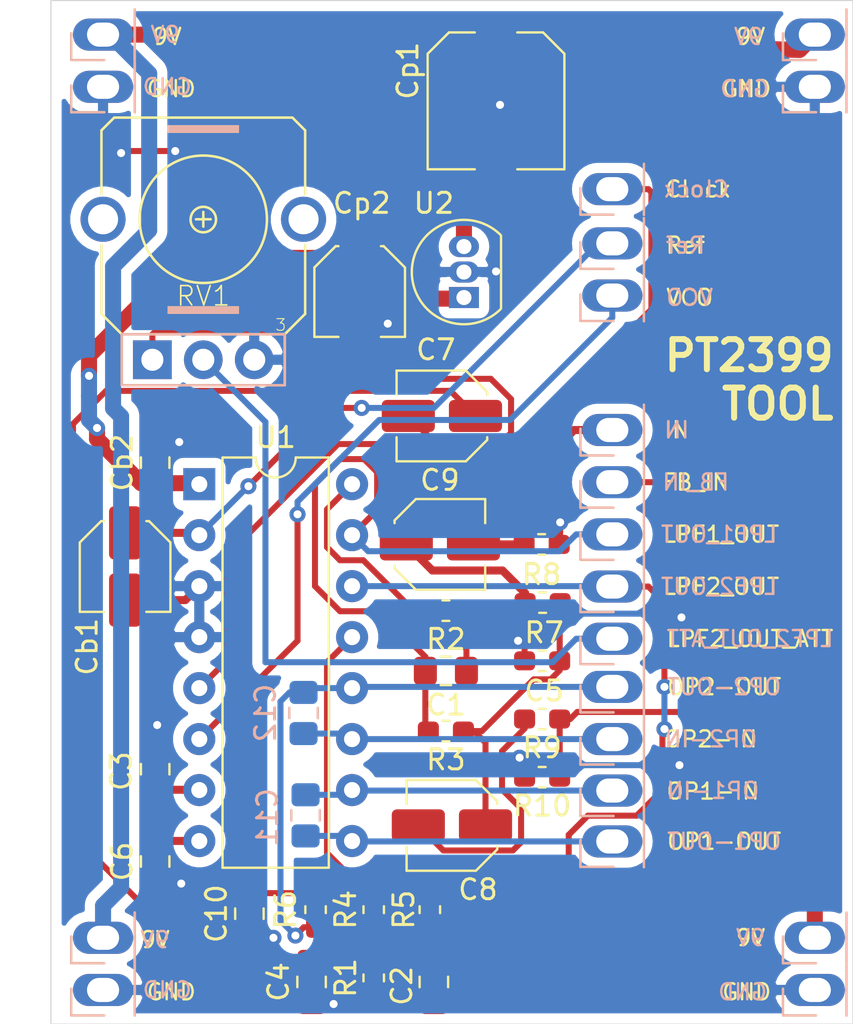
<source format=kicad_pcb>
(kicad_pcb (version 20171130) (host pcbnew "(5.1.5-0-10_14)")

  (general
    (thickness 1.6)
    (drawings 6)
    (tracks 270)
    (zones 0)
    (modules 50)
    (nets 26)
  )

  (page A4)
  (layers
    (0 F.Cu signal)
    (31 B.Cu signal)
    (32 B.Adhes user)
    (33 F.Adhes user)
    (34 B.Paste user)
    (35 F.Paste user)
    (36 B.SilkS user)
    (37 F.SilkS user)
    (38 B.Mask user)
    (39 F.Mask user)
    (40 Dwgs.User user)
    (41 Cmts.User user)
    (42 Eco1.User user)
    (43 Eco2.User user)
    (44 Edge.Cuts user)
    (45 Margin user)
    (46 B.CrtYd user)
    (47 F.CrtYd user)
    (48 B.Fab user hide)
    (49 F.Fab user hide)
  )

  (setup
    (last_trace_width 0.3)
    (trace_clearance 0.3)
    (zone_clearance 0.508)
    (zone_45_only no)
    (trace_min 0.2)
    (via_size 0.8)
    (via_drill 0.4)
    (via_min_size 0.4)
    (via_min_drill 0.3)
    (uvia_size 0.3)
    (uvia_drill 0.1)
    (uvias_allowed no)
    (uvia_min_size 0.2)
    (uvia_min_drill 0.1)
    (edge_width 0.05)
    (segment_width 0.2)
    (pcb_text_width 0.3)
    (pcb_text_size 1.5 1.5)
    (mod_edge_width 0.12)
    (mod_text_size 1 1)
    (mod_text_width 0.15)
    (pad_size 1.524 1.524)
    (pad_drill 0.762)
    (pad_to_mask_clearance 0.051)
    (solder_mask_min_width 0.25)
    (aux_axis_origin 0 0)
    (visible_elements FFFFFF7F)
    (pcbplotparams
      (layerselection 0x010fc_ffffffff)
      (usegerberextensions false)
      (usegerberattributes false)
      (usegerberadvancedattributes false)
      (creategerberjobfile false)
      (excludeedgelayer true)
      (linewidth 0.100000)
      (plotframeref false)
      (viasonmask false)
      (mode 1)
      (useauxorigin false)
      (hpglpennumber 1)
      (hpglpenspeed 20)
      (hpglpendiameter 15.000000)
      (psnegative false)
      (psa4output false)
      (plotreference true)
      (plotvalue true)
      (plotinvisibletext false)
      (padsonsilk false)
      (subtractmaskfromsilk false)
      (outputformat 1)
      (mirror false)
      (drillshape 1)
      (scaleselection 1)
      (outputdirectory ""))
  )

  (net 0 "")
  (net 1 LPF1_IN)
  (net 2 LPF1_OUT)
  (net 3 LPF2_OUT)
  (net 4 LPF2_IN)
  (net 5 "Net-(C3-Pad2)")
  (net 6 GND)
  (net 7 "Net-(C4-Pad2)")
  (net 8 "Net-(C5-Pad1)")
  (net 9 "Net-(C6-Pad2)")
  (net 10 "Net-(C7-Pad2)")
  (net 11 "Net-(C8-Pad2)")
  (net 12 "Net-(C9-Pad2)")
  (net 13 "Net-(C9-Pad1)")
  (net 14 "Net-(C10-Pad2)")
  (net 15 "Net-(C11-Pad2)")
  (net 16 "Net-(C11-Pad1)")
  (net 17 OP2_OUT)
  (net 18 "Net-(C12-Pad1)")
  (net 19 "Net-(Cb1-Pad1)")
  (net 20 +5V)
  (net 21 +9V)
  (net 22 "Net-(H2-Pad1)")
  (net 23 "Net-(H3-Pad1)")
  (net 24 "Net-(H7-Pad1)")
  (net 25 "Net-(H10-Pad1)")

  (net_class Default "This is the default net class."
    (clearance 0.3)
    (trace_width 0.3)
    (via_dia 0.8)
    (via_drill 0.4)
    (uvia_dia 0.3)
    (uvia_drill 0.1)
    (add_net GND)
    (add_net LPF1_IN)
    (add_net LPF1_OUT)
    (add_net LPF2_IN)
    (add_net LPF2_OUT)
    (add_net "Net-(C10-Pad2)")
    (add_net "Net-(C11-Pad1)")
    (add_net "Net-(C11-Pad2)")
    (add_net "Net-(C12-Pad1)")
    (add_net "Net-(C3-Pad2)")
    (add_net "Net-(C4-Pad2)")
    (add_net "Net-(C5-Pad1)")
    (add_net "Net-(C6-Pad2)")
    (add_net "Net-(C7-Pad2)")
    (add_net "Net-(C8-Pad2)")
    (add_net "Net-(C9-Pad1)")
    (add_net "Net-(C9-Pad2)")
    (add_net "Net-(Cb1-Pad1)")
    (add_net "Net-(H10-Pad1)")
    (add_net "Net-(H2-Pad1)")
    (add_net "Net-(H3-Pad1)")
    (add_net "Net-(H7-Pad1)")
    (add_net OP2_OUT)
  )

  (net_class PWR ""
    (clearance 0.4)
    (trace_width 0.8)
    (via_dia 0.8)
    (via_drill 0.4)
    (uvia_dia 0.3)
    (uvia_drill 0.1)
    (add_net +5V)
    (add_net +9V)
  )

  (module pedal-component-footprint:PinHeader_1x01_P2.54mm_Long_Front_Back (layer F.Cu) (tedit 613F800B) (tstamp 61412736)
    (at 96.1 38.3 90)
    (descr "Through hole straight pin header, 1x01, 2.54mm pitch, single row")
    (tags "Through hole pin header THT 1x01 2.54mm single row")
    (path /6158EF0E)
    (fp_text reference H20 (at 0 -2.6 90) (layer F.Fab)
      (effects (font (size 1 1) (thickness 0.15)) (justify mirror))
    )
    (fp_text value GND (at -0.1 -2.1) (layer F.SilkS)
      (effects (font (size 0.8 0.8) (thickness 0.12)) (justify right))
    )
    (fp_line (start -1.27 1.57) (end -1.27 0.01) (layer F.Fab) (width 0.12))
    (fp_line (start 1.27 1.57) (end -1.27 1.57) (layer F.Fab) (width 0.12))
    (fp_line (start 1.27 -1.59) (end 1.27 1.57) (layer F.Fab) (width 0.12))
    (fp_line (start -1.27 -1.59) (end 1.27 -1.59) (layer F.Fab) (width 0.12))
    (fp_line (start -1.27 0.01) (end -1.27 -1.59) (layer F.Fab) (width 0.12))
    (fp_text user %V (at -0.1 -2.2) (layer B.SilkS)
      (effects (font (size 0.8 0.8) (thickness 0.12)) (justify left mirror))
    )
    (fp_line (start -1.28 1.58) (end 1.26 1.58) (layer B.SilkS) (width 0.12))
    (fp_line (start -1.2665 -1.59) (end 0.0635 -1.59) (layer B.SilkS) (width 0.12))
    (fp_line (start -1.27 0.0635) (end -1.2665 -1.59) (layer B.SilkS) (width 0.12))
    (fp_text user %R (at 0 0) (layer F.Fab)
      (effects (font (size 1 1) (thickness 0.15)))
    )
    (fp_line (start -1.27 -1.59) (end 0.06 -1.59) (layer F.SilkS) (width 0.12))
    (fp_line (start -1.2665 0.0635) (end -1.27 -1.59) (layer F.SilkS) (width 0.12))
    (fp_line (start -1.28 1.5765) (end 1.26 1.58) (layer F.SilkS) (width 0.12))
    (fp_line (start 1.26 1.58) (end -1.28 1.58) (layer F.Fab) (width 0.1))
    (pad 1 thru_hole oval (at 0 0 90) (size 1.6 3) (drill oval 1.2 1.6) (layers *.Cu *.Mask)
      (net 6 GND))
    (model ${KISYS3DMOD}/Connector_PinHeader_2.54mm.3dshapes/PinHeader_1x01_P2.54mm_Vertical.wrl
      (at (xyz 0 0 0))
      (scale (xyz 1 1 1))
      (rotate (xyz 0 0 0))
    )
  )

  (module pedal-component-footprint:PinHeader_1x01_P2.54mm_Long_Front_Back (layer F.Cu) (tedit 613F800B) (tstamp 61412723)
    (at 96.1 83.3 90)
    (descr "Through hole straight pin header, 1x01, 2.54mm pitch, single row")
    (tags "Through hole pin header THT 1x01 2.54mm single row")
    (path /61593E58)
    (fp_text reference H19 (at 0 -2.6 90) (layer F.Fab)
      (effects (font (size 1 1) (thickness 0.15)) (justify mirror))
    )
    (fp_text value GND (at -0.1 -2.1) (layer F.SilkS)
      (effects (font (size 0.8 0.8) (thickness 0.12)) (justify right))
    )
    (fp_line (start -1.27 1.57) (end -1.27 0.01) (layer F.Fab) (width 0.12))
    (fp_line (start 1.27 1.57) (end -1.27 1.57) (layer F.Fab) (width 0.12))
    (fp_line (start 1.27 -1.59) (end 1.27 1.57) (layer F.Fab) (width 0.12))
    (fp_line (start -1.27 -1.59) (end 1.27 -1.59) (layer F.Fab) (width 0.12))
    (fp_line (start -1.27 0.01) (end -1.27 -1.59) (layer F.Fab) (width 0.12))
    (fp_text user %V (at -0.1 -2.3) (layer B.SilkS)
      (effects (font (size 0.8 0.8) (thickness 0.12)) (justify left mirror))
    )
    (fp_line (start -1.28 1.58) (end 1.26 1.58) (layer B.SilkS) (width 0.12))
    (fp_line (start -1.2665 -1.59) (end 0.0635 -1.59) (layer B.SilkS) (width 0.12))
    (fp_line (start -1.27 0.0635) (end -1.2665 -1.59) (layer B.SilkS) (width 0.12))
    (fp_text user %R (at 0 0) (layer F.Fab)
      (effects (font (size 1 1) (thickness 0.15)))
    )
    (fp_line (start -1.27 -1.59) (end 0.06 -1.59) (layer F.SilkS) (width 0.12))
    (fp_line (start -1.2665 0.0635) (end -1.27 -1.59) (layer F.SilkS) (width 0.12))
    (fp_line (start -1.28 1.5765) (end 1.26 1.58) (layer F.SilkS) (width 0.12))
    (fp_line (start 1.26 1.58) (end -1.28 1.58) (layer F.Fab) (width 0.1))
    (pad 1 thru_hole oval (at 0 0 90) (size 1.6 3) (drill oval 1.2 1.6) (layers *.Cu *.Mask)
      (net 6 GND))
    (model ${KISYS3DMOD}/Connector_PinHeader_2.54mm.3dshapes/PinHeader_1x01_P2.54mm_Vertical.wrl
      (at (xyz 0 0 0))
      (scale (xyz 1 1 1))
      (rotate (xyz 0 0 0))
    )
  )

  (module pedal-component-footprint:PinHeader_1x01_P2.54mm_Long_Front_Back (layer F.Cu) (tedit 613F800B) (tstamp 61412710)
    (at 96.1 35.7 90)
    (descr "Through hole straight pin header, 1x01, 2.54mm pitch, single row")
    (tags "Through hole pin header THT 1x01 2.54mm single row")
    (path /61581AE2)
    (fp_text reference H18 (at 0 -2.6 90) (layer F.Fab)
      (effects (font (size 1 1) (thickness 0.15)) (justify mirror))
    )
    (fp_text value 9V (at -0.1 -2.4) (layer F.SilkS)
      (effects (font (size 0.8 0.8) (thickness 0.12)) (justify right))
    )
    (fp_line (start -1.27 1.57) (end -1.27 0.01) (layer F.Fab) (width 0.12))
    (fp_line (start 1.27 1.57) (end -1.27 1.57) (layer F.Fab) (width 0.12))
    (fp_line (start 1.27 -1.59) (end 1.27 1.57) (layer F.Fab) (width 0.12))
    (fp_line (start -1.27 -1.59) (end 1.27 -1.59) (layer F.Fab) (width 0.12))
    (fp_line (start -1.27 0.01) (end -1.27 -1.59) (layer F.Fab) (width 0.12))
    (fp_text user %V (at -0.1 -2.5) (layer B.SilkS)
      (effects (font (size 0.8 0.8) (thickness 0.12)) (justify left mirror))
    )
    (fp_line (start -1.28 1.58) (end 1.26 1.58) (layer B.SilkS) (width 0.12))
    (fp_line (start -1.2665 -1.59) (end 0.0635 -1.59) (layer B.SilkS) (width 0.12))
    (fp_line (start -1.27 0.0635) (end -1.2665 -1.59) (layer B.SilkS) (width 0.12))
    (fp_text user %R (at 0 0) (layer F.Fab)
      (effects (font (size 1 1) (thickness 0.15)))
    )
    (fp_line (start -1.27 -1.59) (end 0.06 -1.59) (layer F.SilkS) (width 0.12))
    (fp_line (start -1.2665 0.0635) (end -1.27 -1.59) (layer F.SilkS) (width 0.12))
    (fp_line (start -1.28 1.5765) (end 1.26 1.58) (layer F.SilkS) (width 0.12))
    (fp_line (start 1.26 1.58) (end -1.28 1.58) (layer F.Fab) (width 0.1))
    (pad 1 thru_hole oval (at 0 0 90) (size 1.6 3) (drill oval 1.2 1.6) (layers *.Cu *.Mask)
      (net 21 +9V))
    (model ${KISYS3DMOD}/Connector_PinHeader_2.54mm.3dshapes/PinHeader_1x01_P2.54mm_Vertical.wrl
      (at (xyz 0 0 0))
      (scale (xyz 1 1 1))
      (rotate (xyz 0 0 0))
    )
  )

  (module pedal-component-footprint:PinHeader_1x01_P2.54mm_Long_Front_Back (layer F.Cu) (tedit 613F800B) (tstamp 614126FD)
    (at 96.1 80.7 90)
    (descr "Through hole straight pin header, 1x01, 2.54mm pitch, single row")
    (tags "Through hole pin header THT 1x01 2.54mm single row")
    (path /615816C7)
    (fp_text reference H17 (at 0 -2.6 90) (layer F.Fab)
      (effects (font (size 1 1) (thickness 0.15)) (justify mirror))
    )
    (fp_text value 9V (at 0 -2.4) (layer F.SilkS)
      (effects (font (size 0.8 0.8) (thickness 0.12)) (justify right))
    )
    (fp_line (start -1.27 1.57) (end -1.27 0.01) (layer F.Fab) (width 0.12))
    (fp_line (start 1.27 1.57) (end -1.27 1.57) (layer F.Fab) (width 0.12))
    (fp_line (start 1.27 -1.59) (end 1.27 1.57) (layer F.Fab) (width 0.12))
    (fp_line (start -1.27 -1.59) (end 1.27 -1.59) (layer F.Fab) (width 0.12))
    (fp_line (start -1.27 0.01) (end -1.27 -1.59) (layer F.Fab) (width 0.12))
    (fp_text user %V (at 0 -2.4) (layer B.SilkS)
      (effects (font (size 0.8 0.8) (thickness 0.12)) (justify left mirror))
    )
    (fp_line (start -1.28 1.58) (end 1.26 1.58) (layer B.SilkS) (width 0.12))
    (fp_line (start -1.2665 -1.59) (end 0.0635 -1.59) (layer B.SilkS) (width 0.12))
    (fp_line (start -1.27 0.0635) (end -1.2665 -1.59) (layer B.SilkS) (width 0.12))
    (fp_text user %R (at 0 0) (layer F.Fab)
      (effects (font (size 1 1) (thickness 0.15)))
    )
    (fp_line (start -1.27 -1.59) (end 0.06 -1.59) (layer F.SilkS) (width 0.12))
    (fp_line (start -1.2665 0.0635) (end -1.27 -1.59) (layer F.SilkS) (width 0.12))
    (fp_line (start -1.28 1.5765) (end 1.26 1.58) (layer F.SilkS) (width 0.12))
    (fp_line (start 1.26 1.58) (end -1.28 1.58) (layer F.Fab) (width 0.1))
    (pad 1 thru_hole oval (at 0 0 90) (size 1.6 3) (drill oval 1.2 1.6) (layers *.Cu *.Mask)
      (net 21 +9V))
    (model ${KISYS3DMOD}/Connector_PinHeader_2.54mm.3dshapes/PinHeader_1x01_P2.54mm_Vertical.wrl
      (at (xyz 0 0 0))
      (scale (xyz 1 1 1))
      (rotate (xyz 0 0 0))
    )
  )

  (module pedal-component-footprint:PinHeader_1x01_P2.54mm_Long_Front_Back (layer F.Cu) (tedit 613F800B) (tstamp 614108A8)
    (at 60.6 83.3 90)
    (descr "Through hole straight pin header, 1x01, 2.54mm pitch, single row")
    (tags "Through hole pin header THT 1x01 2.54mm single row")
    (path /615548F0)
    (fp_text reference H16 (at 0 -2.6 90) (layer F.Fab)
      (effects (font (size 1 1) (thickness 0.15)) (justify mirror))
    )
    (fp_text value GND (at -0.1 4.7) (layer F.SilkS)
      (effects (font (size 0.8 0.8) (thickness 0.12)) (justify right))
    )
    (fp_line (start -1.27 1.57) (end -1.27 0.01) (layer F.Fab) (width 0.12))
    (fp_line (start 1.27 1.57) (end -1.27 1.57) (layer F.Fab) (width 0.12))
    (fp_line (start 1.27 -1.59) (end 1.27 1.57) (layer F.Fab) (width 0.12))
    (fp_line (start -1.27 -1.59) (end 1.27 -1.59) (layer F.Fab) (width 0.12))
    (fp_line (start -1.27 0.01) (end -1.27 -1.59) (layer F.Fab) (width 0.12))
    (fp_text user %V (at 0 4.5) (layer B.SilkS)
      (effects (font (size 0.8 0.8) (thickness 0.12)) (justify left mirror))
    )
    (fp_line (start -1.28 1.58) (end 1.26 1.58) (layer B.SilkS) (width 0.12))
    (fp_line (start -1.2665 -1.59) (end 0.0635 -1.59) (layer B.SilkS) (width 0.12))
    (fp_line (start -1.27 0.0635) (end -1.2665 -1.59) (layer B.SilkS) (width 0.12))
    (fp_text user %R (at 0 0) (layer F.Fab)
      (effects (font (size 1 1) (thickness 0.15)))
    )
    (fp_line (start -1.27 -1.59) (end 0.06 -1.59) (layer F.SilkS) (width 0.12))
    (fp_line (start -1.2665 0.0635) (end -1.27 -1.59) (layer F.SilkS) (width 0.12))
    (fp_line (start -1.28 1.5765) (end 1.26 1.58) (layer F.SilkS) (width 0.12))
    (fp_line (start 1.26 1.58) (end -1.28 1.58) (layer F.Fab) (width 0.1))
    (pad 1 thru_hole oval (at 0 0 90) (size 1.6 3) (drill oval 1.2 1.6) (layers *.Cu *.Mask)
      (net 6 GND))
    (model ${KISYS3DMOD}/Connector_PinHeader_2.54mm.3dshapes/PinHeader_1x01_P2.54mm_Vertical.wrl
      (at (xyz 0 0 0))
      (scale (xyz 1 1 1))
      (rotate (xyz 0 0 0))
    )
  )

  (module pedal-component-footprint:PinHeader_1x01_P2.54mm_Long_Front_Back (layer F.Cu) (tedit 613F800B) (tstamp 61410895)
    (at 60.6 38.3 90)
    (descr "Through hole straight pin header, 1x01, 2.54mm pitch, single row")
    (tags "Through hole pin header THT 1x01 2.54mm single row")
    (path /61554605)
    (fp_text reference H15 (at 0 -2.6 90) (layer F.Fab)
      (effects (font (size 1 1) (thickness 0.15)) (justify mirror))
    )
    (fp_text value GND (at -0.1 4.7) (layer F.SilkS)
      (effects (font (size 0.8 0.8) (thickness 0.12)) (justify right))
    )
    (fp_line (start -1.27 1.57) (end -1.27 0.01) (layer F.Fab) (width 0.12))
    (fp_line (start 1.27 1.57) (end -1.27 1.57) (layer F.Fab) (width 0.12))
    (fp_line (start 1.27 -1.59) (end 1.27 1.57) (layer F.Fab) (width 0.12))
    (fp_line (start -1.27 -1.59) (end 1.27 -1.59) (layer F.Fab) (width 0.12))
    (fp_line (start -1.27 0.01) (end -1.27 -1.59) (layer F.Fab) (width 0.12))
    (fp_text user %V (at 0 4.5) (layer B.SilkS)
      (effects (font (size 0.8 0.8) (thickness 0.12)) (justify left mirror))
    )
    (fp_line (start -1.28 1.58) (end 1.26 1.58) (layer B.SilkS) (width 0.12))
    (fp_line (start -1.2665 -1.59) (end 0.0635 -1.59) (layer B.SilkS) (width 0.12))
    (fp_line (start -1.27 0.0635) (end -1.2665 -1.59) (layer B.SilkS) (width 0.12))
    (fp_text user %R (at 0 0) (layer F.Fab)
      (effects (font (size 1 1) (thickness 0.15)))
    )
    (fp_line (start -1.27 -1.59) (end 0.06 -1.59) (layer F.SilkS) (width 0.12))
    (fp_line (start -1.2665 0.0635) (end -1.27 -1.59) (layer F.SilkS) (width 0.12))
    (fp_line (start -1.28 1.5765) (end 1.26 1.58) (layer F.SilkS) (width 0.12))
    (fp_line (start 1.26 1.58) (end -1.28 1.58) (layer F.Fab) (width 0.1))
    (pad 1 thru_hole oval (at 0 0 90) (size 1.6 3) (drill oval 1.2 1.6) (layers *.Cu *.Mask)
      (net 6 GND))
    (model ${KISYS3DMOD}/Connector_PinHeader_2.54mm.3dshapes/PinHeader_1x01_P2.54mm_Vertical.wrl
      (at (xyz 0 0 0))
      (scale (xyz 1 1 1))
      (rotate (xyz 0 0 0))
    )
  )

  (module pedal-component-footprint:PinHeader_1x01_P2.54mm_Long_Front_Back (layer F.Cu) (tedit 613F800B) (tstamp 61410882)
    (at 60.6 80.7 90)
    (descr "Through hole straight pin header, 1x01, 2.54mm pitch, single row")
    (tags "Through hole pin header THT 1x01 2.54mm single row")
    (path /61554340)
    (fp_text reference H14 (at 0 -2.6 90) (layer F.Fab)
      (effects (font (size 1 1) (thickness 0.15)) (justify mirror))
    )
    (fp_text value 9V (at -0.1 3.4) (layer F.SilkS)
      (effects (font (size 0.8 0.8) (thickness 0.12)) (justify right))
    )
    (fp_line (start -1.27 1.57) (end -1.27 0.01) (layer F.Fab) (width 0.12))
    (fp_line (start 1.27 1.57) (end -1.27 1.57) (layer F.Fab) (width 0.12))
    (fp_line (start 1.27 -1.59) (end 1.27 1.57) (layer F.Fab) (width 0.12))
    (fp_line (start -1.27 -1.59) (end 1.27 -1.59) (layer F.Fab) (width 0.12))
    (fp_line (start -1.27 0.01) (end -1.27 -1.59) (layer F.Fab) (width 0.12))
    (fp_text user %V (at -0.1 3.4) (layer B.SilkS)
      (effects (font (size 0.8 0.8) (thickness 0.12)) (justify left mirror))
    )
    (fp_line (start -1.28 1.58) (end 1.26 1.58) (layer B.SilkS) (width 0.12))
    (fp_line (start -1.2665 -1.59) (end 0.0635 -1.59) (layer B.SilkS) (width 0.12))
    (fp_line (start -1.27 0.0635) (end -1.2665 -1.59) (layer B.SilkS) (width 0.12))
    (fp_text user %R (at 0 0) (layer F.Fab)
      (effects (font (size 1 1) (thickness 0.15)))
    )
    (fp_line (start -1.27 -1.59) (end 0.06 -1.59) (layer F.SilkS) (width 0.12))
    (fp_line (start -1.2665 0.0635) (end -1.27 -1.59) (layer F.SilkS) (width 0.12))
    (fp_line (start -1.28 1.5765) (end 1.26 1.58) (layer F.SilkS) (width 0.12))
    (fp_line (start 1.26 1.58) (end -1.28 1.58) (layer F.Fab) (width 0.1))
    (pad 1 thru_hole oval (at 0 0 90) (size 1.6 3) (drill oval 1.2 1.6) (layers *.Cu *.Mask)
      (net 21 +9V))
    (model ${KISYS3DMOD}/Connector_PinHeader_2.54mm.3dshapes/PinHeader_1x01_P2.54mm_Vertical.wrl
      (at (xyz 0 0 0))
      (scale (xyz 1 1 1))
      (rotate (xyz 0 0 0))
    )
  )

  (module pedal-component-footprint:PinHeader_1x01_P2.54mm_Long_Front_Back (layer F.Cu) (tedit 613F800B) (tstamp 6141086F)
    (at 60.6 35.7 90)
    (descr "Through hole straight pin header, 1x01, 2.54mm pitch, single row")
    (tags "Through hole pin header THT 1x01 2.54mm single row")
    (path /61550677)
    (fp_text reference H13 (at 0 -2.6 90) (layer F.Fab)
      (effects (font (size 1 1) (thickness 0.15)) (justify mirror))
    )
    (fp_text value 9V (at -0.1 4) (layer F.SilkS)
      (effects (font (size 0.8 0.8) (thickness 0.12)) (justify right))
    )
    (fp_line (start -1.27 1.57) (end -1.27 0.01) (layer F.Fab) (width 0.12))
    (fp_line (start 1.27 1.57) (end -1.27 1.57) (layer F.Fab) (width 0.12))
    (fp_line (start 1.27 -1.59) (end 1.27 1.57) (layer F.Fab) (width 0.12))
    (fp_line (start -1.27 -1.59) (end 1.27 -1.59) (layer F.Fab) (width 0.12))
    (fp_line (start -1.27 0.01) (end -1.27 -1.59) (layer F.Fab) (width 0.12))
    (fp_text user %V (at 0 3.9) (layer B.SilkS)
      (effects (font (size 0.8 0.8) (thickness 0.12)) (justify left mirror))
    )
    (fp_line (start -1.28 1.58) (end 1.26 1.58) (layer B.SilkS) (width 0.12))
    (fp_line (start -1.2665 -1.59) (end 0.0635 -1.59) (layer B.SilkS) (width 0.12))
    (fp_line (start -1.27 0.0635) (end -1.2665 -1.59) (layer B.SilkS) (width 0.12))
    (fp_text user %R (at 0 0) (layer F.Fab)
      (effects (font (size 1 1) (thickness 0.15)))
    )
    (fp_line (start -1.27 -1.59) (end 0.06 -1.59) (layer F.SilkS) (width 0.12))
    (fp_line (start -1.2665 0.0635) (end -1.27 -1.59) (layer F.SilkS) (width 0.12))
    (fp_line (start -1.28 1.5765) (end 1.26 1.58) (layer F.SilkS) (width 0.12))
    (fp_line (start 1.26 1.58) (end -1.28 1.58) (layer F.Fab) (width 0.1))
    (pad 1 thru_hole oval (at 0 0 90) (size 1.6 3) (drill oval 1.2 1.6) (layers *.Cu *.Mask)
      (net 21 +9V))
    (model ${KISYS3DMOD}/Connector_PinHeader_2.54mm.3dshapes/PinHeader_1x01_P2.54mm_Vertical.wrl
      (at (xyz 0 0 0))
      (scale (xyz 1 1 1))
      (rotate (xyz 0 0 0))
    )
  )

  (module pedal-component-footprint:BreadboardTemplate (layer F.Cu) (tedit 61408A20) (tstamp 6140F638)
    (at 60.6 59.5)
    (fp_text reference REF** (at 0 0.5) (layer F.SilkS) hide
      (effects (font (size 1 1) (thickness 0.15)))
    )
    (fp_text value BreadboardTemplate (at 0 -0.5) (layer F.Fab)
      (effects (font (size 1 1) (thickness 0.15)))
    )
    (fp_line (start 0 -21.3) (end 5.08 -21.3) (layer Eco1.User) (width 0.12))
    (fp_line (start -5.08 -21.3) (end 0 -21.3) (layer Eco1.User) (width 0.12))
    (fp_line (start 0 21.26) (end 5.08 21.26) (layer Eco1.User) (width 0.12))
    (fp_line (start 0 21.26) (end -5.08 21.26) (layer Eco1.User) (width 0.12))
    (fp_line (start 0 23.8) (end -5 23.8) (layer Eco1.User) (width 0.12))
    (fp_line (start 0 23.8) (end 5 23.8) (layer Eco1.User) (width 0.12))
    (fp_line (start 0 -23.8) (end 5 -23.8) (layer Eco1.User) (width 0.12))
    (fp_line (start 0 -23.8) (end -5 -23.8) (layer Eco1.User) (width 0.12))
    (fp_line (start 0 23.8) (end 0 -23.8) (layer Eco1.User) (width 0.12))
  )

  (module Package_TO_SOT_THT:TO-92_Inline (layer F.Cu) (tedit 5A1DD157) (tstamp 6140F2D3)
    (at 78.6 48.8 90)
    (descr "TO-92 leads in-line, narrow, oval pads, drill 0.75mm (see NXP sot054_po.pdf)")
    (tags "to-92 sc-43 sc-43a sot54 PA33 transistor")
    (path /614093C5)
    (fp_text reference U2 (at 4.7 -1.5 180) (layer F.SilkS)
      (effects (font (size 1 1) (thickness 0.15)))
    )
    (fp_text value L78L05_TO92 (at 1.27 2.79 90) (layer F.Fab)
      (effects (font (size 1 1) (thickness 0.15)))
    )
    (fp_arc (start 1.27 0) (end 1.27 -2.6) (angle 135) (layer F.SilkS) (width 0.12))
    (fp_arc (start 1.27 0) (end 1.27 -2.48) (angle -135) (layer F.Fab) (width 0.1))
    (fp_arc (start 1.27 0) (end 1.27 -2.6) (angle -135) (layer F.SilkS) (width 0.12))
    (fp_arc (start 1.27 0) (end 1.27 -2.48) (angle 135) (layer F.Fab) (width 0.1))
    (fp_line (start 4 2.01) (end -1.46 2.01) (layer F.CrtYd) (width 0.05))
    (fp_line (start 4 2.01) (end 4 -2.73) (layer F.CrtYd) (width 0.05))
    (fp_line (start -1.46 -2.73) (end -1.46 2.01) (layer F.CrtYd) (width 0.05))
    (fp_line (start -1.46 -2.73) (end 4 -2.73) (layer F.CrtYd) (width 0.05))
    (fp_line (start -0.5 1.75) (end 3 1.75) (layer F.Fab) (width 0.1))
    (fp_line (start -0.53 1.85) (end 3.07 1.85) (layer F.SilkS) (width 0.12))
    (fp_text user %R (at 1.27 -3.56 90) (layer F.Fab)
      (effects (font (size 1 1) (thickness 0.15)))
    )
    (pad 1 thru_hole rect (at 0 0 90) (size 1.05 1.5) (drill 0.75) (layers *.Cu *.Mask)
      (net 20 +5V))
    (pad 3 thru_hole oval (at 2.54 0 90) (size 1.05 1.5) (drill 0.75) (layers *.Cu *.Mask)
      (net 21 +9V))
    (pad 2 thru_hole oval (at 1.27 0 90) (size 1.05 1.5) (drill 0.75) (layers *.Cu *.Mask)
      (net 6 GND))
    (model ${KISYS3DMOD}/Package_TO_SOT_THT.3dshapes/TO-92_Inline.wrl
      (at (xyz 0 0 0))
      (scale (xyz 1 1 1))
      (rotate (xyz 0 0 0))
    )
  )

  (module Package_DIP:DIP-16_W7.62mm (layer F.Cu) (tedit 5A02E8C5) (tstamp 61413450)
    (at 65.4 58.1)
    (descr "16-lead though-hole mounted DIP package, row spacing 7.62 mm (300 mils)")
    (tags "THT DIP DIL PDIP 2.54mm 7.62mm 300mil")
    (path /61408ACD)
    (fp_text reference U1 (at 3.81 -2.33) (layer F.SilkS)
      (effects (font (size 1 1) (thickness 0.15)))
    )
    (fp_text value PT2399 (at 3.81 20.11) (layer F.Fab)
      (effects (font (size 1 1) (thickness 0.15)))
    )
    (fp_text user %R (at 3.81 8.89) (layer F.Fab)
      (effects (font (size 1 1) (thickness 0.15)))
    )
    (fp_line (start 8.7 -1.55) (end -1.1 -1.55) (layer F.CrtYd) (width 0.05))
    (fp_line (start 8.7 19.3) (end 8.7 -1.55) (layer F.CrtYd) (width 0.05))
    (fp_line (start -1.1 19.3) (end 8.7 19.3) (layer F.CrtYd) (width 0.05))
    (fp_line (start -1.1 -1.55) (end -1.1 19.3) (layer F.CrtYd) (width 0.05))
    (fp_line (start 6.46 -1.33) (end 4.81 -1.33) (layer F.SilkS) (width 0.12))
    (fp_line (start 6.46 19.11) (end 6.46 -1.33) (layer F.SilkS) (width 0.12))
    (fp_line (start 1.16 19.11) (end 6.46 19.11) (layer F.SilkS) (width 0.12))
    (fp_line (start 1.16 -1.33) (end 1.16 19.11) (layer F.SilkS) (width 0.12))
    (fp_line (start 2.81 -1.33) (end 1.16 -1.33) (layer F.SilkS) (width 0.12))
    (fp_line (start 0.635 -0.27) (end 1.635 -1.27) (layer F.Fab) (width 0.1))
    (fp_line (start 0.635 19.05) (end 0.635 -0.27) (layer F.Fab) (width 0.1))
    (fp_line (start 6.985 19.05) (end 0.635 19.05) (layer F.Fab) (width 0.1))
    (fp_line (start 6.985 -1.27) (end 6.985 19.05) (layer F.Fab) (width 0.1))
    (fp_line (start 1.635 -1.27) (end 6.985 -1.27) (layer F.Fab) (width 0.1))
    (fp_arc (start 3.81 -1.33) (end 2.81 -1.33) (angle -180) (layer F.SilkS) (width 0.12))
    (pad 16 thru_hole oval (at 7.62 0) (size 1.6 1.6) (drill 0.8) (layers *.Cu *.Mask)
      (net 1 LPF1_IN))
    (pad 8 thru_hole oval (at 0 17.78) (size 1.6 1.6) (drill 0.8) (layers *.Cu *.Mask)
      (net 9 "Net-(C6-Pad2)"))
    (pad 15 thru_hole oval (at 7.62 2.54) (size 1.6 1.6) (drill 0.8) (layers *.Cu *.Mask)
      (net 2 LPF1_OUT))
    (pad 7 thru_hole oval (at 0 15.24) (size 1.6 1.6) (drill 0.8) (layers *.Cu *.Mask)
      (net 5 "Net-(C3-Pad2)"))
    (pad 14 thru_hole oval (at 7.62 5.08) (size 1.6 1.6) (drill 0.8) (layers *.Cu *.Mask)
      (net 3 LPF2_OUT))
    (pad 6 thru_hole oval (at 0 12.7) (size 1.6 1.6) (drill 0.8) (layers *.Cu *.Mask)
      (net 23 "Net-(H3-Pad1)"))
    (pad 13 thru_hole oval (at 7.62 7.62) (size 1.6 1.6) (drill 0.8) (layers *.Cu *.Mask)
      (net 4 LPF2_IN))
    (pad 5 thru_hole oval (at 0 10.16) (size 1.6 1.6) (drill 0.8) (layers *.Cu *.Mask)
      (net 22 "Net-(H2-Pad1)"))
    (pad 12 thru_hole oval (at 7.62 10.16) (size 1.6 1.6) (drill 0.8) (layers *.Cu *.Mask)
      (net 17 OP2_OUT))
    (pad 4 thru_hole oval (at 0 7.62) (size 1.6 1.6) (drill 0.8) (layers *.Cu *.Mask)
      (net 6 GND))
    (pad 11 thru_hole oval (at 7.62 12.7) (size 1.6 1.6) (drill 0.8) (layers *.Cu *.Mask)
      (net 18 "Net-(C12-Pad1)"))
    (pad 3 thru_hole oval (at 0 5.08) (size 1.6 1.6) (drill 0.8) (layers *.Cu *.Mask)
      (net 6 GND))
    (pad 10 thru_hole oval (at 7.62 15.24) (size 1.6 1.6) (drill 0.8) (layers *.Cu *.Mask)
      (net 15 "Net-(C11-Pad2)"))
    (pad 2 thru_hole oval (at 0 2.54) (size 1.6 1.6) (drill 0.8) (layers *.Cu *.Mask)
      (net 19 "Net-(Cb1-Pad1)"))
    (pad 9 thru_hole oval (at 7.62 17.78) (size 1.6 1.6) (drill 0.8) (layers *.Cu *.Mask)
      (net 16 "Net-(C11-Pad1)"))
    (pad 1 thru_hole rect (at 0 0) (size 1.6 1.6) (drill 0.8) (layers *.Cu *.Mask)
      (net 20 +5V))
    (model ${KISYS3DMOD}/Package_DIP.3dshapes/DIP-16_W7.62mm.wrl
      (at (xyz 0 0 0))
      (scale (xyz 1 1 1))
      (rotate (xyz 0 0 0))
    )
  )

  (module "MBv3 potentiometers:9MM_METAL_SHAFT" (layer B.Cu) (tedit 5E053891) (tstamp 614133A2)
    (at 65.6 51.9 180)
    (descr "<b>9mm / Right-Angle /  PC Mount / Metal Shaft</b>\n<p>\n<a href=\"http://smallbear-electronics.mybigcommerce.com/alpha-single-gang-9mm-right-angle-pc-mount/\">http://smallbear-electronics.mybigcommerce.com/alpha-single-gang-9mm-right-angle-pc-mount/</a>")
    (path /614E9A5E)
    (fp_text reference RV1 (at 0 3.175) (layer F.SilkS)
      (effects (font (size 0.9652 0.9652) (thickness 0.08128)))
    )
    (fp_text value A50K (at 0 0) (layer B.SilkS) hide
      (effects (font (size 1.524 1.524) (thickness 0.15)) (justify mirror))
    )
    (fp_poly (pts (xy -1.778 2.286) (xy 1.778 2.286) (xy 1.778 2.667) (xy -1.778 2.667)) (layer F.SilkS) (width 0))
    (fp_poly (pts (xy -1.778 11.303) (xy 1.778 11.303) (xy 1.778 11.684) (xy -1.778 11.684)) (layer F.SilkS) (width 0))
    (fp_poly (pts (xy -1.778 2.286) (xy 1.778 2.286) (xy 1.778 2.667) (xy -1.778 2.667)) (layer B.SilkS) (width 0))
    (fp_poly (pts (xy -1.778 11.303) (xy 1.778 11.303) (xy 1.778 11.684) (xy -1.778 11.684)) (layer B.SilkS) (width 0))
    (fp_line (start 4.064 1.27) (end 5.08 2.286) (layer F.SilkS) (width 0.127))
    (fp_line (start 5.08 2.286) (end 5.08 5.715) (layer F.SilkS) (width 0.127))
    (fp_line (start 5.08 11.43) (end 5.08 8.255) (layer F.SilkS) (width 0.127))
    (fp_line (start -5.08 2.286) (end -5.08 5.715) (layer F.SilkS) (width 0.127))
    (fp_line (start -5.08 11.43) (end -5.08 8.255) (layer F.SilkS) (width 0.127))
    (fp_circle (center 0 6.985) (end 0.635 6.985) (layer F.SilkS) (width 0.127))
    (fp_text user 3 (at -3.556 1.397) (layer F.SilkS)
      (effects (font (size 0.57912 0.57912) (thickness 0.048768)) (justify left bottom))
    )
    (fp_line (start -4.064 -1.27) (end -4.064 1.27) (layer F.SilkS) (width 0.127))
    (fp_line (start 4.064 -1.27) (end -4.064 -1.27) (layer F.SilkS) (width 0.127))
    (fp_line (start 4.064 1.27) (end 4.064 -1.27) (layer F.SilkS) (width 0.127))
    (fp_line (start -4.064 1.27) (end 4.064 1.27) (layer F.SilkS) (width 0.127))
    (fp_line (start 0 7.365) (end 0 6.635) (layer F.SilkS) (width 0.127))
    (fp_line (start -0.365 7) (end 0.365 7) (layer F.SilkS) (width 0.127))
    (fp_line (start -5.08 2.286) (end -4.064 1.27) (layer F.SilkS) (width 0.127))
    (fp_line (start 4.064 -1.27) (end 4.064 1.27) (layer B.SilkS) (width 0.127))
    (fp_line (start -4.064 -1.27) (end 4.064 -1.27) (layer B.SilkS) (width 0.127))
    (fp_line (start -4.064 1.27) (end -4.064 -1.27) (layer B.SilkS) (width 0.127))
    (fp_line (start -5.08 11.43) (end -4.445 12.065) (layer F.SilkS) (width 0.127))
    (fp_line (start 4.064 1.27) (end -4.064 1.27) (layer B.SilkS) (width 0.127))
    (fp_line (start 4.445 12.065) (end 5.08 11.43) (layer F.SilkS) (width 0.127))
    (fp_line (start -4.445 12.065) (end 4.445 12.065) (layer F.SilkS) (width 0.127))
    (fp_circle (center 0 7) (end 3.175 7) (layer F.SilkS) (width 0.127))
    (pad "" thru_hole oval (at 5 7 180) (size 2.25 2.25) (drill 1.5) (layers *.Cu *.Mask))
    (pad "" thru_hole oval (at -5 7 180) (size 2.25 2.25) (drill 1.5) (layers *.Cu *.Mask))
    (pad 3 thru_hole oval (at -2.54 0 180) (size 1.9304 1.9304) (drill 1.1) (layers *.Cu *.Mask)
      (net 6 GND))
    (pad 2 thru_hole oval (at 0 0 180) (size 1.9304 1.9304) (drill 1.1) (layers *.Cu *.Mask)
      (net 25 "Net-(H10-Pad1)"))
    (pad 1 thru_hole rect (at 2.54 0 180) (size 1.9304 1.9304) (drill 1.1) (layers *.Cu *.Mask)
      (net 10 "Net-(C7-Pad2)"))
    (model ${DHAILLANT_3D}/potentiometers/ALPHA-RD901F-40.step
      (offset (xyz 0 7.05 -1.75))
      (scale (xyz 1 1 1))
      (rotate (xyz 0 180 0))
    )
  )

  (module Resistor_SMD:R_0603_1608Metric_Pad1.05x0.95mm_HandSolder (layer F.Cu) (tedit 5B301BBD) (tstamp 6140F27A)
    (at 82.5 72.7 180)
    (descr "Resistor SMD 0603 (1608 Metric), square (rectangular) end terminal, IPC_7351 nominal with elongated pad for handsoldering. (Body size source: http://www.tortai-tech.com/upload/download/2011102023233369053.pdf), generated with kicad-footprint-generator")
    (tags "resistor handsolder")
    (path /6147CE09)
    (attr smd)
    (fp_text reference R10 (at 0 -1.43) (layer F.SilkS)
      (effects (font (size 1 1) (thickness 0.15)))
    )
    (fp_text value 100k (at 0 1.43) (layer F.Fab)
      (effects (font (size 1 1) (thickness 0.15)))
    )
    (fp_text user %R (at 0 0) (layer F.Fab)
      (effects (font (size 0.4 0.4) (thickness 0.06)))
    )
    (fp_line (start 1.65 0.73) (end -1.65 0.73) (layer F.CrtYd) (width 0.05))
    (fp_line (start 1.65 -0.73) (end 1.65 0.73) (layer F.CrtYd) (width 0.05))
    (fp_line (start -1.65 -0.73) (end 1.65 -0.73) (layer F.CrtYd) (width 0.05))
    (fp_line (start -1.65 0.73) (end -1.65 -0.73) (layer F.CrtYd) (width 0.05))
    (fp_line (start -0.171267 0.51) (end 0.171267 0.51) (layer F.SilkS) (width 0.12))
    (fp_line (start -0.171267 -0.51) (end 0.171267 -0.51) (layer F.SilkS) (width 0.12))
    (fp_line (start 0.8 0.4) (end -0.8 0.4) (layer F.Fab) (width 0.1))
    (fp_line (start 0.8 -0.4) (end 0.8 0.4) (layer F.Fab) (width 0.1))
    (fp_line (start -0.8 -0.4) (end 0.8 -0.4) (layer F.Fab) (width 0.1))
    (fp_line (start -0.8 0.4) (end -0.8 -0.4) (layer F.Fab) (width 0.1))
    (pad 2 smd roundrect (at 0.875 0 180) (size 1.05 0.95) (layers F.Cu F.Paste F.Mask) (roundrect_rratio 0.25)
      (net 6 GND))
    (pad 1 smd roundrect (at -0.875 0 180) (size 1.05 0.95) (layers F.Cu F.Paste F.Mask) (roundrect_rratio 0.25)
      (net 24 "Net-(H7-Pad1)"))
    (model ${KISYS3DMOD}/Resistor_SMD.3dshapes/R_0603_1608Metric.wrl
      (at (xyz 0 0 0))
      (scale (xyz 1 1 1))
      (rotate (xyz 0 0 0))
    )
  )

  (module Resistor_SMD:R_0603_1608Metric_Pad1.05x0.95mm_HandSolder (layer F.Cu) (tedit 5B301BBD) (tstamp 6140F269)
    (at 82.5 69.8 180)
    (descr "Resistor SMD 0603 (1608 Metric), square (rectangular) end terminal, IPC_7351 nominal with elongated pad for handsoldering. (Body size source: http://www.tortai-tech.com/upload/download/2011102023233369053.pdf), generated with kicad-footprint-generator")
    (tags "resistor handsolder")
    (path /6147AB89)
    (attr smd)
    (fp_text reference R9 (at 0 -1.43) (layer F.SilkS)
      (effects (font (size 1 1) (thickness 0.15)))
    )
    (fp_text value 10k (at 0 1.43) (layer F.Fab)
      (effects (font (size 1 1) (thickness 0.15)))
    )
    (fp_text user %R (at 0 0) (layer F.Fab)
      (effects (font (size 0.4 0.4) (thickness 0.06)))
    )
    (fp_line (start 1.65 0.73) (end -1.65 0.73) (layer F.CrtYd) (width 0.05))
    (fp_line (start 1.65 -0.73) (end 1.65 0.73) (layer F.CrtYd) (width 0.05))
    (fp_line (start -1.65 -0.73) (end 1.65 -0.73) (layer F.CrtYd) (width 0.05))
    (fp_line (start -1.65 0.73) (end -1.65 -0.73) (layer F.CrtYd) (width 0.05))
    (fp_line (start -0.171267 0.51) (end 0.171267 0.51) (layer F.SilkS) (width 0.12))
    (fp_line (start -0.171267 -0.51) (end 0.171267 -0.51) (layer F.SilkS) (width 0.12))
    (fp_line (start 0.8 0.4) (end -0.8 0.4) (layer F.Fab) (width 0.1))
    (fp_line (start 0.8 -0.4) (end 0.8 0.4) (layer F.Fab) (width 0.1))
    (fp_line (start -0.8 -0.4) (end 0.8 -0.4) (layer F.Fab) (width 0.1))
    (fp_line (start -0.8 0.4) (end -0.8 -0.4) (layer F.Fab) (width 0.1))
    (pad 2 smd roundrect (at 0.875 0 180) (size 1.05 0.95) (layers F.Cu F.Paste F.Mask) (roundrect_rratio 0.25)
      (net 11 "Net-(C8-Pad2)"))
    (pad 1 smd roundrect (at -0.875 0 180) (size 1.05 0.95) (layers F.Cu F.Paste F.Mask) (roundrect_rratio 0.25)
      (net 24 "Net-(H7-Pad1)"))
    (model ${KISYS3DMOD}/Resistor_SMD.3dshapes/R_0603_1608Metric.wrl
      (at (xyz 0 0 0))
      (scale (xyz 1 1 1))
      (rotate (xyz 0 0 0))
    )
  )

  (module Resistor_SMD:R_0603_1608Metric_Pad1.05x0.95mm_HandSolder (layer F.Cu) (tedit 5B301BBD) (tstamp 6140F258)
    (at 82.475 61.1)
    (descr "Resistor SMD 0603 (1608 Metric), square (rectangular) end terminal, IPC_7351 nominal with elongated pad for handsoldering. (Body size source: http://www.tortai-tech.com/upload/download/2011102023233369053.pdf), generated with kicad-footprint-generator")
    (tags "resistor handsolder")
    (path /61452F31)
    (attr smd)
    (fp_text reference R8 (at 0 1.5) (layer F.SilkS)
      (effects (font (size 1 1) (thickness 0.15)))
    )
    (fp_text value 100k (at 0 1.43) (layer F.Fab)
      (effects (font (size 1 1) (thickness 0.15)))
    )
    (fp_text user %R (at 0 0) (layer F.Fab)
      (effects (font (size 0.4 0.4) (thickness 0.06)))
    )
    (fp_line (start 1.65 0.73) (end -1.65 0.73) (layer F.CrtYd) (width 0.05))
    (fp_line (start 1.65 -0.73) (end 1.65 0.73) (layer F.CrtYd) (width 0.05))
    (fp_line (start -1.65 -0.73) (end 1.65 -0.73) (layer F.CrtYd) (width 0.05))
    (fp_line (start -1.65 0.73) (end -1.65 -0.73) (layer F.CrtYd) (width 0.05))
    (fp_line (start -0.171267 0.51) (end 0.171267 0.51) (layer F.SilkS) (width 0.12))
    (fp_line (start -0.171267 -0.51) (end 0.171267 -0.51) (layer F.SilkS) (width 0.12))
    (fp_line (start 0.8 0.4) (end -0.8 0.4) (layer F.Fab) (width 0.1))
    (fp_line (start 0.8 -0.4) (end 0.8 0.4) (layer F.Fab) (width 0.1))
    (fp_line (start -0.8 -0.4) (end 0.8 -0.4) (layer F.Fab) (width 0.1))
    (fp_line (start -0.8 0.4) (end -0.8 -0.4) (layer F.Fab) (width 0.1))
    (pad 2 smd roundrect (at 0.875 0) (size 1.05 0.95) (layers F.Cu F.Paste F.Mask) (roundrect_rratio 0.25)
      (net 6 GND))
    (pad 1 smd roundrect (at -0.875 0) (size 1.05 0.95) (layers F.Cu F.Paste F.Mask) (roundrect_rratio 0.25)
      (net 12 "Net-(C9-Pad2)"))
    (model ${KISYS3DMOD}/Resistor_SMD.3dshapes/R_0603_1608Metric.wrl
      (at (xyz 0 0 0))
      (scale (xyz 1 1 1))
      (rotate (xyz 0 0 0))
    )
  )

  (module Resistor_SMD:R_0603_1608Metric_Pad1.05x0.95mm_HandSolder (layer F.Cu) (tedit 5B301BBD) (tstamp 6140F247)
    (at 82.525 64)
    (descr "Resistor SMD 0603 (1608 Metric), square (rectangular) end terminal, IPC_7351 nominal with elongated pad for handsoldering. (Body size source: http://www.tortai-tech.com/upload/download/2011102023233369053.pdf), generated with kicad-footprint-generator")
    (tags "resistor handsolder")
    (path /6145603C)
    (attr smd)
    (fp_text reference R7 (at 0.075 1.5) (layer F.SilkS)
      (effects (font (size 1 1) (thickness 0.15)))
    )
    (fp_text value 15k (at 0 1.43) (layer F.Fab)
      (effects (font (size 1 1) (thickness 0.15)))
    )
    (fp_text user %R (at 0 0) (layer F.Fab)
      (effects (font (size 0.4 0.4) (thickness 0.06)))
    )
    (fp_line (start 1.65 0.73) (end -1.65 0.73) (layer F.CrtYd) (width 0.05))
    (fp_line (start 1.65 -0.73) (end 1.65 0.73) (layer F.CrtYd) (width 0.05))
    (fp_line (start -1.65 -0.73) (end 1.65 -0.73) (layer F.CrtYd) (width 0.05))
    (fp_line (start -1.65 0.73) (end -1.65 -0.73) (layer F.CrtYd) (width 0.05))
    (fp_line (start -0.171267 0.51) (end 0.171267 0.51) (layer F.SilkS) (width 0.12))
    (fp_line (start -0.171267 -0.51) (end 0.171267 -0.51) (layer F.SilkS) (width 0.12))
    (fp_line (start 0.8 0.4) (end -0.8 0.4) (layer F.Fab) (width 0.1))
    (fp_line (start 0.8 -0.4) (end 0.8 0.4) (layer F.Fab) (width 0.1))
    (fp_line (start -0.8 -0.4) (end 0.8 -0.4) (layer F.Fab) (width 0.1))
    (fp_line (start -0.8 0.4) (end -0.8 -0.4) (layer F.Fab) (width 0.1))
    (pad 2 smd roundrect (at 0.875 0) (size 1.05 0.95) (layers F.Cu F.Paste F.Mask) (roundrect_rratio 0.25)
      (net 8 "Net-(C5-Pad1)"))
    (pad 1 smd roundrect (at -0.875 0) (size 1.05 0.95) (layers F.Cu F.Paste F.Mask) (roundrect_rratio 0.25)
      (net 13 "Net-(C9-Pad1)"))
    (model ${KISYS3DMOD}/Resistor_SMD.3dshapes/R_0603_1608Metric.wrl
      (at (xyz 0 0 0))
      (scale (xyz 1 1 1))
      (rotate (xyz 0 0 0))
    )
  )

  (module Resistor_SMD:R_0603_1608Metric_Pad1.05x0.95mm_HandSolder (layer F.Cu) (tedit 5B301BBD) (tstamp 6140F236)
    (at 71.2 79.3 270)
    (descr "Resistor SMD 0603 (1608 Metric), square (rectangular) end terminal, IPC_7351 nominal with elongated pad for handsoldering. (Body size source: http://www.tortai-tech.com/upload/download/2011102023233369053.pdf), generated with kicad-footprint-generator")
    (tags "resistor handsolder")
    (path /614FD66E)
    (attr smd)
    (fp_text reference R6 (at 0 1.5 90) (layer F.SilkS)
      (effects (font (size 1 1) (thickness 0.15)))
    )
    (fp_text value 10k (at 0 1.43 90) (layer F.Fab)
      (effects (font (size 1 1) (thickness 0.15)))
    )
    (fp_text user %R (at 0 0 90) (layer F.Fab)
      (effects (font (size 0.4 0.4) (thickness 0.06)))
    )
    (fp_line (start 1.65 0.73) (end -1.65 0.73) (layer F.CrtYd) (width 0.05))
    (fp_line (start 1.65 -0.73) (end 1.65 0.73) (layer F.CrtYd) (width 0.05))
    (fp_line (start -1.65 -0.73) (end 1.65 -0.73) (layer F.CrtYd) (width 0.05))
    (fp_line (start -1.65 0.73) (end -1.65 -0.73) (layer F.CrtYd) (width 0.05))
    (fp_line (start -0.171267 0.51) (end 0.171267 0.51) (layer F.SilkS) (width 0.12))
    (fp_line (start -0.171267 -0.51) (end 0.171267 -0.51) (layer F.SilkS) (width 0.12))
    (fp_line (start 0.8 0.4) (end -0.8 0.4) (layer F.Fab) (width 0.1))
    (fp_line (start 0.8 -0.4) (end 0.8 0.4) (layer F.Fab) (width 0.1))
    (fp_line (start -0.8 -0.4) (end 0.8 -0.4) (layer F.Fab) (width 0.1))
    (fp_line (start -0.8 0.4) (end -0.8 -0.4) (layer F.Fab) (width 0.1))
    (pad 2 smd roundrect (at 0.875 0 270) (size 1.05 0.95) (layers F.Cu F.Paste F.Mask) (roundrect_rratio 0.25)
      (net 17 OP2_OUT))
    (pad 1 smd roundrect (at -0.875 0 270) (size 1.05 0.95) (layers F.Cu F.Paste F.Mask) (roundrect_rratio 0.25)
      (net 14 "Net-(C10-Pad2)"))
    (model ${KISYS3DMOD}/Resistor_SMD.3dshapes/R_0603_1608Metric.wrl
      (at (xyz 0 0 0))
      (scale (xyz 1 1 1))
      (rotate (xyz 0 0 0))
    )
  )

  (module Resistor_SMD:R_0603_1608Metric_Pad1.05x0.95mm_HandSolder (layer F.Cu) (tedit 5B301BBD) (tstamp 6140F225)
    (at 76.9 79.3 270)
    (descr "Resistor SMD 0603 (1608 Metric), square (rectangular) end terminal, IPC_7351 nominal with elongated pad for handsoldering. (Body size source: http://www.tortai-tech.com/upload/download/2011102023233369053.pdf), generated with kicad-footprint-generator")
    (tags "resistor handsolder")
    (path /614FDF79)
    (attr smd)
    (fp_text reference R5 (at 0 1.3 90) (layer F.SilkS)
      (effects (font (size 1 1) (thickness 0.15)))
    )
    (fp_text value 10k (at 0 1.43 90) (layer F.Fab)
      (effects (font (size 1 1) (thickness 0.15)))
    )
    (fp_text user %R (at 0 0 90) (layer F.Fab)
      (effects (font (size 0.4 0.4) (thickness 0.06)))
    )
    (fp_line (start 1.65 0.73) (end -1.65 0.73) (layer F.CrtYd) (width 0.05))
    (fp_line (start 1.65 -0.73) (end 1.65 0.73) (layer F.CrtYd) (width 0.05))
    (fp_line (start -1.65 -0.73) (end 1.65 -0.73) (layer F.CrtYd) (width 0.05))
    (fp_line (start -1.65 0.73) (end -1.65 -0.73) (layer F.CrtYd) (width 0.05))
    (fp_line (start -0.171267 0.51) (end 0.171267 0.51) (layer F.SilkS) (width 0.12))
    (fp_line (start -0.171267 -0.51) (end 0.171267 -0.51) (layer F.SilkS) (width 0.12))
    (fp_line (start 0.8 0.4) (end -0.8 0.4) (layer F.Fab) (width 0.1))
    (fp_line (start 0.8 -0.4) (end 0.8 0.4) (layer F.Fab) (width 0.1))
    (fp_line (start -0.8 -0.4) (end 0.8 -0.4) (layer F.Fab) (width 0.1))
    (fp_line (start -0.8 0.4) (end -0.8 -0.4) (layer F.Fab) (width 0.1))
    (pad 2 smd roundrect (at 0.875 0 270) (size 1.05 0.95) (layers F.Cu F.Paste F.Mask) (roundrect_rratio 0.25)
      (net 4 LPF2_IN))
    (pad 1 smd roundrect (at -0.875 0 270) (size 1.05 0.95) (layers F.Cu F.Paste F.Mask) (roundrect_rratio 0.25)
      (net 14 "Net-(C10-Pad2)"))
    (model ${KISYS3DMOD}/Resistor_SMD.3dshapes/R_0603_1608Metric.wrl
      (at (xyz 0 0 0))
      (scale (xyz 1 1 1))
      (rotate (xyz 0 0 0))
    )
  )

  (module Resistor_SMD:R_0603_1608Metric_Pad1.05x0.95mm_HandSolder (layer F.Cu) (tedit 5B301BBD) (tstamp 61414BDB)
    (at 74.1 79.3 270)
    (descr "Resistor SMD 0603 (1608 Metric), square (rectangular) end terminal, IPC_7351 nominal with elongated pad for handsoldering. (Body size source: http://www.tortai-tech.com/upload/download/2011102023233369053.pdf), generated with kicad-footprint-generator")
    (tags "resistor handsolder")
    (path /61506343)
    (attr smd)
    (fp_text reference R4 (at 0 1.4 90) (layer F.SilkS)
      (effects (font (size 1 1) (thickness 0.15)))
    )
    (fp_text value 15k (at 0 1.43 90) (layer F.Fab)
      (effects (font (size 1 1) (thickness 0.15)))
    )
    (fp_text user %R (at 0 0 90) (layer F.Fab)
      (effects (font (size 0.4 0.4) (thickness 0.06)))
    )
    (fp_line (start 1.65 0.73) (end -1.65 0.73) (layer F.CrtYd) (width 0.05))
    (fp_line (start 1.65 -0.73) (end 1.65 0.73) (layer F.CrtYd) (width 0.05))
    (fp_line (start -1.65 -0.73) (end 1.65 -0.73) (layer F.CrtYd) (width 0.05))
    (fp_line (start -1.65 0.73) (end -1.65 -0.73) (layer F.CrtYd) (width 0.05))
    (fp_line (start -0.171267 0.51) (end 0.171267 0.51) (layer F.SilkS) (width 0.12))
    (fp_line (start -0.171267 -0.51) (end 0.171267 -0.51) (layer F.SilkS) (width 0.12))
    (fp_line (start 0.8 0.4) (end -0.8 0.4) (layer F.Fab) (width 0.1))
    (fp_line (start 0.8 -0.4) (end 0.8 0.4) (layer F.Fab) (width 0.1))
    (fp_line (start -0.8 -0.4) (end 0.8 -0.4) (layer F.Fab) (width 0.1))
    (fp_line (start -0.8 0.4) (end -0.8 -0.4) (layer F.Fab) (width 0.1))
    (pad 2 smd roundrect (at 0.875 0 270) (size 1.05 0.95) (layers F.Cu F.Paste F.Mask) (roundrect_rratio 0.25)
      (net 3 LPF2_OUT))
    (pad 1 smd roundrect (at -0.875 0 270) (size 1.05 0.95) (layers F.Cu F.Paste F.Mask) (roundrect_rratio 0.25)
      (net 14 "Net-(C10-Pad2)"))
    (model ${KISYS3DMOD}/Resistor_SMD.3dshapes/R_0603_1608Metric.wrl
      (at (xyz 0 0 0))
      (scale (xyz 1 1 1))
      (rotate (xyz 0 0 0))
    )
  )

  (module Resistor_SMD:R_0603_1608Metric_Pad1.05x0.95mm_HandSolder (layer F.Cu) (tedit 5B301BBD) (tstamp 6140F203)
    (at 77.7 70.4 180)
    (descr "Resistor SMD 0603 (1608 Metric), square (rectangular) end terminal, IPC_7351 nominal with elongated pad for handsoldering. (Body size source: http://www.tortai-tech.com/upload/download/2011102023233369053.pdf), generated with kicad-footprint-generator")
    (tags "resistor handsolder")
    (path /61464973)
    (attr smd)
    (fp_text reference R3 (at 0 -1.43) (layer F.SilkS)
      (effects (font (size 1 1) (thickness 0.15)))
    )
    (fp_text value 10k (at 0 1.43) (layer F.Fab)
      (effects (font (size 1 1) (thickness 0.15)))
    )
    (fp_text user %R (at 0 0) (layer F.Fab)
      (effects (font (size 0.4 0.4) (thickness 0.06)))
    )
    (fp_line (start 1.65 0.73) (end -1.65 0.73) (layer F.CrtYd) (width 0.05))
    (fp_line (start 1.65 -0.73) (end 1.65 0.73) (layer F.CrtYd) (width 0.05))
    (fp_line (start -1.65 -0.73) (end 1.65 -0.73) (layer F.CrtYd) (width 0.05))
    (fp_line (start -1.65 0.73) (end -1.65 -0.73) (layer F.CrtYd) (width 0.05))
    (fp_line (start -0.171267 0.51) (end 0.171267 0.51) (layer F.SilkS) (width 0.12))
    (fp_line (start -0.171267 -0.51) (end 0.171267 -0.51) (layer F.SilkS) (width 0.12))
    (fp_line (start 0.8 0.4) (end -0.8 0.4) (layer F.Fab) (width 0.1))
    (fp_line (start 0.8 -0.4) (end 0.8 0.4) (layer F.Fab) (width 0.1))
    (fp_line (start -0.8 -0.4) (end 0.8 -0.4) (layer F.Fab) (width 0.1))
    (fp_line (start -0.8 0.4) (end -0.8 -0.4) (layer F.Fab) (width 0.1))
    (pad 2 smd roundrect (at 0.875 0 180) (size 1.05 0.95) (layers F.Cu F.Paste F.Mask) (roundrect_rratio 0.25)
      (net 2 LPF1_OUT))
    (pad 1 smd roundrect (at -0.875 0 180) (size 1.05 0.95) (layers F.Cu F.Paste F.Mask) (roundrect_rratio 0.25)
      (net 8 "Net-(C5-Pad1)"))
    (model ${KISYS3DMOD}/Resistor_SMD.3dshapes/R_0603_1608Metric.wrl
      (at (xyz 0 0 0))
      (scale (xyz 1 1 1))
      (rotate (xyz 0 0 0))
    )
  )

  (module Resistor_SMD:R_0603_1608Metric_Pad1.05x0.95mm_HandSolder (layer F.Cu) (tedit 5B301BBD) (tstamp 6140F1F2)
    (at 77.7 64.4 180)
    (descr "Resistor SMD 0603 (1608 Metric), square (rectangular) end terminal, IPC_7351 nominal with elongated pad for handsoldering. (Body size source: http://www.tortai-tech.com/upload/download/2011102023233369053.pdf), generated with kicad-footprint-generator")
    (tags "resistor handsolder")
    (path /61462E0A)
    (attr smd)
    (fp_text reference R2 (at 0 -1.43) (layer F.SilkS)
      (effects (font (size 1 1) (thickness 0.15)))
    )
    (fp_text value 10k (at 0 1.43) (layer F.Fab)
      (effects (font (size 1 1) (thickness 0.15)))
    )
    (fp_text user %R (at 0 0) (layer F.Fab)
      (effects (font (size 0.4 0.4) (thickness 0.06)))
    )
    (fp_line (start 1.65 0.73) (end -1.65 0.73) (layer F.CrtYd) (width 0.05))
    (fp_line (start 1.65 -0.73) (end 1.65 0.73) (layer F.CrtYd) (width 0.05))
    (fp_line (start -1.65 -0.73) (end 1.65 -0.73) (layer F.CrtYd) (width 0.05))
    (fp_line (start -1.65 0.73) (end -1.65 -0.73) (layer F.CrtYd) (width 0.05))
    (fp_line (start -0.171267 0.51) (end 0.171267 0.51) (layer F.SilkS) (width 0.12))
    (fp_line (start -0.171267 -0.51) (end 0.171267 -0.51) (layer F.SilkS) (width 0.12))
    (fp_line (start 0.8 0.4) (end -0.8 0.4) (layer F.Fab) (width 0.1))
    (fp_line (start 0.8 -0.4) (end 0.8 0.4) (layer F.Fab) (width 0.1))
    (fp_line (start -0.8 -0.4) (end 0.8 -0.4) (layer F.Fab) (width 0.1))
    (fp_line (start -0.8 0.4) (end -0.8 -0.4) (layer F.Fab) (width 0.1))
    (pad 2 smd roundrect (at 0.875 0 180) (size 1.05 0.95) (layers F.Cu F.Paste F.Mask) (roundrect_rratio 0.25)
      (net 1 LPF1_IN))
    (pad 1 smd roundrect (at -0.875 0 180) (size 1.05 0.95) (layers F.Cu F.Paste F.Mask) (roundrect_rratio 0.25)
      (net 8 "Net-(C5-Pad1)"))
    (model ${KISYS3DMOD}/Resistor_SMD.3dshapes/R_0603_1608Metric.wrl
      (at (xyz 0 0 0))
      (scale (xyz 1 1 1))
      (rotate (xyz 0 0 0))
    )
  )

  (module Resistor_SMD:R_0603_1608Metric_Pad1.05x0.95mm_HandSolder (layer F.Cu) (tedit 5B301BBD) (tstamp 6140F1E1)
    (at 74.1 82.7 270)
    (descr "Resistor SMD 0603 (1608 Metric), square (rectangular) end terminal, IPC_7351 nominal with elongated pad for handsoldering. (Body size source: http://www.tortai-tech.com/upload/download/2011102023233369053.pdf), generated with kicad-footprint-generator")
    (tags "resistor handsolder")
    (path /614E5290)
    (attr smd)
    (fp_text reference R1 (at 0 1.4 90) (layer F.SilkS)
      (effects (font (size 1 1) (thickness 0.15)))
    )
    (fp_text value 5.6k (at 0 1.43 90) (layer F.Fab)
      (effects (font (size 1 1) (thickness 0.15)))
    )
    (fp_text user %R (at 0 0 90) (layer F.Fab)
      (effects (font (size 0.4 0.4) (thickness 0.06)))
    )
    (fp_line (start 1.65 0.73) (end -1.65 0.73) (layer F.CrtYd) (width 0.05))
    (fp_line (start 1.65 -0.73) (end 1.65 0.73) (layer F.CrtYd) (width 0.05))
    (fp_line (start -1.65 -0.73) (end 1.65 -0.73) (layer F.CrtYd) (width 0.05))
    (fp_line (start -1.65 0.73) (end -1.65 -0.73) (layer F.CrtYd) (width 0.05))
    (fp_line (start -0.171267 0.51) (end 0.171267 0.51) (layer F.SilkS) (width 0.12))
    (fp_line (start -0.171267 -0.51) (end 0.171267 -0.51) (layer F.SilkS) (width 0.12))
    (fp_line (start 0.8 0.4) (end -0.8 0.4) (layer F.Fab) (width 0.1))
    (fp_line (start 0.8 -0.4) (end 0.8 0.4) (layer F.Fab) (width 0.1))
    (fp_line (start -0.8 -0.4) (end 0.8 -0.4) (layer F.Fab) (width 0.1))
    (fp_line (start -0.8 0.4) (end -0.8 -0.4) (layer F.Fab) (width 0.1))
    (pad 2 smd roundrect (at 0.875 0 270) (size 1.05 0.95) (layers F.Cu F.Paste F.Mask) (roundrect_rratio 0.25)
      (net 3 LPF2_OUT))
    (pad 1 smd roundrect (at -0.875 0 270) (size 1.05 0.95) (layers F.Cu F.Paste F.Mask) (roundrect_rratio 0.25)
      (net 7 "Net-(C4-Pad2)"))
    (model ${KISYS3DMOD}/Resistor_SMD.3dshapes/R_0603_1608Metric.wrl
      (at (xyz 0 0 0))
      (scale (xyz 1 1 1))
      (rotate (xyz 0 0 0))
    )
  )

  (module pedal-component-footprint:PinHeader_1x01_P2.54mm_Long_Front_Back (layer F.Cu) (tedit 613F800B) (tstamp 614110AE)
    (at 86 70.8 90)
    (descr "Through hole straight pin header, 1x01, 2.54mm pitch, single row")
    (tags "Through hole pin header THT 1x01 2.54mm single row")
    (path /61450B6E)
    (fp_text reference H12 (at 0 -2.6 90) (layer F.Fab)
      (effects (font (size 1 1) (thickness 0.15)) (justify mirror))
    )
    (fp_text value OP2-IN (at 0 7.3) (layer F.SilkS)
      (effects (font (size 0.8 0.8) (thickness 0.12)) (justify right))
    )
    (fp_line (start -1.27 1.57) (end -1.27 0.01) (layer F.Fab) (width 0.12))
    (fp_line (start 1.27 1.57) (end -1.27 1.57) (layer F.Fab) (width 0.12))
    (fp_line (start 1.27 -1.59) (end 1.27 1.57) (layer F.Fab) (width 0.12))
    (fp_line (start -1.27 -1.59) (end 1.27 -1.59) (layer F.Fab) (width 0.12))
    (fp_line (start -1.27 0.01) (end -1.27 -1.59) (layer F.Fab) (width 0.12))
    (fp_text user %V (at 0 7.3) (layer B.SilkS)
      (effects (font (size 0.8 0.8) (thickness 0.12)) (justify left mirror))
    )
    (fp_line (start -1.28 1.58) (end 1.26 1.58) (layer B.SilkS) (width 0.12))
    (fp_line (start -1.2665 -1.59) (end 0.0635 -1.59) (layer B.SilkS) (width 0.12))
    (fp_line (start -1.27 0.0635) (end -1.2665 -1.59) (layer B.SilkS) (width 0.12))
    (fp_text user %R (at 0 0) (layer F.Fab)
      (effects (font (size 1 1) (thickness 0.15)))
    )
    (fp_line (start -1.27 -1.59) (end 0.06 -1.59) (layer F.SilkS) (width 0.12))
    (fp_line (start -1.2665 0.0635) (end -1.27 -1.59) (layer F.SilkS) (width 0.12))
    (fp_line (start -1.28 1.5765) (end 1.26 1.58) (layer F.SilkS) (width 0.12))
    (fp_line (start 1.26 1.58) (end -1.28 1.58) (layer F.Fab) (width 0.1))
    (pad 1 thru_hole oval (at 0 0 90) (size 1.6 3) (drill oval 1.2 1.6) (layers *.Cu *.Mask)
      (net 18 "Net-(C12-Pad1)"))
    (model ${KISYS3DMOD}/Connector_PinHeader_2.54mm.3dshapes/PinHeader_1x01_P2.54mm_Vertical.wrl
      (at (xyz 0 0 0))
      (scale (xyz 1 1 1))
      (rotate (xyz 0 0 0))
    )
  )

  (module pedal-component-footprint:PinHeader_1x01_P2.54mm_Long_Front_Back (layer F.Cu) (tedit 613F800B) (tstamp 6140F1BD)
    (at 86 68.2 90)
    (descr "Through hole straight pin header, 1x01, 2.54mm pitch, single row")
    (tags "Through hole pin header THT 1x01 2.54mm single row")
    (path /614506BB)
    (fp_text reference H11 (at 0 -2.6 90) (layer F.Fab)
      (effects (font (size 1 1) (thickness 0.15)) (justify mirror))
    )
    (fp_text value OP2-OUT (at 0 8.5) (layer F.SilkS)
      (effects (font (size 0.8 0.8) (thickness 0.12)) (justify right))
    )
    (fp_line (start -1.27 1.57) (end -1.27 0.01) (layer F.Fab) (width 0.12))
    (fp_line (start 1.27 1.57) (end -1.27 1.57) (layer F.Fab) (width 0.12))
    (fp_line (start 1.27 -1.59) (end 1.27 1.57) (layer F.Fab) (width 0.12))
    (fp_line (start -1.27 -1.59) (end 1.27 -1.59) (layer F.Fab) (width 0.12))
    (fp_line (start -1.27 0.01) (end -1.27 -1.59) (layer F.Fab) (width 0.12))
    (fp_text user %V (at 0 8.5) (layer B.SilkS)
      (effects (font (size 0.8 0.8) (thickness 0.12)) (justify left mirror))
    )
    (fp_line (start -1.28 1.58) (end 1.26 1.58) (layer B.SilkS) (width 0.12))
    (fp_line (start -1.2665 -1.59) (end 0.0635 -1.59) (layer B.SilkS) (width 0.12))
    (fp_line (start -1.27 0.0635) (end -1.2665 -1.59) (layer B.SilkS) (width 0.12))
    (fp_text user %R (at 0 0) (layer F.Fab)
      (effects (font (size 1 1) (thickness 0.15)))
    )
    (fp_line (start -1.27 -1.59) (end 0.06 -1.59) (layer F.SilkS) (width 0.12))
    (fp_line (start -1.2665 0.0635) (end -1.27 -1.59) (layer F.SilkS) (width 0.12))
    (fp_line (start -1.28 1.5765) (end 1.26 1.58) (layer F.SilkS) (width 0.12))
    (fp_line (start 1.26 1.58) (end -1.28 1.58) (layer F.Fab) (width 0.1))
    (pad 1 thru_hole oval (at 0 0 90) (size 1.6 3) (drill oval 1.2 1.6) (layers *.Cu *.Mask)
      (net 17 OP2_OUT))
    (model ${KISYS3DMOD}/Connector_PinHeader_2.54mm.3dshapes/PinHeader_1x01_P2.54mm_Vertical.wrl
      (at (xyz 0 0 0))
      (scale (xyz 1 1 1))
      (rotate (xyz 0 0 0))
    )
  )

  (module pedal-component-footprint:PinHeader_1x01_P2.54mm_Long_Front_Back (layer F.Cu) (tedit 613F800B) (tstamp 6140F1AA)
    (at 86 65.8 90)
    (descr "Through hole straight pin header, 1x01, 2.54mm pitch, single row")
    (tags "Through hole pin header THT 1x01 2.54mm single row")
    (path /614ED1E7)
    (fp_text reference H10 (at 0 -2.6 90) (layer F.Fab)
      (effects (font (size 1 1) (thickness 0.15)) (justify mirror))
    )
    (fp_text value LPF2_OUT_ATT (at 0 11.1) (layer F.SilkS)
      (effects (font (size 0.8 0.8) (thickness 0.12)) (justify right))
    )
    (fp_line (start -1.27 1.57) (end -1.27 0.01) (layer F.Fab) (width 0.12))
    (fp_line (start 1.27 1.57) (end -1.27 1.57) (layer F.Fab) (width 0.12))
    (fp_line (start 1.27 -1.59) (end 1.27 1.57) (layer F.Fab) (width 0.12))
    (fp_line (start -1.27 -1.59) (end 1.27 -1.59) (layer F.Fab) (width 0.12))
    (fp_line (start -1.27 0.01) (end -1.27 -1.59) (layer F.Fab) (width 0.12))
    (fp_text user %V (at 0 11.1) (layer B.SilkS)
      (effects (font (size 0.8 0.8) (thickness 0.12)) (justify left mirror))
    )
    (fp_line (start -1.28 1.58) (end 1.26 1.58) (layer B.SilkS) (width 0.12))
    (fp_line (start -1.2665 -1.59) (end 0.0635 -1.59) (layer B.SilkS) (width 0.12))
    (fp_line (start -1.27 0.0635) (end -1.2665 -1.59) (layer B.SilkS) (width 0.12))
    (fp_text user %R (at 0 0) (layer F.Fab)
      (effects (font (size 1 1) (thickness 0.15)))
    )
    (fp_line (start -1.27 -1.59) (end 0.06 -1.59) (layer F.SilkS) (width 0.12))
    (fp_line (start -1.2665 0.0635) (end -1.27 -1.59) (layer F.SilkS) (width 0.12))
    (fp_line (start -1.28 1.5765) (end 1.26 1.58) (layer F.SilkS) (width 0.12))
    (fp_line (start 1.26 1.58) (end -1.28 1.58) (layer F.Fab) (width 0.1))
    (pad 1 thru_hole oval (at 0 0 90) (size 1.6 3) (drill oval 1.2 1.6) (layers *.Cu *.Mask)
      (net 25 "Net-(H10-Pad1)"))
    (model ${KISYS3DMOD}/Connector_PinHeader_2.54mm.3dshapes/PinHeader_1x01_P2.54mm_Vertical.wrl
      (at (xyz 0 0 0))
      (scale (xyz 1 1 1))
      (rotate (xyz 0 0 0))
    )
  )

  (module pedal-component-footprint:PinHeader_1x01_P2.54mm_Long_Front_Back (layer F.Cu) (tedit 613F800B) (tstamp 6140F197)
    (at 86 63.2 90)
    (descr "Through hole straight pin header, 1x01, 2.54mm pitch, single row")
    (tags "Through hole pin header THT 1x01 2.54mm single row")
    (path /615202B0)
    (fp_text reference H9 (at 0 -2.6 90) (layer F.Fab)
      (effects (font (size 1 1) (thickness 0.15)) (justify mirror))
    )
    (fp_text value LPF2_OUT (at 0 8.4) (layer F.SilkS)
      (effects (font (size 0.8 0.8) (thickness 0.12)) (justify right))
    )
    (fp_line (start -1.27 1.57) (end -1.27 0.01) (layer F.Fab) (width 0.12))
    (fp_line (start 1.27 1.57) (end -1.27 1.57) (layer F.Fab) (width 0.12))
    (fp_line (start 1.27 -1.59) (end 1.27 1.57) (layer F.Fab) (width 0.12))
    (fp_line (start -1.27 -1.59) (end 1.27 -1.59) (layer F.Fab) (width 0.12))
    (fp_line (start -1.27 0.01) (end -1.27 -1.59) (layer F.Fab) (width 0.12))
    (fp_text user %V (at 0 8.3) (layer B.SilkS)
      (effects (font (size 0.8 0.8) (thickness 0.12)) (justify left mirror))
    )
    (fp_line (start -1.28 1.58) (end 1.26 1.58) (layer B.SilkS) (width 0.12))
    (fp_line (start -1.2665 -1.59) (end 0.0635 -1.59) (layer B.SilkS) (width 0.12))
    (fp_line (start -1.27 0.0635) (end -1.2665 -1.59) (layer B.SilkS) (width 0.12))
    (fp_text user %R (at 0 0) (layer F.Fab)
      (effects (font (size 1 1) (thickness 0.15)))
    )
    (fp_line (start -1.27 -1.59) (end 0.06 -1.59) (layer F.SilkS) (width 0.12))
    (fp_line (start -1.2665 0.0635) (end -1.27 -1.59) (layer F.SilkS) (width 0.12))
    (fp_line (start -1.28 1.5765) (end 1.26 1.58) (layer F.SilkS) (width 0.12))
    (fp_line (start 1.26 1.58) (end -1.28 1.58) (layer F.Fab) (width 0.1))
    (pad 1 thru_hole oval (at 0 0 90) (size 1.6 3) (drill oval 1.2 1.6) (layers *.Cu *.Mask)
      (net 3 LPF2_OUT))
    (model ${KISYS3DMOD}/Connector_PinHeader_2.54mm.3dshapes/PinHeader_1x01_P2.54mm_Vertical.wrl
      (at (xyz 0 0 0))
      (scale (xyz 1 1 1))
      (rotate (xyz 0 0 0))
    )
  )

  (module pedal-component-footprint:PinHeader_1x01_P2.54mm_Long_Front_Back (layer F.Cu) (tedit 613F800B) (tstamp 61411053)
    (at 86 60.6 90)
    (descr "Through hole straight pin header, 1x01, 2.54mm pitch, single row")
    (tags "Through hole pin header THT 1x01 2.54mm single row")
    (path /6148D22F)
    (fp_text reference H8 (at 0 -2.6 90) (layer F.Fab)
      (effects (font (size 1 1) (thickness 0.15)) (justify mirror))
    )
    (fp_text value LPF1_OUT (at 0 8.4) (layer F.SilkS)
      (effects (font (size 0.8 0.8) (thickness 0.12)) (justify right))
    )
    (fp_line (start -1.27 1.57) (end -1.27 0.01) (layer F.Fab) (width 0.12))
    (fp_line (start 1.27 1.57) (end -1.27 1.57) (layer F.Fab) (width 0.12))
    (fp_line (start 1.27 -1.59) (end 1.27 1.57) (layer F.Fab) (width 0.12))
    (fp_line (start -1.27 -1.59) (end 1.27 -1.59) (layer F.Fab) (width 0.12))
    (fp_line (start -1.27 0.01) (end -1.27 -1.59) (layer F.Fab) (width 0.12))
    (fp_text user %V (at 0 8.3) (layer B.SilkS)
      (effects (font (size 0.8 0.8) (thickness 0.12)) (justify left mirror))
    )
    (fp_line (start -1.28 1.58) (end 1.26 1.58) (layer B.SilkS) (width 0.12))
    (fp_line (start -1.2665 -1.59) (end 0.0635 -1.59) (layer B.SilkS) (width 0.12))
    (fp_line (start -1.27 0.0635) (end -1.2665 -1.59) (layer B.SilkS) (width 0.12))
    (fp_text user %R (at 0 0) (layer F.Fab)
      (effects (font (size 1 1) (thickness 0.15)))
    )
    (fp_line (start -1.27 -1.59) (end 0.06 -1.59) (layer F.SilkS) (width 0.12))
    (fp_line (start -1.2665 0.0635) (end -1.27 -1.59) (layer F.SilkS) (width 0.12))
    (fp_line (start -1.28 1.5765) (end 1.26 1.58) (layer F.SilkS) (width 0.12))
    (fp_line (start 1.26 1.58) (end -1.28 1.58) (layer F.Fab) (width 0.1))
    (pad 1 thru_hole oval (at 0 0 90) (size 1.6 3) (drill oval 1.2 1.6) (layers *.Cu *.Mask)
      (net 2 LPF1_OUT))
    (model ${KISYS3DMOD}/Connector_PinHeader_2.54mm.3dshapes/PinHeader_1x01_P2.54mm_Vertical.wrl
      (at (xyz 0 0 0))
      (scale (xyz 1 1 1))
      (rotate (xyz 0 0 0))
    )
  )

  (module pedal-component-footprint:PinHeader_1x01_P2.54mm_Long_Front_Back (layer F.Cu) (tedit 613F800B) (tstamp 61411638)
    (at 86 58 90)
    (descr "Through hole straight pin header, 1x01, 2.54mm pitch, single row")
    (tags "Through hole pin header THT 1x01 2.54mm single row")
    (path /61486702)
    (fp_text reference H7 (at 0 -2.6 90) (layer F.Fab)
      (effects (font (size 1 1) (thickness 0.15)) (justify mirror))
    )
    (fp_text value FB_IN (at 0 5.9) (layer F.SilkS)
      (effects (font (size 0.8 0.8) (thickness 0.12)) (justify right))
    )
    (fp_line (start -1.27 1.57) (end -1.27 0.01) (layer F.Fab) (width 0.12))
    (fp_line (start 1.27 1.57) (end -1.27 1.57) (layer F.Fab) (width 0.12))
    (fp_line (start 1.27 -1.59) (end 1.27 1.57) (layer F.Fab) (width 0.12))
    (fp_line (start -1.27 -1.59) (end 1.27 -1.59) (layer F.Fab) (width 0.12))
    (fp_line (start -1.27 0.01) (end -1.27 -1.59) (layer F.Fab) (width 0.12))
    (fp_text user %V (at 0 5.9) (layer B.SilkS)
      (effects (font (size 0.8 0.8) (thickness 0.12)) (justify left mirror))
    )
    (fp_line (start -1.28 1.58) (end 1.26 1.58) (layer B.SilkS) (width 0.12))
    (fp_line (start -1.2665 -1.59) (end 0.0635 -1.59) (layer B.SilkS) (width 0.12))
    (fp_line (start -1.27 0.0635) (end -1.2665 -1.59) (layer B.SilkS) (width 0.12))
    (fp_text user %R (at 0 0) (layer F.Fab)
      (effects (font (size 1 1) (thickness 0.15)))
    )
    (fp_line (start -1.27 -1.59) (end 0.06 -1.59) (layer F.SilkS) (width 0.12))
    (fp_line (start -1.2665 0.0635) (end -1.27 -1.59) (layer F.SilkS) (width 0.12))
    (fp_line (start -1.28 1.5765) (end 1.26 1.58) (layer F.SilkS) (width 0.12))
    (fp_line (start 1.26 1.58) (end -1.28 1.58) (layer F.Fab) (width 0.1))
    (pad 1 thru_hole oval (at 0 0 90) (size 1.6 3) (drill oval 1.2 1.6) (layers *.Cu *.Mask)
      (net 24 "Net-(H7-Pad1)"))
    (model ${KISYS3DMOD}/Connector_PinHeader_2.54mm.3dshapes/PinHeader_1x01_P2.54mm_Vertical.wrl
      (at (xyz 0 0 0))
      (scale (xyz 1 1 1))
      (rotate (xyz 0 0 0))
    )
  )

  (module pedal-component-footprint:PinHeader_1x01_P2.54mm_Long_Front_Back (layer F.Cu) (tedit 613F800B) (tstamp 6140F15E)
    (at 86 55.4 90)
    (descr "Through hole straight pin header, 1x01, 2.54mm pitch, single row")
    (tags "Through hole pin header THT 1x01 2.54mm single row")
    (path /6145222B)
    (fp_text reference H6 (at 0 -2.6 90) (layer F.Fab)
      (effects (font (size 1 1) (thickness 0.15)) (justify mirror))
    )
    (fp_text value IN (at 0 3.9) (layer F.SilkS)
      (effects (font (size 0.8 0.8) (thickness 0.12)) (justify right))
    )
    (fp_line (start -1.27 1.57) (end -1.27 0.01) (layer F.Fab) (width 0.12))
    (fp_line (start 1.27 1.57) (end -1.27 1.57) (layer F.Fab) (width 0.12))
    (fp_line (start 1.27 -1.59) (end 1.27 1.57) (layer F.Fab) (width 0.12))
    (fp_line (start -1.27 -1.59) (end 1.27 -1.59) (layer F.Fab) (width 0.12))
    (fp_line (start -1.27 0.01) (end -1.27 -1.59) (layer F.Fab) (width 0.12))
    (fp_text user %V (at 0 3.9) (layer B.SilkS)
      (effects (font (size 0.8 0.8) (thickness 0.12)) (justify left mirror))
    )
    (fp_line (start -1.28 1.58) (end 1.26 1.58) (layer B.SilkS) (width 0.12))
    (fp_line (start -1.2665 -1.59) (end 0.0635 -1.59) (layer B.SilkS) (width 0.12))
    (fp_line (start -1.27 0.0635) (end -1.2665 -1.59) (layer B.SilkS) (width 0.12))
    (fp_text user %R (at 0 0) (layer F.Fab)
      (effects (font (size 1 1) (thickness 0.15)))
    )
    (fp_line (start -1.27 -1.59) (end 0.06 -1.59) (layer F.SilkS) (width 0.12))
    (fp_line (start -1.2665 0.0635) (end -1.27 -1.59) (layer F.SilkS) (width 0.12))
    (fp_line (start -1.28 1.5765) (end 1.26 1.58) (layer F.SilkS) (width 0.12))
    (fp_line (start 1.26 1.58) (end -1.28 1.58) (layer F.Fab) (width 0.1))
    (pad 1 thru_hole oval (at 0 0 90) (size 1.6 3) (drill oval 1.2 1.6) (layers *.Cu *.Mask)
      (net 12 "Net-(C9-Pad2)"))
    (model ${KISYS3DMOD}/Connector_PinHeader_2.54mm.3dshapes/PinHeader_1x01_P2.54mm_Vertical.wrl
      (at (xyz 0 0 0))
      (scale (xyz 1 1 1))
      (rotate (xyz 0 0 0))
    )
  )

  (module pedal-component-footprint:PinHeader_1x01_P2.54mm_Long_Front_Back (layer F.Cu) (tedit 613F800B) (tstamp 6140F14B)
    (at 86 75.9 90)
    (descr "Through hole straight pin header, 1x01, 2.54mm pitch, single row")
    (tags "Through hole pin header THT 1x01 2.54mm single row")
    (path /61447B08)
    (fp_text reference H5 (at 0 -2.6 90) (layer F.Fab)
      (effects (font (size 1 1) (thickness 0.15)) (justify mirror))
    )
    (fp_text value OP1-OUT (at 0 8.5) (layer F.SilkS)
      (effects (font (size 0.8 0.8) (thickness 0.12)) (justify right))
    )
    (fp_line (start 1.26 1.58) (end -1.28 1.58) (layer F.Fab) (width 0.1))
    (fp_line (start -1.28 1.5765) (end 1.26 1.58) (layer F.SilkS) (width 0.12))
    (fp_line (start -1.2665 0.0635) (end -1.27 -1.59) (layer F.SilkS) (width 0.12))
    (fp_line (start -1.27 -1.59) (end 0.06 -1.59) (layer F.SilkS) (width 0.12))
    (fp_text user %R (at 0 0) (layer F.Fab)
      (effects (font (size 1 1) (thickness 0.15)))
    )
    (fp_line (start -1.27 0.0635) (end -1.2665 -1.59) (layer B.SilkS) (width 0.12))
    (fp_line (start -1.2665 -1.59) (end 0.0635 -1.59) (layer B.SilkS) (width 0.12))
    (fp_line (start -1.28 1.58) (end 1.26 1.58) (layer B.SilkS) (width 0.12))
    (fp_text user %V (at 0 8.5) (layer B.SilkS)
      (effects (font (size 0.8 0.8) (thickness 0.12)) (justify left mirror))
    )
    (fp_line (start -1.27 0.01) (end -1.27 -1.59) (layer F.Fab) (width 0.12))
    (fp_line (start -1.27 -1.59) (end 1.27 -1.59) (layer F.Fab) (width 0.12))
    (fp_line (start 1.27 -1.59) (end 1.27 1.57) (layer F.Fab) (width 0.12))
    (fp_line (start 1.27 1.57) (end -1.27 1.57) (layer F.Fab) (width 0.12))
    (fp_line (start -1.27 1.57) (end -1.27 0.01) (layer F.Fab) (width 0.12))
    (pad 1 thru_hole oval (at 0 0 90) (size 1.6 3) (drill oval 1.2 1.6) (layers *.Cu *.Mask)
      (net 16 "Net-(C11-Pad1)"))
    (model ${KISYS3DMOD}/Connector_PinHeader_2.54mm.3dshapes/PinHeader_1x01_P2.54mm_Vertical.wrl
      (at (xyz 0 0 0))
      (scale (xyz 1 1 1))
      (rotate (xyz 0 0 0))
    )
  )

  (module pedal-component-footprint:PinHeader_1x01_P2.54mm_Long_Front_Back (layer F.Cu) (tedit 613F800B) (tstamp 6140F138)
    (at 86 73.365 90)
    (descr "Through hole straight pin header, 1x01, 2.54mm pitch, single row")
    (tags "Through hole pin header THT 1x01 2.54mm single row")
    (path /61448694)
    (fp_text reference H4 (at 0 -2.6 90) (layer F.Fab)
      (effects (font (size 1 1) (thickness 0.15)) (justify mirror))
    )
    (fp_text value OP1-IN (at -0.035 7.4) (layer F.SilkS)
      (effects (font (size 0.8 0.8) (thickness 0.12)) (justify right))
    )
    (fp_line (start 1.26 1.58) (end -1.28 1.58) (layer F.Fab) (width 0.1))
    (fp_line (start -1.28 1.5765) (end 1.26 1.58) (layer F.SilkS) (width 0.12))
    (fp_line (start -1.2665 0.0635) (end -1.27 -1.59) (layer F.SilkS) (width 0.12))
    (fp_line (start -1.27 -1.59) (end 0.06 -1.59) (layer F.SilkS) (width 0.12))
    (fp_text user %R (at 0 0) (layer F.Fab)
      (effects (font (size 1 1) (thickness 0.15)))
    )
    (fp_line (start -1.27 0.0635) (end -1.2665 -1.59) (layer B.SilkS) (width 0.12))
    (fp_line (start -1.2665 -1.59) (end 0.0635 -1.59) (layer B.SilkS) (width 0.12))
    (fp_line (start -1.28 1.58) (end 1.26 1.58) (layer B.SilkS) (width 0.12))
    (fp_text user %V (at 0 7.4) (layer B.SilkS)
      (effects (font (size 0.8 0.8) (thickness 0.12)) (justify left mirror))
    )
    (fp_line (start -1.27 0.01) (end -1.27 -1.59) (layer F.Fab) (width 0.12))
    (fp_line (start -1.27 -1.59) (end 1.27 -1.59) (layer F.Fab) (width 0.12))
    (fp_line (start 1.27 -1.59) (end 1.27 1.57) (layer F.Fab) (width 0.12))
    (fp_line (start 1.27 1.57) (end -1.27 1.57) (layer F.Fab) (width 0.12))
    (fp_line (start -1.27 1.57) (end -1.27 0.01) (layer F.Fab) (width 0.12))
    (pad 1 thru_hole oval (at 0 0 90) (size 1.6 3) (drill oval 1.2 1.6) (layers *.Cu *.Mask)
      (net 15 "Net-(C11-Pad2)"))
    (model ${KISYS3DMOD}/Connector_PinHeader_2.54mm.3dshapes/PinHeader_1x01_P2.54mm_Vertical.wrl
      (at (xyz 0 0 0))
      (scale (xyz 1 1 1))
      (rotate (xyz 0 0 0))
    )
  )

  (module pedal-component-footprint:PinHeader_1x01_P2.54mm_Long_Front_Back (layer F.Cu) (tedit 613F800B) (tstamp 6140F125)
    (at 86 48.7 90)
    (descr "Through hole straight pin header, 1x01, 2.54mm pitch, single row")
    (tags "Through hole pin header THT 1x01 2.54mm single row")
    (path /6142219B)
    (fp_text reference H3 (at 0 -2.6 90) (layer F.Fab)
      (effects (font (size 1 1) (thickness 0.15)) (justify mirror))
    )
    (fp_text value VCO (at -0.1 5.1) (layer F.SilkS)
      (effects (font (size 0.8 0.8) (thickness 0.12)) (justify right))
    )
    (fp_line (start -1.27 1.57) (end -1.27 0.01) (layer F.Fab) (width 0.12))
    (fp_line (start 1.27 1.57) (end -1.27 1.57) (layer F.Fab) (width 0.12))
    (fp_line (start 1.27 -1.59) (end 1.27 1.57) (layer F.Fab) (width 0.12))
    (fp_line (start -1.27 -1.59) (end 1.27 -1.59) (layer F.Fab) (width 0.12))
    (fp_line (start -1.27 0.01) (end -1.27 -1.59) (layer F.Fab) (width 0.12))
    (fp_text user %V (at -0.1 5.1) (layer B.SilkS)
      (effects (font (size 0.8 0.8) (thickness 0.12)) (justify left mirror))
    )
    (fp_line (start -1.28 1.58) (end 1.26 1.58) (layer B.SilkS) (width 0.12))
    (fp_line (start -1.2665 -1.59) (end 0.0635 -1.59) (layer B.SilkS) (width 0.12))
    (fp_line (start -1.27 0.0635) (end -1.2665 -1.59) (layer B.SilkS) (width 0.12))
    (fp_text user %R (at 0 0) (layer F.Fab)
      (effects (font (size 1 1) (thickness 0.15)))
    )
    (fp_line (start -1.27 -1.59) (end 0.06 -1.59) (layer F.SilkS) (width 0.12))
    (fp_line (start -1.2665 0.0635) (end -1.27 -1.59) (layer F.SilkS) (width 0.12))
    (fp_line (start -1.28 1.5765) (end 1.26 1.58) (layer F.SilkS) (width 0.12))
    (fp_line (start 1.26 1.58) (end -1.28 1.58) (layer F.Fab) (width 0.1))
    (pad 1 thru_hole oval (at 0 0 90) (size 1.6 3) (drill oval 1.2 1.6) (layers *.Cu *.Mask)
      (net 23 "Net-(H3-Pad1)"))
    (model ${KISYS3DMOD}/Connector_PinHeader_2.54mm.3dshapes/PinHeader_1x01_P2.54mm_Vertical.wrl
      (at (xyz 0 0 0))
      (scale (xyz 1 1 1))
      (rotate (xyz 0 0 0))
    )
  )

  (module pedal-component-footprint:PinHeader_1x01_P2.54mm_Long_Front_Back (layer F.Cu) (tedit 613F800B) (tstamp 6140F112)
    (at 86 43.4 90)
    (descr "Through hole straight pin header, 1x01, 2.54mm pitch, single row")
    (tags "Through hole pin header THT 1x01 2.54mm single row")
    (path /61421842)
    (fp_text reference H2 (at 0 -2.6 90) (layer F.Fab)
      (effects (font (size 1 1) (thickness 0.15)) (justify mirror))
    )
    (fp_text value Clock (at 0 6) (layer F.SilkS)
      (effects (font (size 0.8 0.8) (thickness 0.12)) (justify right))
    )
    (fp_line (start -1.27 1.57) (end -1.27 0.01) (layer F.Fab) (width 0.12))
    (fp_line (start 1.27 1.57) (end -1.27 1.57) (layer F.Fab) (width 0.12))
    (fp_line (start 1.27 -1.59) (end 1.27 1.57) (layer F.Fab) (width 0.12))
    (fp_line (start -1.27 -1.59) (end 1.27 -1.59) (layer F.Fab) (width 0.12))
    (fp_line (start -1.27 0.01) (end -1.27 -1.59) (layer F.Fab) (width 0.12))
    (fp_text user %V (at 0 5.9) (layer B.SilkS)
      (effects (font (size 0.8 0.8) (thickness 0.12)) (justify left mirror))
    )
    (fp_line (start -1.28 1.58) (end 1.26 1.58) (layer B.SilkS) (width 0.12))
    (fp_line (start -1.2665 -1.59) (end 0.0635 -1.59) (layer B.SilkS) (width 0.12))
    (fp_line (start -1.27 0.0635) (end -1.2665 -1.59) (layer B.SilkS) (width 0.12))
    (fp_text user %R (at 0 0) (layer F.Fab)
      (effects (font (size 1 1) (thickness 0.15)))
    )
    (fp_line (start -1.27 -1.59) (end 0.06 -1.59) (layer F.SilkS) (width 0.12))
    (fp_line (start -1.2665 0.0635) (end -1.27 -1.59) (layer F.SilkS) (width 0.12))
    (fp_line (start -1.28 1.5765) (end 1.26 1.58) (layer F.SilkS) (width 0.12))
    (fp_line (start 1.26 1.58) (end -1.28 1.58) (layer F.Fab) (width 0.1))
    (pad 1 thru_hole oval (at 0 0 90) (size 1.6 3) (drill oval 1.2 1.6) (layers *.Cu *.Mask)
      (net 22 "Net-(H2-Pad1)"))
    (model ${KISYS3DMOD}/Connector_PinHeader_2.54mm.3dshapes/PinHeader_1x01_P2.54mm_Vertical.wrl
      (at (xyz 0 0 0))
      (scale (xyz 1 1 1))
      (rotate (xyz 0 0 0))
    )
  )

  (module pedal-component-footprint:PinHeader_1x01_P2.54mm_Long_Front_Back (layer F.Cu) (tedit 613F800B) (tstamp 6140F0FF)
    (at 86 46.1 90)
    (descr "Through hole straight pin header, 1x01, 2.54mm pitch, single row")
    (tags "Through hole pin header THT 1x01 2.54mm single row")
    (path /6141CE46)
    (fp_text reference H1 (at 0 -2.6 90) (layer F.Fab)
      (effects (font (size 1 1) (thickness 0.15)) (justify mirror))
    )
    (fp_text value Ref (at -0.1 4.7) (layer F.SilkS)
      (effects (font (size 0.8 0.8) (thickness 0.12)) (justify right))
    )
    (fp_line (start -1.27 1.57) (end -1.27 0.01) (layer F.Fab) (width 0.12))
    (fp_line (start 1.27 1.57) (end -1.27 1.57) (layer F.Fab) (width 0.12))
    (fp_line (start 1.27 -1.59) (end 1.27 1.57) (layer F.Fab) (width 0.12))
    (fp_line (start -1.27 -1.59) (end 1.27 -1.59) (layer F.Fab) (width 0.12))
    (fp_line (start -1.27 0.01) (end -1.27 -1.59) (layer F.Fab) (width 0.12))
    (fp_text user %V (at -0.1 4.7) (layer B.SilkS)
      (effects (font (size 0.8 0.8) (thickness 0.12)) (justify left mirror))
    )
    (fp_line (start -1.28 1.58) (end 1.26 1.58) (layer B.SilkS) (width 0.12))
    (fp_line (start -1.2665 -1.59) (end 0.0635 -1.59) (layer B.SilkS) (width 0.12))
    (fp_line (start -1.27 0.0635) (end -1.2665 -1.59) (layer B.SilkS) (width 0.12))
    (fp_text user %R (at 0 0) (layer F.Fab)
      (effects (font (size 1 1) (thickness 0.15)))
    )
    (fp_line (start -1.27 -1.59) (end 0.06 -1.59) (layer F.SilkS) (width 0.12))
    (fp_line (start -1.2665 0.0635) (end -1.27 -1.59) (layer F.SilkS) (width 0.12))
    (fp_line (start -1.28 1.5765) (end 1.26 1.58) (layer F.SilkS) (width 0.12))
    (fp_line (start 1.26 1.58) (end -1.28 1.58) (layer F.Fab) (width 0.1))
    (pad 1 thru_hole oval (at 0 0 90) (size 1.6 3) (drill oval 1.2 1.6) (layers *.Cu *.Mask)
      (net 19 "Net-(Cb1-Pad1)"))
    (model ${KISYS3DMOD}/Connector_PinHeader_2.54mm.3dshapes/PinHeader_1x01_P2.54mm_Vertical.wrl
      (at (xyz 0 0 0))
      (scale (xyz 1 1 1))
      (rotate (xyz 0 0 0))
    )
  )

  (module Capacitor_SMD:C_Elec_4x5.4 (layer F.Cu) (tedit 5BC8D926) (tstamp 6140F0EC)
    (at 73.4 48.5 270)
    (descr "SMD capacitor, aluminum electrolytic nonpolar, 4.0x5.4mm")
    (tags "capacitor electrolyic nonpolar")
    (path /6140CE95)
    (attr smd)
    (fp_text reference Cp2 (at -4.4 -0.1 180) (layer F.SilkS)
      (effects (font (size 1 1) (thickness 0.15)))
    )
    (fp_text value 10u (at 0 3.2 90) (layer F.Fab)
      (effects (font (size 1 1) (thickness 0.15)))
    )
    (fp_text user %R (at 0 0 90) (layer F.Fab)
      (effects (font (size 0.8 0.8) (thickness 0.12)))
    )
    (fp_line (start -3.25 1.05) (end -2.4 1.05) (layer F.CrtYd) (width 0.05))
    (fp_line (start -3.25 -1.05) (end -3.25 1.05) (layer F.CrtYd) (width 0.05))
    (fp_line (start -2.4 -1.05) (end -3.25 -1.05) (layer F.CrtYd) (width 0.05))
    (fp_line (start -2.4 1.05) (end -2.4 1.25) (layer F.CrtYd) (width 0.05))
    (fp_line (start -2.4 -1.25) (end -2.4 -1.05) (layer F.CrtYd) (width 0.05))
    (fp_line (start -2.4 -1.25) (end -1.25 -2.4) (layer F.CrtYd) (width 0.05))
    (fp_line (start -2.4 1.25) (end -1.25 2.4) (layer F.CrtYd) (width 0.05))
    (fp_line (start -1.25 -2.4) (end 2.4 -2.4) (layer F.CrtYd) (width 0.05))
    (fp_line (start -1.25 2.4) (end 2.4 2.4) (layer F.CrtYd) (width 0.05))
    (fp_line (start 2.4 1.05) (end 2.4 2.4) (layer F.CrtYd) (width 0.05))
    (fp_line (start 3.25 1.05) (end 2.4 1.05) (layer F.CrtYd) (width 0.05))
    (fp_line (start 3.25 -1.05) (end 3.25 1.05) (layer F.CrtYd) (width 0.05))
    (fp_line (start 2.4 -1.05) (end 3.25 -1.05) (layer F.CrtYd) (width 0.05))
    (fp_line (start 2.4 -2.4) (end 2.4 -1.05) (layer F.CrtYd) (width 0.05))
    (fp_line (start -2.26 1.195563) (end -1.195563 2.26) (layer F.SilkS) (width 0.12))
    (fp_line (start -2.26 -1.195563) (end -1.195563 -2.26) (layer F.SilkS) (width 0.12))
    (fp_line (start -2.26 -1.195563) (end -2.26 -1.06) (layer F.SilkS) (width 0.12))
    (fp_line (start -2.26 1.195563) (end -2.26 1.06) (layer F.SilkS) (width 0.12))
    (fp_line (start -1.195563 2.26) (end 2.26 2.26) (layer F.SilkS) (width 0.12))
    (fp_line (start -1.195563 -2.26) (end 2.26 -2.26) (layer F.SilkS) (width 0.12))
    (fp_line (start 2.26 -2.26) (end 2.26 -1.06) (layer F.SilkS) (width 0.12))
    (fp_line (start 2.26 2.26) (end 2.26 1.06) (layer F.SilkS) (width 0.12))
    (fp_line (start -2.15 1.15) (end -1.15 2.15) (layer F.Fab) (width 0.1))
    (fp_line (start -2.15 -1.15) (end -1.15 -2.15) (layer F.Fab) (width 0.1))
    (fp_line (start -2.15 -1.15) (end -2.15 1.15) (layer F.Fab) (width 0.1))
    (fp_line (start -1.15 2.15) (end 2.15 2.15) (layer F.Fab) (width 0.1))
    (fp_line (start -1.15 -2.15) (end 2.15 -2.15) (layer F.Fab) (width 0.1))
    (fp_line (start 2.15 -2.15) (end 2.15 2.15) (layer F.Fab) (width 0.1))
    (fp_circle (center 0 0) (end 2 0) (layer F.Fab) (width 0.1))
    (pad 2 smd roundrect (at 1.675 0 270) (size 2.65 1.6) (layers F.Cu F.Paste F.Mask) (roundrect_rratio 0.15625)
      (net 6 GND))
    (pad 1 smd roundrect (at -1.675 0 270) (size 2.65 1.6) (layers F.Cu F.Paste F.Mask) (roundrect_rratio 0.15625)
      (net 20 +5V))
    (model ${KISYS3DMOD}/Capacitor_SMD.3dshapes/C_Elec_4x5.4.wrl
      (at (xyz 0 0 0))
      (scale (xyz 1 1 1))
      (rotate (xyz 0 0 0))
    )
  )

  (module Capacitor_SMD:C_Elec_6.3x5.4 (layer F.Cu) (tedit 5BC8D926) (tstamp 6140F0C8)
    (at 80.2 39 270)
    (descr "SMD capacitor, aluminum electrolytic nonpolar, 6.3x5.4mm")
    (tags "capacitor electrolyic nonpolar")
    (path /6140CA9C)
    (attr smd)
    (fp_text reference Cp1 (at -1.5 4.4 90) (layer F.SilkS)
      (effects (font (size 1 1) (thickness 0.15)))
    )
    (fp_text value 100u (at 0 4.35 90) (layer F.Fab)
      (effects (font (size 1 1) (thickness 0.15)))
    )
    (fp_text user %R (at 0 0 90) (layer F.Fab)
      (effects (font (size 1 1) (thickness 0.15)))
    )
    (fp_line (start -4.45 1.05) (end -3.55 1.05) (layer F.CrtYd) (width 0.05))
    (fp_line (start -4.45 -1.05) (end -4.45 1.05) (layer F.CrtYd) (width 0.05))
    (fp_line (start -3.55 -1.05) (end -4.45 -1.05) (layer F.CrtYd) (width 0.05))
    (fp_line (start -3.55 1.05) (end -3.55 2.4) (layer F.CrtYd) (width 0.05))
    (fp_line (start -3.55 -2.4) (end -3.55 -1.05) (layer F.CrtYd) (width 0.05))
    (fp_line (start -3.55 -2.4) (end -2.4 -3.55) (layer F.CrtYd) (width 0.05))
    (fp_line (start -3.55 2.4) (end -2.4 3.55) (layer F.CrtYd) (width 0.05))
    (fp_line (start -2.4 -3.55) (end 3.55 -3.55) (layer F.CrtYd) (width 0.05))
    (fp_line (start -2.4 3.55) (end 3.55 3.55) (layer F.CrtYd) (width 0.05))
    (fp_line (start 3.55 1.05) (end 3.55 3.55) (layer F.CrtYd) (width 0.05))
    (fp_line (start 4.45 1.05) (end 3.55 1.05) (layer F.CrtYd) (width 0.05))
    (fp_line (start 4.45 -1.05) (end 4.45 1.05) (layer F.CrtYd) (width 0.05))
    (fp_line (start 3.55 -1.05) (end 4.45 -1.05) (layer F.CrtYd) (width 0.05))
    (fp_line (start 3.55 -3.55) (end 3.55 -1.05) (layer F.CrtYd) (width 0.05))
    (fp_line (start -3.41 2.345563) (end -2.345563 3.41) (layer F.SilkS) (width 0.12))
    (fp_line (start -3.41 -2.345563) (end -2.345563 -3.41) (layer F.SilkS) (width 0.12))
    (fp_line (start -3.41 -2.345563) (end -3.41 -1.06) (layer F.SilkS) (width 0.12))
    (fp_line (start -3.41 2.345563) (end -3.41 1.06) (layer F.SilkS) (width 0.12))
    (fp_line (start -2.345563 3.41) (end 3.41 3.41) (layer F.SilkS) (width 0.12))
    (fp_line (start -2.345563 -3.41) (end 3.41 -3.41) (layer F.SilkS) (width 0.12))
    (fp_line (start 3.41 -3.41) (end 3.41 -1.06) (layer F.SilkS) (width 0.12))
    (fp_line (start 3.41 3.41) (end 3.41 1.06) (layer F.SilkS) (width 0.12))
    (fp_line (start -3.3 2.3) (end -2.3 3.3) (layer F.Fab) (width 0.1))
    (fp_line (start -3.3 -2.3) (end -2.3 -3.3) (layer F.Fab) (width 0.1))
    (fp_line (start -3.3 -2.3) (end -3.3 2.3) (layer F.Fab) (width 0.1))
    (fp_line (start -2.3 3.3) (end 3.3 3.3) (layer F.Fab) (width 0.1))
    (fp_line (start -2.3 -3.3) (end 3.3 -3.3) (layer F.Fab) (width 0.1))
    (fp_line (start 3.3 -3.3) (end 3.3 3.3) (layer F.Fab) (width 0.1))
    (fp_circle (center 0 0) (end 3.15 0) (layer F.Fab) (width 0.1))
    (pad 2 smd roundrect (at 2.5375 0 270) (size 3.325 1.6) (layers F.Cu F.Paste F.Mask) (roundrect_rratio 0.15625)
      (net 6 GND))
    (pad 1 smd roundrect (at -2.5375 0 270) (size 3.325 1.6) (layers F.Cu F.Paste F.Mask) (roundrect_rratio 0.15625)
      (net 21 +9V))
    (model ${KISYS3DMOD}/Capacitor_SMD.3dshapes/C_Elec_6.3x5.4.wrl
      (at (xyz 0 0 0))
      (scale (xyz 1 1 1))
      (rotate (xyz 0 0 0))
    )
  )

  (module Capacitor_SMD:C_0805_2012Metric_Pad1.15x1.40mm_HandSolder (layer F.Cu) (tedit 5B36C52B) (tstamp 6140F0A4)
    (at 63.2 57.025 90)
    (descr "Capacitor SMD 0805 (2012 Metric), square (rectangular) end terminal, IPC_7351 nominal with elongated pad for handsoldering. (Body size source: https://docs.google.com/spreadsheets/d/1BsfQQcO9C6DZCsRaXUlFlo91Tg2WpOkGARC1WS5S8t0/edit?usp=sharing), generated with kicad-footprint-generator")
    (tags "capacitor handsolder")
    (path /6140DBD1)
    (attr smd)
    (fp_text reference Cb2 (at 0 -1.65 90) (layer F.SilkS)
      (effects (font (size 1 1) (thickness 0.15)))
    )
    (fp_text value 100n (at 0 1.65 90) (layer F.Fab)
      (effects (font (size 1 1) (thickness 0.15)))
    )
    (fp_text user %R (at 0 0 90) (layer F.Fab)
      (effects (font (size 0.5 0.5) (thickness 0.08)))
    )
    (fp_line (start 1.85 0.95) (end -1.85 0.95) (layer F.CrtYd) (width 0.05))
    (fp_line (start 1.85 -0.95) (end 1.85 0.95) (layer F.CrtYd) (width 0.05))
    (fp_line (start -1.85 -0.95) (end 1.85 -0.95) (layer F.CrtYd) (width 0.05))
    (fp_line (start -1.85 0.95) (end -1.85 -0.95) (layer F.CrtYd) (width 0.05))
    (fp_line (start -0.261252 0.71) (end 0.261252 0.71) (layer F.SilkS) (width 0.12))
    (fp_line (start -0.261252 -0.71) (end 0.261252 -0.71) (layer F.SilkS) (width 0.12))
    (fp_line (start 1 0.6) (end -1 0.6) (layer F.Fab) (width 0.1))
    (fp_line (start 1 -0.6) (end 1 0.6) (layer F.Fab) (width 0.1))
    (fp_line (start -1 -0.6) (end 1 -0.6) (layer F.Fab) (width 0.1))
    (fp_line (start -1 0.6) (end -1 -0.6) (layer F.Fab) (width 0.1))
    (pad 2 smd roundrect (at 1.025 0 90) (size 1.15 1.4) (layers F.Cu F.Paste F.Mask) (roundrect_rratio 0.217391)
      (net 6 GND))
    (pad 1 smd roundrect (at -1.025 0 90) (size 1.15 1.4) (layers F.Cu F.Paste F.Mask) (roundrect_rratio 0.217391)
      (net 20 +5V))
    (model ${KISYS3DMOD}/Capacitor_SMD.3dshapes/C_0805_2012Metric.wrl
      (at (xyz 0 0 0))
      (scale (xyz 1 1 1))
      (rotate (xyz 0 0 0))
    )
  )

  (module Capacitor_SMD:C_Elec_4x5.4 (layer F.Cu) (tedit 5BC8D926) (tstamp 6140F093)
    (at 61.7 62.2 270)
    (descr "SMD capacitor, aluminum electrolytic nonpolar, 4.0x5.4mm")
    (tags "capacitor electrolyic nonpolar")
    (path /6141AC12)
    (attr smd)
    (fp_text reference Cb1 (at 4 1.9 90) (layer F.SilkS)
      (effects (font (size 1 1) (thickness 0.15)))
    )
    (fp_text value 10u (at 0 3.2 90) (layer F.Fab)
      (effects (font (size 1 1) (thickness 0.15)))
    )
    (fp_text user %R (at 0 0 90) (layer F.Fab)
      (effects (font (size 0.8 0.8) (thickness 0.12)))
    )
    (fp_line (start -3.25 1.05) (end -2.4 1.05) (layer F.CrtYd) (width 0.05))
    (fp_line (start -3.25 -1.05) (end -3.25 1.05) (layer F.CrtYd) (width 0.05))
    (fp_line (start -2.4 -1.05) (end -3.25 -1.05) (layer F.CrtYd) (width 0.05))
    (fp_line (start -2.4 1.05) (end -2.4 1.25) (layer F.CrtYd) (width 0.05))
    (fp_line (start -2.4 -1.25) (end -2.4 -1.05) (layer F.CrtYd) (width 0.05))
    (fp_line (start -2.4 -1.25) (end -1.25 -2.4) (layer F.CrtYd) (width 0.05))
    (fp_line (start -2.4 1.25) (end -1.25 2.4) (layer F.CrtYd) (width 0.05))
    (fp_line (start -1.25 -2.4) (end 2.4 -2.4) (layer F.CrtYd) (width 0.05))
    (fp_line (start -1.25 2.4) (end 2.4 2.4) (layer F.CrtYd) (width 0.05))
    (fp_line (start 2.4 1.05) (end 2.4 2.4) (layer F.CrtYd) (width 0.05))
    (fp_line (start 3.25 1.05) (end 2.4 1.05) (layer F.CrtYd) (width 0.05))
    (fp_line (start 3.25 -1.05) (end 3.25 1.05) (layer F.CrtYd) (width 0.05))
    (fp_line (start 2.4 -1.05) (end 3.25 -1.05) (layer F.CrtYd) (width 0.05))
    (fp_line (start 2.4 -2.4) (end 2.4 -1.05) (layer F.CrtYd) (width 0.05))
    (fp_line (start -2.26 1.195563) (end -1.195563 2.26) (layer F.SilkS) (width 0.12))
    (fp_line (start -2.26 -1.195563) (end -1.195563 -2.26) (layer F.SilkS) (width 0.12))
    (fp_line (start -2.26 -1.195563) (end -2.26 -1.06) (layer F.SilkS) (width 0.12))
    (fp_line (start -2.26 1.195563) (end -2.26 1.06) (layer F.SilkS) (width 0.12))
    (fp_line (start -1.195563 2.26) (end 2.26 2.26) (layer F.SilkS) (width 0.12))
    (fp_line (start -1.195563 -2.26) (end 2.26 -2.26) (layer F.SilkS) (width 0.12))
    (fp_line (start 2.26 -2.26) (end 2.26 -1.06) (layer F.SilkS) (width 0.12))
    (fp_line (start 2.26 2.26) (end 2.26 1.06) (layer F.SilkS) (width 0.12))
    (fp_line (start -2.15 1.15) (end -1.15 2.15) (layer F.Fab) (width 0.1))
    (fp_line (start -2.15 -1.15) (end -1.15 -2.15) (layer F.Fab) (width 0.1))
    (fp_line (start -2.15 -1.15) (end -2.15 1.15) (layer F.Fab) (width 0.1))
    (fp_line (start -1.15 2.15) (end 2.15 2.15) (layer F.Fab) (width 0.1))
    (fp_line (start -1.15 -2.15) (end 2.15 -2.15) (layer F.Fab) (width 0.1))
    (fp_line (start 2.15 -2.15) (end 2.15 2.15) (layer F.Fab) (width 0.1))
    (fp_circle (center 0 0) (end 2 0) (layer F.Fab) (width 0.1))
    (pad 2 smd roundrect (at 1.675 0 270) (size 2.65 1.6) (layers F.Cu F.Paste F.Mask) (roundrect_rratio 0.15625)
      (net 6 GND))
    (pad 1 smd roundrect (at -1.675 0 270) (size 2.65 1.6) (layers F.Cu F.Paste F.Mask) (roundrect_rratio 0.15625)
      (net 19 "Net-(Cb1-Pad1)"))
    (model ${KISYS3DMOD}/Capacitor_SMD.3dshapes/C_Elec_4x5.4.wrl
      (at (xyz 0 0 0))
      (scale (xyz 1 1 1))
      (rotate (xyz 0 0 0))
    )
  )

  (module Capacitor_SMD:C_0805_2012Metric_Pad1.15x1.40mm_HandSolder (layer B.Cu) (tedit 5B36C52B) (tstamp 61415223)
    (at 70.6 69.5 90)
    (descr "Capacitor SMD 0805 (2012 Metric), square (rectangular) end terminal, IPC_7351 nominal with elongated pad for handsoldering. (Body size source: https://docs.google.com/spreadsheets/d/1BsfQQcO9C6DZCsRaXUlFlo91Tg2WpOkGARC1WS5S8t0/edit?usp=sharing), generated with kicad-footprint-generator")
    (tags "capacitor handsolder")
    (path /6144DA45)
    (attr smd)
    (fp_text reference C12 (at 0 -1.9 90) (layer B.SilkS)
      (effects (font (size 1 1) (thickness 0.15)) (justify mirror))
    )
    (fp_text value 10n (at 0 -1.65 90) (layer B.Fab)
      (effects (font (size 1 1) (thickness 0.15)) (justify mirror))
    )
    (fp_text user %R (at 0 0 90) (layer B.Fab)
      (effects (font (size 0.5 0.5) (thickness 0.08)) (justify mirror))
    )
    (fp_line (start 1.85 -0.95) (end -1.85 -0.95) (layer B.CrtYd) (width 0.05))
    (fp_line (start 1.85 0.95) (end 1.85 -0.95) (layer B.CrtYd) (width 0.05))
    (fp_line (start -1.85 0.95) (end 1.85 0.95) (layer B.CrtYd) (width 0.05))
    (fp_line (start -1.85 -0.95) (end -1.85 0.95) (layer B.CrtYd) (width 0.05))
    (fp_line (start -0.261252 -0.71) (end 0.261252 -0.71) (layer B.SilkS) (width 0.12))
    (fp_line (start -0.261252 0.71) (end 0.261252 0.71) (layer B.SilkS) (width 0.12))
    (fp_line (start 1 -0.6) (end -1 -0.6) (layer B.Fab) (width 0.1))
    (fp_line (start 1 0.6) (end 1 -0.6) (layer B.Fab) (width 0.1))
    (fp_line (start -1 0.6) (end 1 0.6) (layer B.Fab) (width 0.1))
    (fp_line (start -1 -0.6) (end -1 0.6) (layer B.Fab) (width 0.1))
    (pad 2 smd roundrect (at 1.025 0 90) (size 1.15 1.4) (layers B.Cu B.Paste B.Mask) (roundrect_rratio 0.217391)
      (net 17 OP2_OUT))
    (pad 1 smd roundrect (at -1.025 0 90) (size 1.15 1.4) (layers B.Cu B.Paste B.Mask) (roundrect_rratio 0.217391)
      (net 18 "Net-(C12-Pad1)"))
    (model ${KISYS3DMOD}/Capacitor_SMD.3dshapes/C_0805_2012Metric.wrl
      (at (xyz 0 0 0))
      (scale (xyz 1 1 1))
      (rotate (xyz 0 0 0))
    )
  )

  (module Capacitor_SMD:C_0805_2012Metric_Pad1.15x1.40mm_HandSolder (layer B.Cu) (tedit 5B36C52B) (tstamp 61415253)
    (at 70.7 74.6 90)
    (descr "Capacitor SMD 0805 (2012 Metric), square (rectangular) end terminal, IPC_7351 nominal with elongated pad for handsoldering. (Body size source: https://docs.google.com/spreadsheets/d/1BsfQQcO9C6DZCsRaXUlFlo91Tg2WpOkGARC1WS5S8t0/edit?usp=sharing), generated with kicad-footprint-generator")
    (tags "capacitor handsolder")
    (path /6144A409)
    (attr smd)
    (fp_text reference C11 (at -0.1 -1.9 270) (layer B.SilkS)
      (effects (font (size 1 1) (thickness 0.15)) (justify mirror))
    )
    (fp_text value 10n (at 0 -1.65 270) (layer B.Fab)
      (effects (font (size 1 1) (thickness 0.15)) (justify mirror))
    )
    (fp_text user %R (at 0 0 270) (layer B.Fab)
      (effects (font (size 0.5 0.5) (thickness 0.08)) (justify mirror))
    )
    (fp_line (start 1.85 -0.95) (end -1.85 -0.95) (layer B.CrtYd) (width 0.05))
    (fp_line (start 1.85 0.95) (end 1.85 -0.95) (layer B.CrtYd) (width 0.05))
    (fp_line (start -1.85 0.95) (end 1.85 0.95) (layer B.CrtYd) (width 0.05))
    (fp_line (start -1.85 -0.95) (end -1.85 0.95) (layer B.CrtYd) (width 0.05))
    (fp_line (start -0.261252 -0.71) (end 0.261252 -0.71) (layer B.SilkS) (width 0.12))
    (fp_line (start -0.261252 0.71) (end 0.261252 0.71) (layer B.SilkS) (width 0.12))
    (fp_line (start 1 -0.6) (end -1 -0.6) (layer B.Fab) (width 0.1))
    (fp_line (start 1 0.6) (end 1 -0.6) (layer B.Fab) (width 0.1))
    (fp_line (start -1 0.6) (end 1 0.6) (layer B.Fab) (width 0.1))
    (fp_line (start -1 -0.6) (end -1 0.6) (layer B.Fab) (width 0.1))
    (pad 2 smd roundrect (at 1.025 0 90) (size 1.15 1.4) (layers B.Cu B.Paste B.Mask) (roundrect_rratio 0.217391)
      (net 15 "Net-(C11-Pad2)"))
    (pad 1 smd roundrect (at -1.025 0 90) (size 1.15 1.4) (layers B.Cu B.Paste B.Mask) (roundrect_rratio 0.217391)
      (net 16 "Net-(C11-Pad1)"))
    (model ${KISYS3DMOD}/Capacitor_SMD.3dshapes/C_0805_2012Metric.wrl
      (at (xyz 0 0 0))
      (scale (xyz 1 1 1))
      (rotate (xyz 0 0 0))
    )
  )

  (module Capacitor_SMD:C_0805_2012Metric_Pad1.15x1.40mm_HandSolder (layer F.Cu) (tedit 5B36C52B) (tstamp 6140F04D)
    (at 67.9 79.5 90)
    (descr "Capacitor SMD 0805 (2012 Metric), square (rectangular) end terminal, IPC_7351 nominal with elongated pad for handsoldering. (Body size source: https://docs.google.com/spreadsheets/d/1BsfQQcO9C6DZCsRaXUlFlo91Tg2WpOkGARC1WS5S8t0/edit?usp=sharing), generated with kicad-footprint-generator")
    (tags "capacitor handsolder")
    (path /61518A4C)
    (attr smd)
    (fp_text reference C10 (at 0 -1.65 90) (layer F.SilkS)
      (effects (font (size 1 1) (thickness 0.15)))
    )
    (fp_text value 3.3n (at 0 1.65 90) (layer F.Fab)
      (effects (font (size 1 1) (thickness 0.15)))
    )
    (fp_text user %R (at 0 0 90) (layer F.Fab)
      (effects (font (size 0.5 0.5) (thickness 0.08)))
    )
    (fp_line (start 1.85 0.95) (end -1.85 0.95) (layer F.CrtYd) (width 0.05))
    (fp_line (start 1.85 -0.95) (end 1.85 0.95) (layer F.CrtYd) (width 0.05))
    (fp_line (start -1.85 -0.95) (end 1.85 -0.95) (layer F.CrtYd) (width 0.05))
    (fp_line (start -1.85 0.95) (end -1.85 -0.95) (layer F.CrtYd) (width 0.05))
    (fp_line (start -0.261252 0.71) (end 0.261252 0.71) (layer F.SilkS) (width 0.12))
    (fp_line (start -0.261252 -0.71) (end 0.261252 -0.71) (layer F.SilkS) (width 0.12))
    (fp_line (start 1 0.6) (end -1 0.6) (layer F.Fab) (width 0.1))
    (fp_line (start 1 -0.6) (end 1 0.6) (layer F.Fab) (width 0.1))
    (fp_line (start -1 -0.6) (end 1 -0.6) (layer F.Fab) (width 0.1))
    (fp_line (start -1 0.6) (end -1 -0.6) (layer F.Fab) (width 0.1))
    (pad 2 smd roundrect (at 1.025 0 90) (size 1.15 1.4) (layers F.Cu F.Paste F.Mask) (roundrect_rratio 0.217391)
      (net 14 "Net-(C10-Pad2)"))
    (pad 1 smd roundrect (at -1.025 0 90) (size 1.15 1.4) (layers F.Cu F.Paste F.Mask) (roundrect_rratio 0.217391)
      (net 6 GND))
    (model ${KISYS3DMOD}/Capacitor_SMD.3dshapes/C_0805_2012Metric.wrl
      (at (xyz 0 0 0))
      (scale (xyz 1 1 1))
      (rotate (xyz 0 0 0))
    )
  )

  (module Capacitor_SMD:C_Elec_4x5.4 (layer F.Cu) (tedit 5BC8D926) (tstamp 6140F03C)
    (at 77.4 61.1)
    (descr "SMD capacitor, aluminum electrolytic nonpolar, 4.0x5.4mm")
    (tags "capacitor electrolyic nonpolar")
    (path /6145574C)
    (attr smd)
    (fp_text reference C9 (at 0 -3.2) (layer F.SilkS)
      (effects (font (size 1 1) (thickness 0.15)))
    )
    (fp_text value 4.7u (at 0 3.2) (layer F.Fab)
      (effects (font (size 1 1) (thickness 0.15)))
    )
    (fp_text user %R (at 0 0) (layer F.Fab)
      (effects (font (size 0.8 0.8) (thickness 0.12)))
    )
    (fp_line (start -3.25 1.05) (end -2.4 1.05) (layer F.CrtYd) (width 0.05))
    (fp_line (start -3.25 -1.05) (end -3.25 1.05) (layer F.CrtYd) (width 0.05))
    (fp_line (start -2.4 -1.05) (end -3.25 -1.05) (layer F.CrtYd) (width 0.05))
    (fp_line (start -2.4 1.05) (end -2.4 1.25) (layer F.CrtYd) (width 0.05))
    (fp_line (start -2.4 -1.25) (end -2.4 -1.05) (layer F.CrtYd) (width 0.05))
    (fp_line (start -2.4 -1.25) (end -1.25 -2.4) (layer F.CrtYd) (width 0.05))
    (fp_line (start -2.4 1.25) (end -1.25 2.4) (layer F.CrtYd) (width 0.05))
    (fp_line (start -1.25 -2.4) (end 2.4 -2.4) (layer F.CrtYd) (width 0.05))
    (fp_line (start -1.25 2.4) (end 2.4 2.4) (layer F.CrtYd) (width 0.05))
    (fp_line (start 2.4 1.05) (end 2.4 2.4) (layer F.CrtYd) (width 0.05))
    (fp_line (start 3.25 1.05) (end 2.4 1.05) (layer F.CrtYd) (width 0.05))
    (fp_line (start 3.25 -1.05) (end 3.25 1.05) (layer F.CrtYd) (width 0.05))
    (fp_line (start 2.4 -1.05) (end 3.25 -1.05) (layer F.CrtYd) (width 0.05))
    (fp_line (start 2.4 -2.4) (end 2.4 -1.05) (layer F.CrtYd) (width 0.05))
    (fp_line (start -2.26 1.195563) (end -1.195563 2.26) (layer F.SilkS) (width 0.12))
    (fp_line (start -2.26 -1.195563) (end -1.195563 -2.26) (layer F.SilkS) (width 0.12))
    (fp_line (start -2.26 -1.195563) (end -2.26 -1.06) (layer F.SilkS) (width 0.12))
    (fp_line (start -2.26 1.195563) (end -2.26 1.06) (layer F.SilkS) (width 0.12))
    (fp_line (start -1.195563 2.26) (end 2.26 2.26) (layer F.SilkS) (width 0.12))
    (fp_line (start -1.195563 -2.26) (end 2.26 -2.26) (layer F.SilkS) (width 0.12))
    (fp_line (start 2.26 -2.26) (end 2.26 -1.06) (layer F.SilkS) (width 0.12))
    (fp_line (start 2.26 2.26) (end 2.26 1.06) (layer F.SilkS) (width 0.12))
    (fp_line (start -2.15 1.15) (end -1.15 2.15) (layer F.Fab) (width 0.1))
    (fp_line (start -2.15 -1.15) (end -1.15 -2.15) (layer F.Fab) (width 0.1))
    (fp_line (start -2.15 -1.15) (end -2.15 1.15) (layer F.Fab) (width 0.1))
    (fp_line (start -1.15 2.15) (end 2.15 2.15) (layer F.Fab) (width 0.1))
    (fp_line (start -1.15 -2.15) (end 2.15 -2.15) (layer F.Fab) (width 0.1))
    (fp_line (start 2.15 -2.15) (end 2.15 2.15) (layer F.Fab) (width 0.1))
    (fp_circle (center 0 0) (end 2 0) (layer F.Fab) (width 0.1))
    (pad 2 smd roundrect (at 1.675 0) (size 2.65 1.6) (layers F.Cu F.Paste F.Mask) (roundrect_rratio 0.15625)
      (net 12 "Net-(C9-Pad2)"))
    (pad 1 smd roundrect (at -1.675 0) (size 2.65 1.6) (layers F.Cu F.Paste F.Mask) (roundrect_rratio 0.15625)
      (net 13 "Net-(C9-Pad1)"))
    (model ${KISYS3DMOD}/Capacitor_SMD.3dshapes/C_Elec_4x5.4.wrl
      (at (xyz 0 0 0))
      (scale (xyz 1 1 1))
      (rotate (xyz 0 0 0))
    )
  )

  (module Capacitor_SMD:C_Elec_4x5.4 (layer F.Cu) (tedit 5BC8D926) (tstamp 61414731)
    (at 78 75.1 180)
    (descr "SMD capacitor, aluminum electrolytic nonpolar, 4.0x5.4mm")
    (tags "capacitor electrolyic nonpolar")
    (path /614769B8)
    (attr smd)
    (fp_text reference C8 (at -1.3 -3.2) (layer F.SilkS)
      (effects (font (size 1 1) (thickness 0.15)))
    )
    (fp_text value 4.7u (at 0 3.2) (layer F.Fab)
      (effects (font (size 1 1) (thickness 0.15)))
    )
    (fp_text user %R (at 0 0) (layer F.Fab)
      (effects (font (size 0.8 0.8) (thickness 0.12)))
    )
    (fp_line (start -3.25 1.05) (end -2.4 1.05) (layer F.CrtYd) (width 0.05))
    (fp_line (start -3.25 -1.05) (end -3.25 1.05) (layer F.CrtYd) (width 0.05))
    (fp_line (start -2.4 -1.05) (end -3.25 -1.05) (layer F.CrtYd) (width 0.05))
    (fp_line (start -2.4 1.05) (end -2.4 1.25) (layer F.CrtYd) (width 0.05))
    (fp_line (start -2.4 -1.25) (end -2.4 -1.05) (layer F.CrtYd) (width 0.05))
    (fp_line (start -2.4 -1.25) (end -1.25 -2.4) (layer F.CrtYd) (width 0.05))
    (fp_line (start -2.4 1.25) (end -1.25 2.4) (layer F.CrtYd) (width 0.05))
    (fp_line (start -1.25 -2.4) (end 2.4 -2.4) (layer F.CrtYd) (width 0.05))
    (fp_line (start -1.25 2.4) (end 2.4 2.4) (layer F.CrtYd) (width 0.05))
    (fp_line (start 2.4 1.05) (end 2.4 2.4) (layer F.CrtYd) (width 0.05))
    (fp_line (start 3.25 1.05) (end 2.4 1.05) (layer F.CrtYd) (width 0.05))
    (fp_line (start 3.25 -1.05) (end 3.25 1.05) (layer F.CrtYd) (width 0.05))
    (fp_line (start 2.4 -1.05) (end 3.25 -1.05) (layer F.CrtYd) (width 0.05))
    (fp_line (start 2.4 -2.4) (end 2.4 -1.05) (layer F.CrtYd) (width 0.05))
    (fp_line (start -2.26 1.195563) (end -1.195563 2.26) (layer F.SilkS) (width 0.12))
    (fp_line (start -2.26 -1.195563) (end -1.195563 -2.26) (layer F.SilkS) (width 0.12))
    (fp_line (start -2.26 -1.195563) (end -2.26 -1.06) (layer F.SilkS) (width 0.12))
    (fp_line (start -2.26 1.195563) (end -2.26 1.06) (layer F.SilkS) (width 0.12))
    (fp_line (start -1.195563 2.26) (end 2.26 2.26) (layer F.SilkS) (width 0.12))
    (fp_line (start -1.195563 -2.26) (end 2.26 -2.26) (layer F.SilkS) (width 0.12))
    (fp_line (start 2.26 -2.26) (end 2.26 -1.06) (layer F.SilkS) (width 0.12))
    (fp_line (start 2.26 2.26) (end 2.26 1.06) (layer F.SilkS) (width 0.12))
    (fp_line (start -2.15 1.15) (end -1.15 2.15) (layer F.Fab) (width 0.1))
    (fp_line (start -2.15 -1.15) (end -1.15 -2.15) (layer F.Fab) (width 0.1))
    (fp_line (start -2.15 -1.15) (end -2.15 1.15) (layer F.Fab) (width 0.1))
    (fp_line (start -1.15 2.15) (end 2.15 2.15) (layer F.Fab) (width 0.1))
    (fp_line (start -1.15 -2.15) (end 2.15 -2.15) (layer F.Fab) (width 0.1))
    (fp_line (start 2.15 -2.15) (end 2.15 2.15) (layer F.Fab) (width 0.1))
    (fp_circle (center 0 0) (end 2 0) (layer F.Fab) (width 0.1))
    (pad 2 smd roundrect (at 1.675 0 180) (size 2.65 1.6) (layers F.Cu F.Paste F.Mask) (roundrect_rratio 0.15625)
      (net 11 "Net-(C8-Pad2)"))
    (pad 1 smd roundrect (at -1.675 0 180) (size 2.65 1.6) (layers F.Cu F.Paste F.Mask) (roundrect_rratio 0.15625)
      (net 8 "Net-(C5-Pad1)"))
    (model ${KISYS3DMOD}/Capacitor_SMD.3dshapes/C_Elec_4x5.4.wrl
      (at (xyz 0 0 0))
      (scale (xyz 1 1 1))
      (rotate (xyz 0 0 0))
    )
  )

  (module Capacitor_SMD:C_Elec_4x5.4 (layer F.Cu) (tedit 5BC8D926) (tstamp 6140EFF4)
    (at 77.5 54.7 180)
    (descr "SMD capacitor, aluminum electrolytic nonpolar, 4.0x5.4mm")
    (tags "capacitor electrolyic nonpolar")
    (path /614E6C2C)
    (attr smd)
    (fp_text reference C7 (at 0.3 3.3) (layer F.SilkS)
      (effects (font (size 1 1) (thickness 0.15)))
    )
    (fp_text value 10u (at 0 3.2) (layer F.Fab)
      (effects (font (size 1 1) (thickness 0.15)))
    )
    (fp_text user %R (at 0 0) (layer F.Fab)
      (effects (font (size 0.8 0.8) (thickness 0.12)))
    )
    (fp_line (start -3.25 1.05) (end -2.4 1.05) (layer F.CrtYd) (width 0.05))
    (fp_line (start -3.25 -1.05) (end -3.25 1.05) (layer F.CrtYd) (width 0.05))
    (fp_line (start -2.4 -1.05) (end -3.25 -1.05) (layer F.CrtYd) (width 0.05))
    (fp_line (start -2.4 1.05) (end -2.4 1.25) (layer F.CrtYd) (width 0.05))
    (fp_line (start -2.4 -1.25) (end -2.4 -1.05) (layer F.CrtYd) (width 0.05))
    (fp_line (start -2.4 -1.25) (end -1.25 -2.4) (layer F.CrtYd) (width 0.05))
    (fp_line (start -2.4 1.25) (end -1.25 2.4) (layer F.CrtYd) (width 0.05))
    (fp_line (start -1.25 -2.4) (end 2.4 -2.4) (layer F.CrtYd) (width 0.05))
    (fp_line (start -1.25 2.4) (end 2.4 2.4) (layer F.CrtYd) (width 0.05))
    (fp_line (start 2.4 1.05) (end 2.4 2.4) (layer F.CrtYd) (width 0.05))
    (fp_line (start 3.25 1.05) (end 2.4 1.05) (layer F.CrtYd) (width 0.05))
    (fp_line (start 3.25 -1.05) (end 3.25 1.05) (layer F.CrtYd) (width 0.05))
    (fp_line (start 2.4 -1.05) (end 3.25 -1.05) (layer F.CrtYd) (width 0.05))
    (fp_line (start 2.4 -2.4) (end 2.4 -1.05) (layer F.CrtYd) (width 0.05))
    (fp_line (start -2.26 1.195563) (end -1.195563 2.26) (layer F.SilkS) (width 0.12))
    (fp_line (start -2.26 -1.195563) (end -1.195563 -2.26) (layer F.SilkS) (width 0.12))
    (fp_line (start -2.26 -1.195563) (end -2.26 -1.06) (layer F.SilkS) (width 0.12))
    (fp_line (start -2.26 1.195563) (end -2.26 1.06) (layer F.SilkS) (width 0.12))
    (fp_line (start -1.195563 2.26) (end 2.26 2.26) (layer F.SilkS) (width 0.12))
    (fp_line (start -1.195563 -2.26) (end 2.26 -2.26) (layer F.SilkS) (width 0.12))
    (fp_line (start 2.26 -2.26) (end 2.26 -1.06) (layer F.SilkS) (width 0.12))
    (fp_line (start 2.26 2.26) (end 2.26 1.06) (layer F.SilkS) (width 0.12))
    (fp_line (start -2.15 1.15) (end -1.15 2.15) (layer F.Fab) (width 0.1))
    (fp_line (start -2.15 -1.15) (end -1.15 -2.15) (layer F.Fab) (width 0.1))
    (fp_line (start -2.15 -1.15) (end -2.15 1.15) (layer F.Fab) (width 0.1))
    (fp_line (start -1.15 2.15) (end 2.15 2.15) (layer F.Fab) (width 0.1))
    (fp_line (start -1.15 -2.15) (end 2.15 -2.15) (layer F.Fab) (width 0.1))
    (fp_line (start 2.15 -2.15) (end 2.15 2.15) (layer F.Fab) (width 0.1))
    (fp_circle (center 0 0) (end 2 0) (layer F.Fab) (width 0.1))
    (pad 2 smd roundrect (at 1.675 0 180) (size 2.65 1.6) (layers F.Cu F.Paste F.Mask) (roundrect_rratio 0.15625)
      (net 10 "Net-(C7-Pad2)"))
    (pad 1 smd roundrect (at -1.675 0 180) (size 2.65 1.6) (layers F.Cu F.Paste F.Mask) (roundrect_rratio 0.15625)
      (net 7 "Net-(C4-Pad2)"))
    (model ${KISYS3DMOD}/Capacitor_SMD.3dshapes/C_Elec_4x5.4.wrl
      (at (xyz 0 0 0))
      (scale (xyz 1 1 1))
      (rotate (xyz 0 0 0))
    )
  )

  (module Capacitor_SMD:C_0805_2012Metric_Pad1.15x1.40mm_HandSolder (layer F.Cu) (tedit 5B36C52B) (tstamp 6140EFD0)
    (at 63.2 76.9 90)
    (descr "Capacitor SMD 0805 (2012 Metric), square (rectangular) end terminal, IPC_7351 nominal with elongated pad for handsoldering. (Body size source: https://docs.google.com/spreadsheets/d/1BsfQQcO9C6DZCsRaXUlFlo91Tg2WpOkGARC1WS5S8t0/edit?usp=sharing), generated with kicad-footprint-generator")
    (tags "capacitor handsolder")
    (path /61423CDC)
    (attr smd)
    (fp_text reference C6 (at 0 -1.65 90) (layer F.SilkS)
      (effects (font (size 1 1) (thickness 0.15)))
    )
    (fp_text value 100n (at 0 1.65 90) (layer F.Fab)
      (effects (font (size 1 1) (thickness 0.15)))
    )
    (fp_text user %R (at 0 0 90) (layer F.Fab)
      (effects (font (size 0.5 0.5) (thickness 0.08)))
    )
    (fp_line (start 1.85 0.95) (end -1.85 0.95) (layer F.CrtYd) (width 0.05))
    (fp_line (start 1.85 -0.95) (end 1.85 0.95) (layer F.CrtYd) (width 0.05))
    (fp_line (start -1.85 -0.95) (end 1.85 -0.95) (layer F.CrtYd) (width 0.05))
    (fp_line (start -1.85 0.95) (end -1.85 -0.95) (layer F.CrtYd) (width 0.05))
    (fp_line (start -0.261252 0.71) (end 0.261252 0.71) (layer F.SilkS) (width 0.12))
    (fp_line (start -0.261252 -0.71) (end 0.261252 -0.71) (layer F.SilkS) (width 0.12))
    (fp_line (start 1 0.6) (end -1 0.6) (layer F.Fab) (width 0.1))
    (fp_line (start 1 -0.6) (end 1 0.6) (layer F.Fab) (width 0.1))
    (fp_line (start -1 -0.6) (end 1 -0.6) (layer F.Fab) (width 0.1))
    (fp_line (start -1 0.6) (end -1 -0.6) (layer F.Fab) (width 0.1))
    (pad 2 smd roundrect (at 1.025 0 90) (size 1.15 1.4) (layers F.Cu F.Paste F.Mask) (roundrect_rratio 0.217391)
      (net 9 "Net-(C6-Pad2)"))
    (pad 1 smd roundrect (at -1.025 0 90) (size 1.15 1.4) (layers F.Cu F.Paste F.Mask) (roundrect_rratio 0.217391)
      (net 6 GND))
    (model ${KISYS3DMOD}/Capacitor_SMD.3dshapes/C_0805_2012Metric.wrl
      (at (xyz 0 0 0))
      (scale (xyz 1 1 1))
      (rotate (xyz 0 0 0))
    )
  )

  (module Capacitor_SMD:C_0603_1608Metric_Pad1.05x0.95mm_HandSolder (layer F.Cu) (tedit 5B301BBE) (tstamp 6140EFBF)
    (at 82.5 66.9 180)
    (descr "Capacitor SMD 0603 (1608 Metric), square (rectangular) end terminal, IPC_7351 nominal with elongated pad for handsoldering. (Body size source: http://www.tortai-tech.com/upload/download/2011102023233369053.pdf), generated with kicad-footprint-generator")
    (tags "capacitor handsolder")
    (path /6145699A)
    (attr smd)
    (fp_text reference C5 (at -0.1 -1.5) (layer F.SilkS)
      (effects (font (size 1 1) (thickness 0.15)))
    )
    (fp_text value 3.9n (at 0 1.43) (layer F.Fab)
      (effects (font (size 1 1) (thickness 0.15)))
    )
    (fp_text user %R (at 0 0) (layer F.Fab)
      (effects (font (size 0.4 0.4) (thickness 0.06)))
    )
    (fp_line (start 1.65 0.73) (end -1.65 0.73) (layer F.CrtYd) (width 0.05))
    (fp_line (start 1.65 -0.73) (end 1.65 0.73) (layer F.CrtYd) (width 0.05))
    (fp_line (start -1.65 -0.73) (end 1.65 -0.73) (layer F.CrtYd) (width 0.05))
    (fp_line (start -1.65 0.73) (end -1.65 -0.73) (layer F.CrtYd) (width 0.05))
    (fp_line (start -0.171267 0.51) (end 0.171267 0.51) (layer F.SilkS) (width 0.12))
    (fp_line (start -0.171267 -0.51) (end 0.171267 -0.51) (layer F.SilkS) (width 0.12))
    (fp_line (start 0.8 0.4) (end -0.8 0.4) (layer F.Fab) (width 0.1))
    (fp_line (start 0.8 -0.4) (end 0.8 0.4) (layer F.Fab) (width 0.1))
    (fp_line (start -0.8 -0.4) (end 0.8 -0.4) (layer F.Fab) (width 0.1))
    (fp_line (start -0.8 0.4) (end -0.8 -0.4) (layer F.Fab) (width 0.1))
    (pad 2 smd roundrect (at 0.875 0 180) (size 1.05 0.95) (layers F.Cu F.Paste F.Mask) (roundrect_rratio 0.25)
      (net 6 GND))
    (pad 1 smd roundrect (at -0.875 0 180) (size 1.05 0.95) (layers F.Cu F.Paste F.Mask) (roundrect_rratio 0.25)
      (net 8 "Net-(C5-Pad1)"))
    (model ${KISYS3DMOD}/Capacitor_SMD.3dshapes/C_0603_1608Metric.wrl
      (at (xyz 0 0 0))
      (scale (xyz 1 1 1))
      (rotate (xyz 0 0 0))
    )
  )

  (module Capacitor_SMD:C_0805_2012Metric_Pad1.15x1.40mm_HandSolder (layer F.Cu) (tedit 5B36C52B) (tstamp 6140EFAE)
    (at 71 82.9 90)
    (descr "Capacitor SMD 0805 (2012 Metric), square (rectangular) end terminal, IPC_7351 nominal with elongated pad for handsoldering. (Body size source: https://docs.google.com/spreadsheets/d/1BsfQQcO9C6DZCsRaXUlFlo91Tg2WpOkGARC1WS5S8t0/edit?usp=sharing), generated with kicad-footprint-generator")
    (tags "capacitor handsolder")
    (path /614E5FE6)
    (attr smd)
    (fp_text reference C4 (at 0 -1.65 90) (layer F.SilkS)
      (effects (font (size 1 1) (thickness 0.15)))
    )
    (fp_text value 10n (at 0 1.65 90) (layer F.Fab)
      (effects (font (size 1 1) (thickness 0.15)))
    )
    (fp_text user %R (at 0 0 90) (layer F.Fab)
      (effects (font (size 0.5 0.5) (thickness 0.08)))
    )
    (fp_line (start 1.85 0.95) (end -1.85 0.95) (layer F.CrtYd) (width 0.05))
    (fp_line (start 1.85 -0.95) (end 1.85 0.95) (layer F.CrtYd) (width 0.05))
    (fp_line (start -1.85 -0.95) (end 1.85 -0.95) (layer F.CrtYd) (width 0.05))
    (fp_line (start -1.85 0.95) (end -1.85 -0.95) (layer F.CrtYd) (width 0.05))
    (fp_line (start -0.261252 0.71) (end 0.261252 0.71) (layer F.SilkS) (width 0.12))
    (fp_line (start -0.261252 -0.71) (end 0.261252 -0.71) (layer F.SilkS) (width 0.12))
    (fp_line (start 1 0.6) (end -1 0.6) (layer F.Fab) (width 0.1))
    (fp_line (start 1 -0.6) (end 1 0.6) (layer F.Fab) (width 0.1))
    (fp_line (start -1 -0.6) (end 1 -0.6) (layer F.Fab) (width 0.1))
    (fp_line (start -1 0.6) (end -1 -0.6) (layer F.Fab) (width 0.1))
    (pad 2 smd roundrect (at 1.025 0 90) (size 1.15 1.4) (layers F.Cu F.Paste F.Mask) (roundrect_rratio 0.217391)
      (net 7 "Net-(C4-Pad2)"))
    (pad 1 smd roundrect (at -1.025 0 90) (size 1.15 1.4) (layers F.Cu F.Paste F.Mask) (roundrect_rratio 0.217391)
      (net 6 GND))
    (model ${KISYS3DMOD}/Capacitor_SMD.3dshapes/C_0805_2012Metric.wrl
      (at (xyz 0 0 0))
      (scale (xyz 1 1 1))
      (rotate (xyz 0 0 0))
    )
  )

  (module Capacitor_SMD:C_0805_2012Metric_Pad1.15x1.40mm_HandSolder (layer F.Cu) (tedit 5B36C52B) (tstamp 6140EF9D)
    (at 63.2 72.3 270)
    (descr "Capacitor SMD 0805 (2012 Metric), square (rectangular) end terminal, IPC_7351 nominal with elongated pad for handsoldering. (Body size source: https://docs.google.com/spreadsheets/d/1BsfQQcO9C6DZCsRaXUlFlo91Tg2WpOkGARC1WS5S8t0/edit?usp=sharing), generated with kicad-footprint-generator")
    (tags "capacitor handsolder")
    (path /61422C84)
    (attr smd)
    (fp_text reference C3 (at 0.1 1.7 90) (layer F.SilkS)
      (effects (font (size 1 1) (thickness 0.15)))
    )
    (fp_text value 100n (at 0 1.65 90) (layer F.Fab)
      (effects (font (size 1 1) (thickness 0.15)))
    )
    (fp_text user %R (at 0 0 90) (layer F.Fab)
      (effects (font (size 0.5 0.5) (thickness 0.08)))
    )
    (fp_line (start 1.85 0.95) (end -1.85 0.95) (layer F.CrtYd) (width 0.05))
    (fp_line (start 1.85 -0.95) (end 1.85 0.95) (layer F.CrtYd) (width 0.05))
    (fp_line (start -1.85 -0.95) (end 1.85 -0.95) (layer F.CrtYd) (width 0.05))
    (fp_line (start -1.85 0.95) (end -1.85 -0.95) (layer F.CrtYd) (width 0.05))
    (fp_line (start -0.261252 0.71) (end 0.261252 0.71) (layer F.SilkS) (width 0.12))
    (fp_line (start -0.261252 -0.71) (end 0.261252 -0.71) (layer F.SilkS) (width 0.12))
    (fp_line (start 1 0.6) (end -1 0.6) (layer F.Fab) (width 0.1))
    (fp_line (start 1 -0.6) (end 1 0.6) (layer F.Fab) (width 0.1))
    (fp_line (start -1 -0.6) (end 1 -0.6) (layer F.Fab) (width 0.1))
    (fp_line (start -1 0.6) (end -1 -0.6) (layer F.Fab) (width 0.1))
    (pad 2 smd roundrect (at 1.025 0 270) (size 1.15 1.4) (layers F.Cu F.Paste F.Mask) (roundrect_rratio 0.217391)
      (net 5 "Net-(C3-Pad2)"))
    (pad 1 smd roundrect (at -1.025 0 270) (size 1.15 1.4) (layers F.Cu F.Paste F.Mask) (roundrect_rratio 0.217391)
      (net 6 GND))
    (model ${KISYS3DMOD}/Capacitor_SMD.3dshapes/C_0805_2012Metric.wrl
      (at (xyz 0 0 0))
      (scale (xyz 1 1 1))
      (rotate (xyz 0 0 0))
    )
  )

  (module Capacitor_SMD:C_0805_2012Metric_Pad1.15x1.40mm_HandSolder (layer F.Cu) (tedit 5B36C52B) (tstamp 6140EF8C)
    (at 77.1 82.9 270)
    (descr "Capacitor SMD 0805 (2012 Metric), square (rectangular) end terminal, IPC_7351 nominal with elongated pad for handsoldering. (Body size source: https://docs.google.com/spreadsheets/d/1BsfQQcO9C6DZCsRaXUlFlo91Tg2WpOkGARC1WS5S8t0/edit?usp=sharing), generated with kicad-footprint-generator")
    (tags "capacitor handsolder")
    (path /615069F1)
    (attr smd)
    (fp_text reference C2 (at 0.2 1.6 90) (layer F.SilkS)
      (effects (font (size 1 1) (thickness 0.15)))
    )
    (fp_text value 560p (at 0 1.65 90) (layer F.Fab)
      (effects (font (size 1 1) (thickness 0.15)))
    )
    (fp_text user %R (at 0 0 90) (layer F.Fab)
      (effects (font (size 0.5 0.5) (thickness 0.08)))
    )
    (fp_line (start 1.85 0.95) (end -1.85 0.95) (layer F.CrtYd) (width 0.05))
    (fp_line (start 1.85 -0.95) (end 1.85 0.95) (layer F.CrtYd) (width 0.05))
    (fp_line (start -1.85 -0.95) (end 1.85 -0.95) (layer F.CrtYd) (width 0.05))
    (fp_line (start -1.85 0.95) (end -1.85 -0.95) (layer F.CrtYd) (width 0.05))
    (fp_line (start -0.261252 0.71) (end 0.261252 0.71) (layer F.SilkS) (width 0.12))
    (fp_line (start -0.261252 -0.71) (end 0.261252 -0.71) (layer F.SilkS) (width 0.12))
    (fp_line (start 1 0.6) (end -1 0.6) (layer F.Fab) (width 0.1))
    (fp_line (start 1 -0.6) (end 1 0.6) (layer F.Fab) (width 0.1))
    (fp_line (start -1 -0.6) (end 1 -0.6) (layer F.Fab) (width 0.1))
    (fp_line (start -1 0.6) (end -1 -0.6) (layer F.Fab) (width 0.1))
    (pad 2 smd roundrect (at 1.025 0 270) (size 1.15 1.4) (layers F.Cu F.Paste F.Mask) (roundrect_rratio 0.217391)
      (net 3 LPF2_OUT))
    (pad 1 smd roundrect (at -1.025 0 270) (size 1.15 1.4) (layers F.Cu F.Paste F.Mask) (roundrect_rratio 0.217391)
      (net 4 LPF2_IN))
    (model ${KISYS3DMOD}/Capacitor_SMD.3dshapes/C_0805_2012Metric.wrl
      (at (xyz 0 0 0))
      (scale (xyz 1 1 1))
      (rotate (xyz 0 0 0))
    )
  )

  (module Capacitor_SMD:C_0805_2012Metric_Pad1.15x1.40mm_HandSolder (layer F.Cu) (tedit 5B36C52B) (tstamp 6140EF7B)
    (at 77.7 67.4)
    (descr "Capacitor SMD 0805 (2012 Metric), square (rectangular) end terminal, IPC_7351 nominal with elongated pad for handsoldering. (Body size source: https://docs.google.com/spreadsheets/d/1BsfQQcO9C6DZCsRaXUlFlo91Tg2WpOkGARC1WS5S8t0/edit?usp=sharing), generated with kicad-footprint-generator")
    (tags "capacitor handsolder")
    (path /61464C31)
    (attr smd)
    (fp_text reference C1 (at 0 1.7) (layer F.SilkS)
      (effects (font (size 1 1) (thickness 0.15)))
    )
    (fp_text value 560p (at 0 1.65) (layer F.Fab)
      (effects (font (size 1 1) (thickness 0.15)))
    )
    (fp_text user %R (at 0 0) (layer F.Fab)
      (effects (font (size 0.5 0.5) (thickness 0.08)))
    )
    (fp_line (start 1.85 0.95) (end -1.85 0.95) (layer F.CrtYd) (width 0.05))
    (fp_line (start 1.85 -0.95) (end 1.85 0.95) (layer F.CrtYd) (width 0.05))
    (fp_line (start -1.85 -0.95) (end 1.85 -0.95) (layer F.CrtYd) (width 0.05))
    (fp_line (start -1.85 0.95) (end -1.85 -0.95) (layer F.CrtYd) (width 0.05))
    (fp_line (start -0.261252 0.71) (end 0.261252 0.71) (layer F.SilkS) (width 0.12))
    (fp_line (start -0.261252 -0.71) (end 0.261252 -0.71) (layer F.SilkS) (width 0.12))
    (fp_line (start 1 0.6) (end -1 0.6) (layer F.Fab) (width 0.1))
    (fp_line (start 1 -0.6) (end 1 0.6) (layer F.Fab) (width 0.1))
    (fp_line (start -1 -0.6) (end 1 -0.6) (layer F.Fab) (width 0.1))
    (fp_line (start -1 0.6) (end -1 -0.6) (layer F.Fab) (width 0.1))
    (pad 2 smd roundrect (at 1.025 0) (size 1.15 1.4) (layers F.Cu F.Paste F.Mask) (roundrect_rratio 0.217391)
      (net 1 LPF1_IN))
    (pad 1 smd roundrect (at -1.025 0) (size 1.15 1.4) (layers F.Cu F.Paste F.Mask) (roundrect_rratio 0.217391)
      (net 2 LPF1_OUT))
    (model ${KISYS3DMOD}/Capacitor_SMD.3dshapes/C_0805_2012Metric.wrl
      (at (xyz 0 0 0))
      (scale (xyz 1 1 1))
      (rotate (xyz 0 0 0))
    )
  )

  (gr_text "PT2399\nTOOL" (at 97.2 52.9) (layer F.SilkS)
    (effects (font (size 1.5 1.5) (thickness 0.3)) (justify right))
  )
  (gr_line (start 58 85) (end 58 34) (layer Edge.Cuts) (width 0.05) (tstamp 61415426))
  (gr_line (start 98 85) (end 58 85) (layer Edge.Cuts) (width 0.05))
  (gr_line (start 98 34) (end 98 85) (layer Edge.Cuts) (width 0.05))
  (gr_line (start 92 34) (end 98 34) (layer Edge.Cuts) (width 0.05))
  (gr_line (start 58 34) (end 92 34) (layer Edge.Cuts) (width 0.05))

  (segment (start 72.220001 58.899999) (end 73.02 58.1) (width 0.3) (layer F.Cu) (net 1))
  (segment (start 72.419999 61.890001) (end 71.769999 61.240001) (width 0.3) (layer F.Cu) (net 1))
  (segment (start 73.580003 61.890001) (end 72.419999 61.890001) (width 0.3) (layer F.Cu) (net 1))
  (segment (start 71.769999 59.350001) (end 72.220001 58.899999) (width 0.3) (layer F.Cu) (net 1))
  (segment (start 71.769999 61.240001) (end 71.769999 59.350001) (width 0.3) (layer F.Cu) (net 1))
  (segment (start 76.090002 64.4) (end 73.580003 61.890001) (width 0.3) (layer F.Cu) (net 1))
  (segment (start 76.825 64.4) (end 76.090002 64.4) (width 0.3) (layer F.Cu) (net 1))
  (segment (start 78.725 66.3) (end 76.825 64.4) (width 0.3) (layer F.Cu) (net 1))
  (segment (start 78.725 67.4) (end 78.725 66.3) (width 0.3) (layer F.Cu) (net 1))
  (segment (start 84.2 60.6) (end 86 60.6) (width 0.3) (layer B.Cu) (net 2))
  (segment (start 83.360001 61.439999) (end 84.2 60.6) (width 0.3) (layer B.Cu) (net 2))
  (segment (start 73.819999 61.439999) (end 83.360001 61.439999) (width 0.3) (layer B.Cu) (net 2))
  (segment (start 73.02 60.64) (end 73.819999 61.439999) (width 0.3) (layer B.Cu) (net 2))
  (segment (start 76.675 70.25) (end 76.825 70.4) (width 0.3) (layer F.Cu) (net 2))
  (segment (start 76.675 67.4) (end 76.675 70.25) (width 0.3) (layer F.Cu) (net 2))
  (segment (start 73.819999 59.840001) (end 73.02 60.64) (width 0.3) (layer F.Cu) (net 2))
  (segment (start 74.270001 59.389999) (end 73.819999 59.840001) (width 0.3) (layer F.Cu) (net 2))
  (segment (start 72.419999 56.849999) (end 73.620001 56.849999) (width 0.3) (layer F.Cu) (net 2))
  (segment (start 71.16999 58.100008) (end 72.419999 56.849999) (width 0.3) (layer F.Cu) (net 2))
  (segment (start 73.620001 56.849999) (end 74.270001 57.499999) (width 0.3) (layer F.Cu) (net 2))
  (segment (start 75 65) (end 74.430001 64.430001) (width 0.3) (layer F.Cu) (net 2))
  (segment (start 71.16999 63.179992) (end 71.16999 58.100008) (width 0.3) (layer F.Cu) (net 2))
  (segment (start 72.419999 64.430001) (end 71.16999 63.179992) (width 0.3) (layer F.Cu) (net 2))
  (segment (start 74.430001 64.430001) (end 72.419999 64.430001) (width 0.3) (layer F.Cu) (net 2))
  (segment (start 74.270001 57.499999) (end 74.270001 59.389999) (width 0.3) (layer F.Cu) (net 2))
  (segment (start 76.675 66.7) (end 75 65.025) (width 0.3) (layer F.Cu) (net 2))
  (segment (start 75 65.025) (end 75 65) (width 0.3) (layer F.Cu) (net 2))
  (segment (start 76.675 67.4) (end 76.675 66.7) (width 0.3) (layer F.Cu) (net 2))
  (segment (start 85.98 63.18) (end 86 63.2) (width 0.3) (layer B.Cu) (net 3))
  (segment (start 73.02 63.18) (end 85.98 63.18) (width 0.3) (layer B.Cu) (net 3))
  (segment (start 74.575 80.175) (end 74.1 80.175) (width 0.3) (layer F.Cu) (net 3))
  (segment (start 75.02501 83.12499) (end 75.02501 80.62501) (width 0.3) (layer F.Cu) (net 3))
  (segment (start 74.575 83.575) (end 75.02501 83.12499) (width 0.3) (layer F.Cu) (net 3))
  (segment (start 75.02501 80.62501) (end 74.575 80.175) (width 0.3) (layer F.Cu) (net 3))
  (segment (start 74.1 83.575) (end 74.575 83.575) (width 0.3) (layer F.Cu) (net 3))
  (segment (start 75.82502 83.925) (end 77.1 83.925) (width 0.3) (layer F.Cu) (net 3))
  (segment (start 75.02501 83.12499) (end 75.82502 83.925) (width 0.3) (layer F.Cu) (net 3))
  (segment (start 77.8 83.925) (end 83.825 77.9) (width 0.3) (layer F.Cu) (net 3))
  (segment (start 83.825 75.572239) (end 84.782229 74.61501) (width 0.3) (layer F.Cu) (net 3))
  (segment (start 84.782229 74.61501) (end 87.217771 74.61501) (width 0.3) (layer F.Cu) (net 3))
  (segment (start 87.217771 74.61501) (end 88.5 73.332781) (width 0.3) (layer F.Cu) (net 3))
  (segment (start 83.825 77.9) (end 83.825 75.572239) (width 0.3) (layer F.Cu) (net 3))
  (segment (start 77.1 83.925) (end 77.8 83.925) (width 0.3) (layer F.Cu) (net 3))
  (via (at 88.6 70.30001) (size 0.8) (drill 0.4) (layers F.Cu B.Cu) (net 3))
  (segment (start 88.5 70.40001) (end 88.6 70.30001) (width 0.3) (layer F.Cu) (net 3))
  (segment (start 88.5 73.332781) (end 88.5 70.40001) (width 0.3) (layer F.Cu) (net 3))
  (via (at 88.6 68.2) (size 0.8) (drill 0.4) (layers F.Cu B.Cu) (net 3))
  (segment (start 88.6 70.30001) (end 88.6 68.2) (width 0.3) (layer B.Cu) (net 3))
  (segment (start 87.8 63.2) (end 86 63.2) (width 0.3) (layer F.Cu) (net 3))
  (segment (start 88.6 64) (end 87.8 63.2) (width 0.3) (layer F.Cu) (net 3))
  (segment (start 88.6 68.2) (end 88.6 64) (width 0.3) (layer F.Cu) (net 3))
  (segment (start 77.1 80.375) (end 76.9 80.175) (width 0.3) (layer F.Cu) (net 4))
  (segment (start 77.1 81.875) (end 77.1 80.375) (width 0.3) (layer F.Cu) (net 4))
  (segment (start 77.375 80.175) (end 76.9 80.175) (width 0.3) (layer F.Cu) (net 4))
  (segment (start 77.82501 77.852722) (end 77.82501 79.72499) (width 0.3) (layer F.Cu) (net 4))
  (segment (start 77.422278 77.44999) (end 77.82501 77.852722) (width 0.3) (layer F.Cu) (net 4))
  (segment (start 72.739988 77.44999) (end 77.422278 77.44999) (width 0.3) (layer F.Cu) (net 4))
  (segment (start 71.769999 76.480001) (end 72.739988 77.44999) (width 0.3) (layer F.Cu) (net 4))
  (segment (start 77.82501 79.72499) (end 77.375 80.175) (width 0.3) (layer F.Cu) (net 4))
  (segment (start 71.769999 66.970001) (end 71.769999 76.480001) (width 0.3) (layer F.Cu) (net 4))
  (segment (start 73.02 65.72) (end 71.769999 66.970001) (width 0.3) (layer F.Cu) (net 4))
  (segment (start 65.385 73.325) (end 65.4 73.34) (width 0.4) (layer F.Cu) (net 5))
  (segment (start 63.2 73.325) (end 65.385 73.325) (width 0.4) (layer F.Cu) (net 5))
  (via (at 64.5 78) (size 0.8) (drill 0.4) (layers F.Cu B.Cu) (net 6))
  (segment (start 64.425 77.925) (end 64.5 78) (width 0.4) (layer F.Cu) (net 6))
  (segment (start 63.2 77.925) (end 64.425 77.925) (width 0.4) (layer F.Cu) (net 6))
  (via (at 69.1 80.7) (size 0.8) (drill 0.4) (layers F.Cu B.Cu) (net 6))
  (segment (start 68.925 80.525) (end 69.1 80.7) (width 0.4) (layer F.Cu) (net 6))
  (segment (start 67.9 80.525) (end 68.925 80.525) (width 0.4) (layer F.Cu) (net 6))
  (via (at 72.1 84) (size 0.8) (drill 0.4) (layers F.Cu B.Cu) (net 6))
  (segment (start 72.025 83.925) (end 72.1 84) (width 0.4) (layer F.Cu) (net 6))
  (segment (start 71 83.925) (end 72.025 83.925) (width 0.4) (layer F.Cu) (net 6))
  (via (at 63.3 70.1) (size 0.8) (drill 0.4) (layers F.Cu B.Cu) (net 6))
  (segment (start 63.2 70.2) (end 63.3 70.1) (width 0.4) (layer F.Cu) (net 6))
  (segment (start 63.2 71.275) (end 63.2 70.2) (width 0.4) (layer F.Cu) (net 6))
  (segment (start 64.705 63.875) (end 65.4 63.18) (width 0.4) (layer F.Cu) (net 6))
  (segment (start 61.7 63.875) (end 64.705 63.875) (width 0.4) (layer F.Cu) (net 6))
  (via (at 64.4 56) (size 0.8) (drill 0.4) (layers F.Cu B.Cu) (net 6))
  (segment (start 63.2 56) (end 64.4 56) (width 0.4) (layer F.Cu) (net 6))
  (via (at 74.8 50.1) (size 0.8) (drill 0.4) (layers F.Cu B.Cu) (net 6))
  (segment (start 74.725 50.175) (end 74.8 50.1) (width 0.4) (layer F.Cu) (net 6))
  (segment (start 73.4 50.175) (end 74.725 50.175) (width 0.4) (layer F.Cu) (net 6))
  (via (at 80.4 39.2) (size 0.8) (drill 0.4) (layers F.Cu B.Cu) (net 6))
  (segment (start 80.2 39.4) (end 80.4 39.2) (width 0.4) (layer F.Cu) (net 6))
  (segment (start 80.2 41.5375) (end 80.2 39.4) (width 0.4) (layer F.Cu) (net 6))
  (via (at 83.4 60) (size 0.8) (drill 0.4) (layers F.Cu B.Cu) (net 6))
  (segment (start 83.35 60.05) (end 83.4 60) (width 0.4) (layer F.Cu) (net 6))
  (segment (start 83.35 61.1) (end 83.35 60.05) (width 0.4) (layer F.Cu) (net 6))
  (segment (start 81.625 66.225) (end 81.3 65.9) (width 0.3) (layer F.Cu) (net 6))
  (via (at 81.3 65.9) (size 0.8) (drill 0.4) (layers F.Cu B.Cu) (net 6))
  (segment (start 81.625 66.9) (end 81.625 66.225) (width 0.3) (layer F.Cu) (net 6))
  (via (at 81.376041 71.726041) (size 0.8) (drill 0.4) (layers F.Cu B.Cu) (net 6))
  (segment (start 81.625 71.975) (end 81.376041 71.726041) (width 0.3) (layer F.Cu) (net 6))
  (segment (start 81.625 72.7) (end 81.625 71.975) (width 0.3) (layer F.Cu) (net 6))
  (via (at 80.2 47.5) (size 0.8) (drill 0.4) (layers F.Cu B.Cu) (net 6))
  (segment (start 80.17 47.53) (end 80.2 47.5) (width 0.3) (layer F.Cu) (net 6))
  (segment (start 78.6 47.53) (end 80.17 47.53) (width 0.3) (layer F.Cu) (net 6))
  (via (at 64.2 41.5) (size 0.8) (drill 0.4) (layers F.Cu B.Cu) (net 6))
  (via (at 61.5 41.6) (size 0.8) (drill 0.4) (layers F.Cu B.Cu) (net 6))
  (segment (start 64.2 41.5) (end 61.6 41.5) (width 0.3) (layer F.Cu) (net 6))
  (segment (start 61.6 41.5) (end 61.5 41.6) (width 0.3) (layer F.Cu) (net 6))
  (via (at 89.45 64.738007) (size 0.8) (drill 0.4) (layers F.Cu B.Cu) (net 6))
  (segment (start 89.261983 64.54999) (end 89.45 64.738007) (width 0.3) (layer B.Cu) (net 6))
  (segment (start 82.65001 64.54999) (end 89.261983 64.54999) (width 0.3) (layer B.Cu) (net 6))
  (segment (start 81.3 65.9) (end 82.65001 64.54999) (width 0.3) (layer B.Cu) (net 6))
  (via (at 89.35 72.1) (size 0.8) (drill 0.4) (layers F.Cu B.Cu) (net 6))
  (segment (start 82.315685 72.1) (end 89.35 72.1) (width 0.3) (layer B.Cu) (net 6))
  (segment (start 81.941726 71.726041) (end 82.315685 72.1) (width 0.3) (layer B.Cu) (net 6))
  (segment (start 81.376041 71.726041) (end 81.941726 71.726041) (width 0.3) (layer B.Cu) (net 6))
  (segment (start 74.05 81.875) (end 74.1 81.825) (width 0.3) (layer F.Cu) (net 7))
  (segment (start 71 81.875) (end 74.05 81.875) (width 0.3) (layer F.Cu) (net 7))
  (segment (start 74.1 81.825) (end 65.335034 81.825) (width 0.3) (layer F.Cu) (net 7))
  (segment (start 60.75001 53.44999) (end 77.92499 53.44999) (width 0.3) (layer F.Cu) (net 7))
  (segment (start 59.1 55.1) (end 60.75001 53.44999) (width 0.3) (layer F.Cu) (net 7))
  (segment (start 59.1 75.589966) (end 59.1 55.1) (width 0.3) (layer F.Cu) (net 7))
  (segment (start 78.375 53.9) (end 79.175 54.7) (width 0.3) (layer F.Cu) (net 7))
  (segment (start 77.92499 53.44999) (end 78.375 53.9) (width 0.3) (layer F.Cu) (net 7))
  (segment (start 65.335034 81.825) (end 59.1 75.589966) (width 0.3) (layer F.Cu) (net 7))
  (segment (start 83.4 64.475) (end 83.4 64) (width 0.4) (layer F.Cu) (net 8))
  (segment (start 82.89999 64.97501) (end 83.4 64.475) (width 0.4) (layer F.Cu) (net 8))
  (segment (start 81.057012 64.97501) (end 82.89999 64.97501) (width 0.4) (layer F.Cu) (net 8))
  (segment (start 80.482002 64.4) (end 81.057012 64.97501) (width 0.4) (layer F.Cu) (net 8))
  (segment (start 78.575 64.4) (end 80.482002 64.4) (width 0.4) (layer F.Cu) (net 8))
  (segment (start 83.375 64.025) (end 83.4 64) (width 0.3) (layer F.Cu) (net 8))
  (segment (start 83.375 66.9) (end 83.375 64.025) (width 0.3) (layer F.Cu) (net 8))
  (segment (start 79.675 74.3) (end 79.675 75.1) (width 0.3) (layer F.Cu) (net 8))
  (segment (start 79.675 70.975) (end 79.675 74.3) (width 0.3) (layer F.Cu) (net 8))
  (segment (start 79.1 70.4) (end 79.675 70.975) (width 0.3) (layer F.Cu) (net 8))
  (segment (start 78.575 70.4) (end 79.1 70.4) (width 0.3) (layer F.Cu) (net 8))
  (segment (start 83.375 67.375) (end 83.375 66.9) (width 0.3) (layer F.Cu) (net 8))
  (segment (start 82.92499 67.82501) (end 83.375 67.375) (width 0.3) (layer F.Cu) (net 8))
  (segment (start 82.07499 67.82501) (end 82.92499 67.82501) (width 0.3) (layer F.Cu) (net 8))
  (segment (start 79.5 70.4) (end 82.07499 67.82501) (width 0.3) (layer F.Cu) (net 8))
  (segment (start 79.1 70.4) (end 79.5 70.4) (width 0.3) (layer F.Cu) (net 8))
  (segment (start 65.395 75.875) (end 65.4 75.88) (width 0.4) (layer F.Cu) (net 9))
  (segment (start 63.2 75.875) (end 65.395 75.875) (width 0.4) (layer F.Cu) (net 9))
  (segment (start 77.07501 55.95001) (end 76.625 55.5) (width 0.3) (layer F.Cu) (net 10))
  (segment (start 76.625 55.5) (end 75.825 54.7) (width 0.3) (layer F.Cu) (net 10))
  (segment (start 80.539956 55.95001) (end 77.07501 55.95001) (width 0.3) (layer F.Cu) (net 10))
  (segment (start 80.95001 53.860044) (end 80.95001 55.539956) (width 0.3) (layer F.Cu) (net 10))
  (segment (start 73.460014 52.84998) (end 79.939946 52.84998) (width 0.3) (layer F.Cu) (net 10))
  (segment (start 71.094833 50.484799) (end 73.460014 52.84998) (width 0.3) (layer F.Cu) (net 10))
  (segment (start 79.939946 52.84998) (end 80.95001 53.860044) (width 0.3) (layer F.Cu) (net 10))
  (segment (start 63.210001 50.484799) (end 71.094833 50.484799) (width 0.3) (layer F.Cu) (net 10))
  (segment (start 63.06 50.6348) (end 63.210001 50.484799) (width 0.3) (layer F.Cu) (net 10))
  (segment (start 80.95001 55.539956) (end 80.539956 55.95001) (width 0.3) (layer F.Cu) (net 10))
  (segment (start 63.06 51.9) (end 63.06 50.6348) (width 0.3) (layer F.Cu) (net 10))
  (segment (start 77.125 75.9) (end 76.325 75.1) (width 0.3) (layer F.Cu) (net 11))
  (segment (start 77.57501 76.35001) (end 77.125 75.9) (width 0.3) (layer F.Cu) (net 11))
  (segment (start 81.039956 76.35001) (end 77.57501 76.35001) (width 0.3) (layer F.Cu) (net 11))
  (segment (start 81.45001 75.939956) (end 81.039956 76.35001) (width 0.3) (layer F.Cu) (net 11))
  (segment (start 81.45001 74.260044) (end 81.45001 75.939956) (width 0.3) (layer F.Cu) (net 11))
  (segment (start 80.5 73.310034) (end 81.45001 74.260044) (width 0.3) (layer F.Cu) (net 11))
  (segment (start 80.5 71.4) (end 80.5 73.310034) (width 0.3) (layer F.Cu) (net 11))
  (segment (start 81.625 70.275) (end 80.5 71.4) (width 0.3) (layer F.Cu) (net 11))
  (segment (start 81.625 69.8) (end 81.625 70.275) (width 0.3) (layer F.Cu) (net 11))
  (segment (start 81.6 60.625) (end 81.6 61.1) (width 0.4) (layer F.Cu) (net 12))
  (segment (start 81.6 57.9) (end 81.6 60.625) (width 0.4) (layer F.Cu) (net 12))
  (segment (start 84.1 55.4) (end 81.6 57.9) (width 0.4) (layer F.Cu) (net 12))
  (segment (start 86 55.4) (end 84.1 55.4) (width 0.4) (layer F.Cu) (net 12))
  (segment (start 81.6 61.1) (end 79.075 61.1) (width 0.4) (layer F.Cu) (net 12))
  (segment (start 81.65 63.525) (end 81.65 64) (width 0.4) (layer F.Cu) (net 13))
  (segment (start 80.52501 62.40001) (end 81.65 63.525) (width 0.4) (layer F.Cu) (net 13))
  (segment (start 77.02501 62.40001) (end 80.52501 62.40001) (width 0.4) (layer F.Cu) (net 13))
  (segment (start 75.725 61.1) (end 77.02501 62.40001) (width 0.4) (layer F.Cu) (net 13))
  (segment (start 71.15 78.475) (end 71.2 78.425) (width 0.3) (layer F.Cu) (net 14))
  (segment (start 67.9 78.475) (end 71.15 78.475) (width 0.3) (layer F.Cu) (net 14))
  (segment (start 71.2 78.425) (end 74.1 78.425) (width 0.3) (layer F.Cu) (net 14))
  (segment (start 74.1 78.425) (end 76.9 78.425) (width 0.3) (layer F.Cu) (net 14))
  (segment (start 73.045 73.365) (end 73.02 73.34) (width 0.3) (layer B.Cu) (net 15))
  (segment (start 86 73.365) (end 73.045 73.365) (width 0.3) (layer B.Cu) (net 15))
  (segment (start 72.785 73.575) (end 73.02 73.34) (width 0.3) (layer B.Cu) (net 15))
  (segment (start 70.7 73.575) (end 72.785 73.575) (width 0.3) (layer B.Cu) (net 15))
  (segment (start 73.04 75.9) (end 73.02 75.88) (width 0.3) (layer B.Cu) (net 16))
  (segment (start 86 75.9) (end 73.04 75.9) (width 0.3) (layer B.Cu) (net 16))
  (segment (start 72.765 75.625) (end 73.02 75.88) (width 0.3) (layer B.Cu) (net 16))
  (segment (start 70.7 75.625) (end 72.765 75.625) (width 0.3) (layer B.Cu) (net 16))
  (segment (start 73.08 68.2) (end 73.02 68.26) (width 0.3) (layer B.Cu) (net 17))
  (segment (start 86 68.2) (end 73.08 68.2) (width 0.3) (layer B.Cu) (net 17))
  (segment (start 70.815 68.26) (end 70.6 68.475) (width 0.3) (layer B.Cu) (net 17))
  (segment (start 73.02 68.26) (end 70.815 68.26) (width 0.3) (layer B.Cu) (net 17))
  (segment (start 70.610089 80.175) (end 70.194543 80.590546) (width 0.3) (layer F.Cu) (net 17))
  (via (at 70.194543 80.590546) (size 0.8) (drill 0.4) (layers F.Cu B.Cu) (net 17))
  (segment (start 71.2 80.175) (end 70.610089 80.175) (width 0.3) (layer F.Cu) (net 17))
  (segment (start 69.9 68.475) (end 70.6 68.475) (width 0.3) (layer B.Cu) (net 17))
  (segment (start 69.44999 79.845993) (end 69.44999 68.92501) (width 0.3) (layer B.Cu) (net 17))
  (segment (start 69.44999 68.92501) (end 69.9 68.475) (width 0.3) (layer B.Cu) (net 17))
  (segment (start 70.194543 80.590546) (end 69.44999 79.845993) (width 0.3) (layer B.Cu) (net 17))
  (segment (start 72.745 70.525) (end 73.02 70.8) (width 0.3) (layer B.Cu) (net 18))
  (segment (start 70.6 70.525) (end 72.745 70.525) (width 0.3) (layer B.Cu) (net 18))
  (segment (start 73.02 70.8) (end 86 70.8) (width 0.3) (layer B.Cu) (net 18))
  (segment (start 65.285 60.525) (end 65.4 60.64) (width 0.4) (layer F.Cu) (net 19))
  (segment (start 61.7 60.525) (end 65.285 60.525) (width 0.4) (layer F.Cu) (net 19))
  (segment (start 67.84 58.2) (end 67.85 58.2) (width 0.3) (layer B.Cu) (net 19))
  (via (at 67.85 58.2) (size 0.8) (drill 0.4) (layers F.Cu B.Cu) (net 19))
  (segment (start 65.4 60.64) (end 67.84 58.2) (width 0.3) (layer B.Cu) (net 19))
  (via (at 73.5 54.29999) (size 0.8) (drill 0.4) (layers F.Cu B.Cu) (net 19))
  (segment (start 71.75001 54.29999) (end 73.5 54.29999) (width 0.3) (layer F.Cu) (net 19))
  (segment (start 67.85 58.2) (end 71.75001 54.29999) (width 0.3) (layer F.Cu) (net 19))
  (segment (start 85.3 46.1) (end 86 46.1) (width 0.3) (layer B.Cu) (net 19))
  (segment (start 77.10001 54.29999) (end 85.3 46.1) (width 0.3) (layer B.Cu) (net 19))
  (segment (start 73.5 54.29999) (end 77.10001 54.29999) (width 0.3) (layer B.Cu) (net 19))
  (segment (start 65.35 58.05) (end 65.4 58.1) (width 0.8) (layer F.Cu) (net 20))
  (segment (start 63.2 58.05) (end 65.35 58.05) (width 0.8) (layer F.Cu) (net 20))
  (segment (start 75.43001 48.85501) (end 78.6 48.85501) (width 0.8) (layer F.Cu) (net 20))
  (segment (start 73.4 46.825) (end 75.43001 48.85501) (width 0.8) (layer F.Cu) (net 20))
  (via (at 60.3 55.3) (size 0.8) (drill 0.4) (layers F.Cu B.Cu) (net 20))
  (segment (start 60.3 55.85) (end 60.3 55.3) (width 0.8) (layer F.Cu) (net 20))
  (segment (start 62.5 58.05) (end 60.3 55.85) (width 0.8) (layer F.Cu) (net 20))
  (segment (start 63.2 58.05) (end 62.5 58.05) (width 0.8) (layer F.Cu) (net 20))
  (via (at 59.9 52.7) (size 0.8) (drill 0.4) (layers F.Cu B.Cu) (net 20))
  (segment (start 72.6 46.825) (end 73.4 46.825) (width 0.8) (layer F.Cu) (net 20))
  (segment (start 64.764598 46.825) (end 72.6 46.825) (width 0.8) (layer F.Cu) (net 20))
  (segment (start 59.9 51.689598) (end 64.764598 46.825) (width 0.8) (layer F.Cu) (net 20))
  (segment (start 59.9 52.7) (end 59.9 51.689598) (width 0.8) (layer F.Cu) (net 20))
  (segment (start 59.9 53.7) (end 59.9 52.7) (width 0.8) (layer B.Cu) (net 20))
  (segment (start 59.9 54.9) (end 59.9 53.7) (width 0.8) (layer B.Cu) (net 20))
  (segment (start 60.3 55.3) (end 59.9 54.9) (width 0.8) (layer B.Cu) (net 20))
  (segment (start 79.4375 35.7) (end 80.2 36.4625) (width 0.8) (layer F.Cu) (net 21))
  (segment (start 60.6 35.7) (end 79.4375 35.7) (width 0.8) (layer F.Cu) (net 21))
  (segment (start 78.6 38.0625) (end 78.6 46.20499) (width 0.8) (layer F.Cu) (net 21))
  (segment (start 80.2 36.4625) (end 78.6 38.0625) (width 0.8) (layer F.Cu) (net 21))
  (segment (start 95.3375 36.4625) (end 96.1 35.7) (width 0.8) (layer F.Cu) (net 21))
  (segment (start 96.1 79.1) (end 96.6 78.6) (width 0.8) (layer F.Cu) (net 21))
  (segment (start 96.1 80.7) (end 96.1 79.1) (width 0.8) (layer F.Cu) (net 21))
  (segment (start 96.6 78.6) (end 96.6 41.9) (width 0.8) (layer F.Cu) (net 21))
  (segment (start 96.6 41.9) (end 92.9 38.2) (width 0.8) (layer F.Cu) (net 21))
  (segment (start 92.9 38.2) (end 92.9 36.4) (width 0.8) (layer F.Cu) (net 21))
  (segment (start 92.9 36.4) (end 95.3375 36.4625) (width 0.8) (layer F.Cu) (net 21))
  (segment (start 80.2 36.4625) (end 92.9 36.4) (width 0.8) (layer F.Cu) (net 21))
  (segment (start 60.6 79.1) (end 60.6 80.7) (width 0.8) (layer B.Cu) (net 21))
  (segment (start 61.500001 78.199999) (end 60.6 79.1) (width 0.8) (layer B.Cu) (net 21))
  (segment (start 61.10001 47.248992) (end 61.10001 54.324008) (width 0.8) (layer B.Cu) (net 21))
  (segment (start 62.90001 45.448992) (end 61.10001 47.248992) (width 0.8) (layer B.Cu) (net 21))
  (segment (start 61.500001 54.723999) (end 61.500001 78.199999) (width 0.8) (layer B.Cu) (net 21))
  (segment (start 61.10001 54.324008) (end 61.500001 54.723999) (width 0.8) (layer B.Cu) (net 21))
  (segment (start 60.962755 35.7) (end 62.90001 37.637255) (width 0.8) (layer B.Cu) (net 21))
  (segment (start 62.90001 37.637255) (end 62.90001 45.448992) (width 0.8) (layer B.Cu) (net 21))
  (segment (start 60.6 35.7) (end 60.962755 35.7) (width 0.8) (layer B.Cu) (net 21))
  (segment (start 87.95001 43.55001) (end 87.8 43.4) (width 0.3) (layer F.Cu) (net 22))
  (segment (start 80.788489 56.550019) (end 87.95001 49.388498) (width 0.3) (layer F.Cu) (net 22))
  (segment (start 87.95001 49.388498) (end 87.95001 43.55001) (width 0.3) (layer F.Cu) (net 22))
  (segment (start 76.826478 56.55002) (end 80.788489 56.550019) (width 0.3) (layer F.Cu) (net 22))
  (segment (start 72.321456 56.1) (end 76.376458 56.1) (width 0.3) (layer F.Cu) (net 22))
  (segment (start 87.8 43.4) (end 86 43.4) (width 0.3) (layer F.Cu) (net 22))
  (segment (start 66.650001 61.771455) (end 72.321456 56.1) (width 0.3) (layer F.Cu) (net 22))
  (segment (start 76.376458 56.1) (end 76.826478 56.55002) (width 0.3) (layer F.Cu) (net 22))
  (segment (start 66.650001 67.009999) (end 66.650001 61.771455) (width 0.3) (layer F.Cu) (net 22))
  (segment (start 65.4 68.26) (end 66.650001 67.009999) (width 0.3) (layer F.Cu) (net 22))
  (via (at 70.3 59.6) (size 0.8) (drill 0.4) (layers F.Cu B.Cu) (net 23))
  (segment (start 70.3 65.9) (end 70.3 59.6) (width 0.3) (layer F.Cu) (net 23))
  (segment (start 65.4 70.8) (end 70.3 65.9) (width 0.3) (layer F.Cu) (net 23))
  (segment (start 86 49.8) (end 86 48.7) (width 0.3) (layer B.Cu) (net 23))
  (segment (start 80.9 54.9) (end 86 49.8) (width 0.3) (layer B.Cu) (net 23))
  (segment (start 74.369998 54.9) (end 80.9 54.9) (width 0.3) (layer B.Cu) (net 23))
  (segment (start 70.3 58.969998) (end 74.369998 54.9) (width 0.3) (layer B.Cu) (net 23))
  (segment (start 70.3 59.6) (end 70.3 58.969998) (width 0.3) (layer B.Cu) (net 23))
  (segment (start 83.375 72.7) (end 83.375 69.8) (width 0.3) (layer F.Cu) (net 24))
  (segment (start 88.3 58) (end 86 58) (width 0.3) (layer F.Cu) (net 24))
  (segment (start 90.5 60.2) (end 88.3 58) (width 0.3) (layer F.Cu) (net 24))
  (segment (start 83.375 69.8) (end 83.9 69.8) (width 0.3) (layer F.Cu) (net 24))
  (segment (start 89.44999 69.45001) (end 90.5 68.4) (width 0.3) (layer F.Cu) (net 24))
  (segment (start 84.24999 69.45001) (end 89.44999 69.45001) (width 0.3) (layer F.Cu) (net 24))
  (segment (start 83.9 69.8) (end 84.24999 69.45001) (width 0.3) (layer F.Cu) (net 24))
  (segment (start 90.5 68.4) (end 90.5 60.2) (width 0.3) (layer F.Cu) (net 24))
  (segment (start 68.7 55) (end 65.6 51.9) (width 0.3) (layer B.Cu) (net 25))
  (segment (start 83.029999 66.970001) (end 68.7 66.970001) (width 0.3) (layer B.Cu) (net 25))
  (segment (start 84.2 65.8) (end 83.029999 66.970001) (width 0.3) (layer B.Cu) (net 25))
  (segment (start 68.7 66.970001) (end 68.7 55) (width 0.3) (layer B.Cu) (net 25))
  (segment (start 86 65.8) (end 84.2 65.8) (width 0.3) (layer B.Cu) (net 25))

  (zone (net 6) (net_name GND) (layer B.Cu) (tstamp 0) (hatch edge 0.508)
    (connect_pads (clearance 0.508))
    (min_thickness 0.254)
    (fill yes (arc_segments 32) (thermal_gap 0.508) (thermal_bridge_width 0.508))
    (polygon
      (pts
        (xy 98 85) (xy 58 85) (xy 58 34) (xy 98 34)
      )
    )
    (filled_polygon
      (pts
        (xy 94.380392 34.680392) (xy 94.201068 34.898899) (xy 94.067818 35.148192) (xy 93.985764 35.418691) (xy 93.958057 35.7)
        (xy 93.985764 35.981309) (xy 94.067818 36.251808) (xy 94.201068 36.501101) (xy 94.380392 36.719608) (xy 94.598899 36.898932)
        (xy 94.788947 37.000515) (xy 94.733517 37.022834) (xy 94.497161 37.177399) (xy 94.2955 37.375105) (xy 94.136285 37.608354)
        (xy 94.025633 37.868182) (xy 94.008096 37.950961) (xy 94.130085 38.173) (xy 95.973 38.173) (xy 95.973 38.153)
        (xy 96.227 38.153) (xy 96.227 38.173) (xy 96.247 38.173) (xy 96.247 38.427) (xy 96.227 38.427)
        (xy 96.227 39.735) (xy 96.927 39.735) (xy 97.204514 39.68265) (xy 97.34 39.628095) (xy 97.340001 79.364236)
        (xy 97.081309 79.285764) (xy 96.870492 79.265) (xy 95.329508 79.265) (xy 95.118691 79.285764) (xy 94.848192 79.367818)
        (xy 94.598899 79.501068) (xy 94.380392 79.680392) (xy 94.201068 79.898899) (xy 94.067818 80.148192) (xy 93.985764 80.418691)
        (xy 93.958057 80.7) (xy 93.985764 80.981309) (xy 94.067818 81.251808) (xy 94.201068 81.501101) (xy 94.380392 81.719608)
        (xy 94.598899 81.898932) (xy 94.788947 82.000515) (xy 94.733517 82.022834) (xy 94.497161 82.177399) (xy 94.2955 82.375105)
        (xy 94.136285 82.608354) (xy 94.025633 82.868182) (xy 94.008096 82.950961) (xy 94.130085 83.173) (xy 95.973 83.173)
        (xy 95.973 83.153) (xy 96.227 83.153) (xy 96.227 83.173) (xy 96.247 83.173) (xy 96.247 83.427)
        (xy 96.227 83.427) (xy 96.227 83.447) (xy 95.973 83.447) (xy 95.973 83.427) (xy 94.130085 83.427)
        (xy 94.008096 83.649039) (xy 94.025633 83.731818) (xy 94.136285 83.991646) (xy 94.2955 84.224895) (xy 94.412908 84.34)
        (xy 62.287092 84.34) (xy 62.4045 84.224895) (xy 62.563715 83.991646) (xy 62.674367 83.731818) (xy 62.691904 83.649039)
        (xy 62.569915 83.427) (xy 60.727 83.427) (xy 60.727 83.447) (xy 60.473 83.447) (xy 60.473 83.427)
        (xy 60.453 83.427) (xy 60.453 83.173) (xy 60.473 83.173) (xy 60.473 83.153) (xy 60.727 83.153)
        (xy 60.727 83.173) (xy 62.569915 83.173) (xy 62.691904 82.950961) (xy 62.674367 82.868182) (xy 62.563715 82.608354)
        (xy 62.4045 82.375105) (xy 62.202839 82.177399) (xy 61.966483 82.022834) (xy 61.911053 82.000515) (xy 62.101101 81.898932)
        (xy 62.319608 81.719608) (xy 62.498932 81.501101) (xy 62.632182 81.251808) (xy 62.714236 80.981309) (xy 62.741943 80.7)
        (xy 62.714236 80.418691) (xy 62.632182 80.148192) (xy 62.498932 79.898899) (xy 62.319608 79.680392) (xy 62.101101 79.501068)
        (xy 61.851808 79.367818) (xy 61.808906 79.354804) (xy 62.195909 78.967802) (xy 62.235397 78.935395) (xy 62.267804 78.895907)
        (xy 62.364735 78.777797) (xy 62.460842 78.597993) (xy 62.474616 78.552584) (xy 62.520025 78.402894) (xy 62.535001 78.250837)
        (xy 62.535001 78.250834) (xy 62.540008 78.199999) (xy 62.535001 78.149164) (xy 62.535001 68.118665) (xy 63.965 68.118665)
        (xy 63.965 68.401335) (xy 64.020147 68.678574) (xy 64.12832 68.939727) (xy 64.285363 69.174759) (xy 64.485241 69.374637)
        (xy 64.717759 69.53) (xy 64.485241 69.685363) (xy 64.285363 69.885241) (xy 64.12832 70.120273) (xy 64.020147 70.381426)
        (xy 63.965 70.658665) (xy 63.965 70.941335) (xy 64.020147 71.218574) (xy 64.12832 71.479727) (xy 64.285363 71.714759)
        (xy 64.485241 71.914637) (xy 64.717759 72.07) (xy 64.485241 72.225363) (xy 64.285363 72.425241) (xy 64.12832 72.660273)
        (xy 64.020147 72.921426) (xy 63.965 73.198665) (xy 63.965 73.481335) (xy 64.020147 73.758574) (xy 64.12832 74.019727)
        (xy 64.285363 74.254759) (xy 64.485241 74.454637) (xy 64.717759 74.61) (xy 64.485241 74.765363) (xy 64.285363 74.965241)
        (xy 64.12832 75.200273) (xy 64.020147 75.461426) (xy 63.965 75.738665) (xy 63.965 76.021335) (xy 64.020147 76.298574)
        (xy 64.12832 76.559727) (xy 64.285363 76.794759) (xy 64.485241 76.994637) (xy 64.720273 77.15168) (xy 64.981426 77.259853)
        (xy 65.258665 77.315) (xy 65.541335 77.315) (xy 65.818574 77.259853) (xy 66.079727 77.15168) (xy 66.314759 76.994637)
        (xy 66.514637 76.794759) (xy 66.67168 76.559727) (xy 66.779853 76.298574) (xy 66.835 76.021335) (xy 66.835 75.738665)
        (xy 66.779853 75.461426) (xy 66.67168 75.200273) (xy 66.514637 74.965241) (xy 66.314759 74.765363) (xy 66.082241 74.61)
        (xy 66.314759 74.454637) (xy 66.514637 74.254759) (xy 66.67168 74.019727) (xy 66.779853 73.758574) (xy 66.835 73.481335)
        (xy 66.835 73.198665) (xy 66.779853 72.921426) (xy 66.67168 72.660273) (xy 66.514637 72.425241) (xy 66.314759 72.225363)
        (xy 66.082241 72.07) (xy 66.314759 71.914637) (xy 66.514637 71.714759) (xy 66.67168 71.479727) (xy 66.779853 71.218574)
        (xy 66.835 70.941335) (xy 66.835 70.658665) (xy 66.779853 70.381426) (xy 66.67168 70.120273) (xy 66.514637 69.885241)
        (xy 66.314759 69.685363) (xy 66.082241 69.53) (xy 66.314759 69.374637) (xy 66.514637 69.174759) (xy 66.67168 68.939727)
        (xy 66.779853 68.678574) (xy 66.835 68.401335) (xy 66.835 68.118665) (xy 66.779853 67.841426) (xy 66.67168 67.580273)
        (xy 66.514637 67.345241) (xy 66.314759 67.145363) (xy 66.079727 66.98832) (xy 66.069135 66.983933) (xy 66.255131 66.872385)
        (xy 66.463519 66.683414) (xy 66.631037 66.45742) (xy 66.751246 66.203087) (xy 66.791904 66.069039) (xy 66.669915 65.847)
        (xy 65.527 65.847) (xy 65.527 65.867) (xy 65.273 65.867) (xy 65.273 65.847) (xy 64.130085 65.847)
        (xy 64.008096 66.069039) (xy 64.048754 66.203087) (xy 64.168963 66.45742) (xy 64.336481 66.683414) (xy 64.544869 66.872385)
        (xy 64.730865 66.983933) (xy 64.720273 66.98832) (xy 64.485241 67.145363) (xy 64.285363 67.345241) (xy 64.12832 67.580273)
        (xy 64.020147 67.841426) (xy 63.965 68.118665) (xy 62.535001 68.118665) (xy 62.535001 63.529039) (xy 64.008096 63.529039)
        (xy 64.048754 63.663087) (xy 64.168963 63.91742) (xy 64.336481 64.143414) (xy 64.544869 64.332385) (xy 64.740982 64.45)
        (xy 64.544869 64.567615) (xy 64.336481 64.756586) (xy 64.168963 64.98258) (xy 64.048754 65.236913) (xy 64.008096 65.370961)
        (xy 64.130085 65.593) (xy 65.273 65.593) (xy 65.273 63.307) (xy 65.527 63.307) (xy 65.527 65.593)
        (xy 66.669915 65.593) (xy 66.791904 65.370961) (xy 66.751246 65.236913) (xy 66.631037 64.98258) (xy 66.463519 64.756586)
        (xy 66.255131 64.567615) (xy 66.059018 64.45) (xy 66.255131 64.332385) (xy 66.463519 64.143414) (xy 66.631037 63.91742)
        (xy 66.751246 63.663087) (xy 66.791904 63.529039) (xy 66.669915 63.307) (xy 65.527 63.307) (xy 65.273 63.307)
        (xy 64.130085 63.307) (xy 64.008096 63.529039) (xy 62.535001 63.529039) (xy 62.535001 54.774834) (xy 62.540008 54.723999)
        (xy 62.535001 54.673161) (xy 62.520025 54.521104) (xy 62.460842 54.326006) (xy 62.364735 54.146202) (xy 62.235397 53.988603)
        (xy 62.195904 53.956192) (xy 62.13501 53.895298) (xy 62.13501 53.503272) (xy 64.0252 53.503272) (xy 64.149682 53.491012)
        (xy 64.26938 53.454702) (xy 64.379694 53.395737) (xy 64.476385 53.316385) (xy 64.555737 53.219694) (xy 64.592327 53.151239)
        (xy 64.842021 53.318079) (xy 65.133239 53.438706) (xy 65.442394 53.5002) (xy 65.757606 53.5002) (xy 66.034888 53.445046)
        (xy 67.915001 55.325159) (xy 67.915001 57.165) (xy 67.748061 57.165) (xy 67.548102 57.204774) (xy 67.359744 57.282795)
        (xy 67.190226 57.396063) (xy 67.046063 57.540226) (xy 66.932795 57.709744) (xy 66.854774 57.898102) (xy 66.838072 57.982069)
        (xy 66.838072 57.3) (xy 66.825812 57.175518) (xy 66.789502 57.05582) (xy 66.730537 56.945506) (xy 66.651185 56.848815)
        (xy 66.554494 56.769463) (xy 66.44418 56.710498) (xy 66.324482 56.674188) (xy 66.2 56.661928) (xy 64.6 56.661928)
        (xy 64.475518 56.674188) (xy 64.35582 56.710498) (xy 64.245506 56.769463) (xy 64.148815 56.848815) (xy 64.069463 56.945506)
        (xy 64.010498 57.05582) (xy 63.974188 57.175518) (xy 63.961928 57.3) (xy 63.961928 58.9) (xy 63.974188 59.024482)
        (xy 64.010498 59.14418) (xy 64.069463 59.254494) (xy 64.148815 59.351185) (xy 64.245506 59.430537) (xy 64.35582 59.489502)
        (xy 64.475518 59.525812) (xy 64.483961 59.526643) (xy 64.285363 59.725241) (xy 64.12832 59.960273) (xy 64.020147 60.221426)
        (xy 63.965 60.498665) (xy 63.965 60.781335) (xy 64.020147 61.058574) (xy 64.12832 61.319727) (xy 64.285363 61.554759)
        (xy 64.485241 61.754637) (xy 64.720273 61.91168) (xy 64.730865 61.916067) (xy 64.544869 62.027615) (xy 64.336481 62.216586)
        (xy 64.168963 62.44258) (xy 64.048754 62.696913) (xy 64.008096 62.830961) (xy 64.130085 63.053) (xy 65.273 63.053)
        (xy 65.273 63.033) (xy 65.527 63.033) (xy 65.527 63.053) (xy 66.669915 63.053) (xy 66.791904 62.830961)
        (xy 66.751246 62.696913) (xy 66.631037 62.44258) (xy 66.463519 62.216586) (xy 66.255131 62.027615) (xy 66.069135 61.916067)
        (xy 66.079727 61.91168) (xy 66.314759 61.754637) (xy 66.514637 61.554759) (xy 66.67168 61.319727) (xy 66.779853 61.058574)
        (xy 66.835 60.781335) (xy 66.835 60.498665) (xy 66.804554 60.345604) (xy 67.915001 59.235157) (xy 67.915 66.93144)
        (xy 67.911202 66.970001) (xy 67.926359 67.123888) (xy 67.971246 67.271861) (xy 68.044138 67.408234) (xy 68.137536 67.522038)
        (xy 68.142236 67.527765) (xy 68.261767 67.625863) (xy 68.39814 67.698755) (xy 68.546113 67.743642) (xy 68.7 67.758799)
        (xy 68.73856 67.755001) (xy 69.359005 67.755001) (xy 69.329528 67.810149) (xy 69.278992 67.976745) (xy 69.277997 67.986846)
        (xy 68.922175 68.342668) (xy 68.892227 68.367246) (xy 68.867649 68.397194) (xy 68.867645 68.397198) (xy 68.86425 68.401335)
        (xy 68.794129 68.486777) (xy 68.786068 68.501859) (xy 68.721236 68.623151) (xy 68.676349 68.771124) (xy 68.661193 68.92501)
        (xy 68.664991 68.963573) (xy 68.66499 79.80744) (xy 68.661193 79.845993) (xy 68.66499 79.884546) (xy 68.66499 79.884553)
        (xy 68.676349 79.999879) (xy 68.721236 80.147852) (xy 68.794128 80.284225) (xy 68.892226 80.403757) (xy 68.922179 80.42834)
        (xy 69.159543 80.665703) (xy 69.159543 80.692485) (xy 69.199317 80.892444) (xy 69.277338 81.080802) (xy 69.390606 81.25032)
        (xy 69.534769 81.394483) (xy 69.704287 81.507751) (xy 69.892645 81.585772) (xy 70.092604 81.625546) (xy 70.296482 81.625546)
        (xy 70.496441 81.585772) (xy 70.684799 81.507751) (xy 70.854317 81.394483) (xy 70.99848 81.25032) (xy 71.111748 81.080802)
        (xy 71.189769 80.892444) (xy 71.229543 80.692485) (xy 71.229543 80.488607) (xy 71.189769 80.288648) (xy 71.111748 80.10029)
        (xy 70.99848 79.930772) (xy 70.854317 79.786609) (xy 70.684799 79.673341) (xy 70.496441 79.59532) (xy 70.296482 79.555546)
        (xy 70.2697 79.555546) (xy 70.23499 79.520836) (xy 70.23499 76.836594) (xy 70.249999 76.838072) (xy 71.150001 76.838072)
        (xy 71.323255 76.821008) (xy 71.489851 76.770472) (xy 71.643387 76.688405) (xy 71.766687 76.587215) (xy 71.905363 76.794759)
        (xy 72.105241 76.994637) (xy 72.340273 77.15168) (xy 72.601426 77.259853) (xy 72.878665 77.315) (xy 73.161335 77.315)
        (xy 73.438574 77.259853) (xy 73.699727 77.15168) (xy 73.934759 76.994637) (xy 74.134637 76.794759) (xy 74.207975 76.685)
        (xy 84.092462 76.685) (xy 84.101068 76.701101) (xy 84.280392 76.919608) (xy 84.498899 77.098932) (xy 84.748192 77.232182)
        (xy 85.018691 77.314236) (xy 85.229508 77.335) (xy 86.770492 77.335) (xy 86.981309 77.314236) (xy 87.251808 77.232182)
        (xy 87.501101 77.098932) (xy 87.719608 76.919608) (xy 87.898932 76.701101) (xy 88.032182 76.451808) (xy 88.114236 76.181309)
        (xy 88.141943 75.9) (xy 88.114236 75.618691) (xy 88.032182 75.348192) (xy 87.898932 75.098899) (xy 87.719608 74.880392)
        (xy 87.501101 74.701068) (xy 87.372819 74.6325) (xy 87.501101 74.563932) (xy 87.719608 74.384608) (xy 87.898932 74.166101)
        (xy 88.032182 73.916808) (xy 88.114236 73.646309) (xy 88.141943 73.365) (xy 88.114236 73.083691) (xy 88.032182 72.813192)
        (xy 87.898932 72.563899) (xy 87.719608 72.345392) (xy 87.501101 72.166068) (xy 87.344756 72.0825) (xy 87.501101 71.998932)
        (xy 87.719608 71.819608) (xy 87.898932 71.601101) (xy 88.032182 71.351808) (xy 88.079201 71.196807) (xy 88.109744 71.217215)
        (xy 88.298102 71.295236) (xy 88.498061 71.33501) (xy 88.701939 71.33501) (xy 88.901898 71.295236) (xy 89.090256 71.217215)
        (xy 89.259774 71.103947) (xy 89.403937 70.959784) (xy 89.517205 70.790266) (xy 89.595226 70.601908) (xy 89.635 70.401949)
        (xy 89.635 70.198071) (xy 89.595226 69.998112) (xy 89.517205 69.809754) (xy 89.403937 69.640236) (xy 89.385 69.621299)
        (xy 89.385 68.878711) (xy 89.403937 68.859774) (xy 89.517205 68.690256) (xy 89.595226 68.501898) (xy 89.635 68.301939)
        (xy 89.635 68.098061) (xy 89.595226 67.898102) (xy 89.517205 67.709744) (xy 89.403937 67.540226) (xy 89.259774 67.396063)
        (xy 89.090256 67.282795) (xy 88.901898 67.204774) (xy 88.701939 67.165) (xy 88.498061 67.165) (xy 88.298102 67.204774)
        (xy 88.109744 67.282795) (xy 87.940226 67.396063) (xy 87.912328 67.423961) (xy 87.898932 67.398899) (xy 87.719608 67.180392)
        (xy 87.501101 67.001068) (xy 87.499103 67) (xy 87.501101 66.998932) (xy 87.719608 66.819608) (xy 87.898932 66.601101)
        (xy 88.032182 66.351808) (xy 88.114236 66.081309) (xy 88.141943 65.8) (xy 88.114236 65.518691) (xy 88.032182 65.248192)
        (xy 87.898932 64.998899) (xy 87.719608 64.780392) (xy 87.501101 64.601068) (xy 87.312016 64.5) (xy 87.501101 64.398932)
        (xy 87.719608 64.219608) (xy 87.898932 64.001101) (xy 88.032182 63.751808) (xy 88.114236 63.481309) (xy 88.141943 63.2)
        (xy 88.114236 62.918691) (xy 88.032182 62.648192) (xy 87.898932 62.398899) (xy 87.719608 62.180392) (xy 87.501101 62.001068)
        (xy 87.312016 61.9) (xy 87.501101 61.798932) (xy 87.719608 61.619608) (xy 87.898932 61.401101) (xy 88.032182 61.151808)
        (xy 88.114236 60.881309) (xy 88.141943 60.6) (xy 88.114236 60.318691) (xy 88.032182 60.048192) (xy 87.898932 59.798899)
        (xy 87.719608 59.580392) (xy 87.501101 59.401068) (xy 87.312016 59.3) (xy 87.501101 59.198932) (xy 87.719608 59.019608)
        (xy 87.898932 58.801101) (xy 88.032182 58.551808) (xy 88.114236 58.281309) (xy 88.141943 58) (xy 88.114236 57.718691)
        (xy 88.032182 57.448192) (xy 87.898932 57.198899) (xy 87.719608 56.980392) (xy 87.501101 56.801068) (xy 87.312016 56.7)
        (xy 87.501101 56.598932) (xy 87.719608 56.419608) (xy 87.898932 56.201101) (xy 88.032182 55.951808) (xy 88.114236 55.681309)
        (xy 88.141943 55.4) (xy 88.114236 55.118691) (xy 88.032182 54.848192) (xy 87.898932 54.598899) (xy 87.719608 54.380392)
        (xy 87.501101 54.201068) (xy 87.251808 54.067818) (xy 86.981309 53.985764) (xy 86.770492 53.965) (xy 85.229508 53.965)
        (xy 85.018691 53.985764) (xy 84.748192 54.067818) (xy 84.498899 54.201068) (xy 84.280392 54.380392) (xy 84.101068 54.598899)
        (xy 83.967818 54.848192) (xy 83.885764 55.118691) (xy 83.858057 55.4) (xy 83.885764 55.681309) (xy 83.967818 55.951808)
        (xy 84.101068 56.201101) (xy 84.280392 56.419608) (xy 84.498899 56.598932) (xy 84.687984 56.7) (xy 84.498899 56.801068)
        (xy 84.280392 56.980392) (xy 84.101068 57.198899) (xy 83.967818 57.448192) (xy 83.885764 57.718691) (xy 83.858057 58)
        (xy 83.885764 58.281309) (xy 83.967818 58.551808) (xy 84.101068 58.801101) (xy 84.280392 59.019608) (xy 84.498899 59.198932)
        (xy 84.687984 59.3) (xy 84.498899 59.401068) (xy 84.280392 59.580392) (xy 84.101068 59.798899) (xy 84.088629 59.822171)
        (xy 84.046113 59.826358) (xy 83.91425 59.866359) (xy 83.89814 59.871246) (xy 83.761767 59.944138) (xy 83.701559 59.99355)
        (xy 83.672187 60.017655) (xy 83.672184 60.017658) (xy 83.642236 60.042236) (xy 83.617657 60.072185) (xy 83.034844 60.654999)
        (xy 74.455 60.654999) (xy 74.455 60.498665) (xy 74.399853 60.221426) (xy 74.29168 59.960273) (xy 74.134637 59.725241)
        (xy 73.934759 59.525363) (xy 73.702241 59.37) (xy 73.934759 59.214637) (xy 74.134637 59.014759) (xy 74.29168 58.779727)
        (xy 74.399853 58.518574) (xy 74.455 58.241335) (xy 74.455 57.958665) (xy 74.399853 57.681426) (xy 74.29168 57.420273)
        (xy 74.134637 57.185241) (xy 73.934759 56.985363) (xy 73.699727 56.82832) (xy 73.595152 56.785004) (xy 74.695156 55.685)
        (xy 80.861447 55.685) (xy 80.9 55.688797) (xy 80.938553 55.685) (xy 80.938561 55.685) (xy 81.053887 55.673641)
        (xy 81.20186 55.628754) (xy 81.338233 55.555862) (xy 81.457764 55.457764) (xy 81.482347 55.42781) (xy 86.527817 50.382341)
        (xy 86.557764 50.357764) (xy 86.655862 50.238233) (xy 86.711041 50.135) (xy 86.770492 50.135) (xy 86.981309 50.114236)
        (xy 87.251808 50.032182) (xy 87.501101 49.898932) (xy 87.719608 49.719608) (xy 87.898932 49.501101) (xy 88.032182 49.251808)
        (xy 88.114236 48.981309) (xy 88.141943 48.7) (xy 88.114236 48.418691) (xy 88.032182 48.148192) (xy 87.898932 47.898899)
        (xy 87.719608 47.680392) (xy 87.501101 47.501068) (xy 87.312016 47.4) (xy 87.501101 47.298932) (xy 87.719608 47.119608)
        (xy 87.898932 46.901101) (xy 88.032182 46.651808) (xy 88.114236 46.381309) (xy 88.141943 46.1) (xy 88.114236 45.818691)
        (xy 88.032182 45.548192) (xy 87.898932 45.298899) (xy 87.719608 45.080392) (xy 87.501101 44.901068) (xy 87.251808 44.767818)
        (xy 87.193069 44.75) (xy 87.251808 44.732182) (xy 87.501101 44.598932) (xy 87.719608 44.419608) (xy 87.898932 44.201101)
        (xy 88.032182 43.951808) (xy 88.114236 43.681309) (xy 88.141943 43.4) (xy 88.114236 43.118691) (xy 88.032182 42.848192)
        (xy 87.898932 42.598899) (xy 87.719608 42.380392) (xy 87.501101 42.201068) (xy 87.251808 42.067818) (xy 86.981309 41.985764)
        (xy 86.770492 41.965) (xy 85.229508 41.965) (xy 85.018691 41.985764) (xy 84.748192 42.067818) (xy 84.498899 42.201068)
        (xy 84.280392 42.380392) (xy 84.101068 42.598899) (xy 83.967818 42.848192) (xy 83.885764 43.118691) (xy 83.858057 43.4)
        (xy 83.885764 43.681309) (xy 83.967818 43.951808) (xy 84.101068 44.201101) (xy 84.280392 44.419608) (xy 84.498899 44.598932)
        (xy 84.748192 44.732182) (xy 84.806931 44.75) (xy 84.748192 44.767818) (xy 84.498899 44.901068) (xy 84.280392 45.080392)
        (xy 84.101068 45.298899) (xy 83.967818 45.548192) (xy 83.885764 45.818691) (xy 83.858057 46.1) (xy 83.885764 46.381309)
        (xy 83.891063 46.398779) (xy 76.774853 53.51499) (xy 74.178711 53.51499) (xy 74.159774 53.496053) (xy 73.990256 53.382785)
        (xy 73.801898 53.304764) (xy 73.601939 53.26499) (xy 73.398061 53.26499) (xy 73.198102 53.304764) (xy 73.009744 53.382785)
        (xy 72.840226 53.496053) (xy 72.696063 53.640216) (xy 72.582795 53.809734) (xy 72.504774 53.998092) (xy 72.465 54.198051)
        (xy 72.465 54.401929) (xy 72.504774 54.601888) (xy 72.582795 54.790246) (xy 72.696063 54.959764) (xy 72.840226 55.103927)
        (xy 72.969521 55.190319) (xy 69.772185 58.387656) (xy 69.742237 58.412234) (xy 69.717659 58.442182) (xy 69.717655 58.442186)
        (xy 69.68469 58.482354) (xy 69.644139 58.531765) (xy 69.571246 58.668138) (xy 69.526359 58.816111) (xy 69.516109 58.92018)
        (xy 69.496063 58.940226) (xy 69.485 58.956783) (xy 69.485 55.038552) (xy 69.488797 54.999999) (xy 69.485 54.961446)
        (xy 69.485 54.961439) (xy 69.473641 54.846113) (xy 69.428754 54.69814) (xy 69.355862 54.561767) (xy 69.257764 54.442236)
        (xy 69.227816 54.417658) (xy 68.267002 53.456844) (xy 68.267002 53.336408) (xy 68.514974 53.455651) (xy 68.811261 53.352606)
        (xy 69.081752 53.193738) (xy 69.316052 52.985152) (xy 69.505157 52.734865) (xy 69.6418 52.452494) (xy 69.695646 52.274973)
        (xy 69.575844 52.027) (xy 68.267 52.027) (xy 68.267 52.047) (xy 68.013 52.047) (xy 68.013 52.027)
        (xy 67.993 52.027) (xy 67.993 51.773) (xy 68.013 51.773) (xy 68.013 50.463593) (xy 68.267 50.463593)
        (xy 68.267 51.773) (xy 69.575844 51.773) (xy 69.695646 51.525027) (xy 69.6418 51.347506) (xy 69.505157 51.065135)
        (xy 69.316052 50.814848) (xy 69.081752 50.606262) (xy 68.811261 50.447394) (xy 68.514974 50.344349) (xy 68.267 50.463593)
        (xy 68.013 50.463593) (xy 67.765026 50.344349) (xy 67.468739 50.447394) (xy 67.198248 50.606262) (xy 66.963948 50.814848)
        (xy 66.876662 50.930375) (xy 66.842957 50.879932) (xy 66.620068 50.657043) (xy 66.357979 50.481921) (xy 66.066761 50.361294)
        (xy 65.757606 50.2998) (xy 65.442394 50.2998) (xy 65.133239 50.361294) (xy 64.842021 50.481921) (xy 64.592327 50.648761)
        (xy 64.555737 50.580306) (xy 64.476385 50.483615) (xy 64.379694 50.404263) (xy 64.26938 50.345298) (xy 64.149682 50.308988)
        (xy 64.0252 50.296728) (xy 62.13501 50.296728) (xy 62.13501 48.275) (xy 77.211928 48.275) (xy 77.211928 49.325)
        (xy 77.224188 49.449482) (xy 77.260498 49.56918) (xy 77.319463 49.679494) (xy 77.398815 49.776185) (xy 77.495506 49.855537)
        (xy 77.60582 49.914502) (xy 77.725518 49.950812) (xy 77.85 49.963072) (xy 79.35 49.963072) (xy 79.474482 49.950812)
        (xy 79.59418 49.914502) (xy 79.704494 49.855537) (xy 79.801185 49.776185) (xy 79.880537 49.679494) (xy 79.939502 49.56918)
        (xy 79.975812 49.449482) (xy 79.988072 49.325) (xy 79.988072 48.275) (xy 79.975812 48.150518) (xy 79.939502 48.03082)
        (xy 79.904824 47.965943) (xy 79.935272 47.897337) (xy 79.943964 47.83581) (xy 79.818163 47.657) (xy 79.500235 47.657)
        (xy 79.474482 47.649188) (xy 79.35 47.636928) (xy 77.85 47.636928) (xy 77.725518 47.649188) (xy 77.699765 47.657)
        (xy 77.381837 47.657) (xy 77.256036 47.83581) (xy 77.264728 47.897337) (xy 77.295176 47.965943) (xy 77.260498 48.03082)
        (xy 77.224188 48.150518) (xy 77.211928 48.275) (xy 62.13501 48.275) (xy 62.13501 47.677702) (xy 63.595918 46.216795)
        (xy 63.635406 46.184388) (xy 63.704661 46.100001) (xy 63.764744 46.02679) (xy 63.86085 45.846986) (xy 63.860851 45.846985)
        (xy 63.920034 45.651887) (xy 63.93501 45.49983) (xy 63.93501 45.499821) (xy 63.940016 45.448993) (xy 63.93501 45.398165)
        (xy 63.93501 44.726655) (xy 68.84 44.726655) (xy 68.84 45.073345) (xy 68.907636 45.413373) (xy 69.040308 45.733673)
        (xy 69.232919 46.021935) (xy 69.478065 46.267081) (xy 69.766327 46.459692) (xy 70.086627 46.592364) (xy 70.426655 46.66)
        (xy 70.773345 46.66) (xy 71.113373 46.592364) (xy 71.433673 46.459692) (xy 71.721935 46.267081) (xy 71.729016 46.26)
        (xy 77.209388 46.26) (xy 77.231785 46.4874) (xy 77.298115 46.70606) (xy 77.398929 46.894669) (xy 77.357725 46.953118)
        (xy 77.264728 47.162663) (xy 77.256036 47.22419) (xy 77.381837 47.403) (xy 78.146891 47.403) (xy 78.1476 47.403215)
        (xy 78.318021 47.42) (xy 78.881979 47.42) (xy 79.0524 47.403215) (xy 79.053109 47.403) (xy 79.818163 47.403)
        (xy 79.943964 47.22419) (xy 79.935272 47.162663) (xy 79.842275 46.953118) (xy 79.801071 46.894669) (xy 79.901885 46.70606)
        (xy 79.968215 46.4874) (xy 79.990612 46.26) (xy 79.968215 46.0326) (xy 79.901885 45.81394) (xy 79.794171 45.612421)
        (xy 79.649212 45.435788) (xy 79.472579 45.290829) (xy 79.27106 45.183115) (xy 79.0524 45.116785) (xy 78.881979 45.1)
        (xy 78.318021 45.1) (xy 78.1476 45.116785) (xy 77.92894 45.183115) (xy 77.727421 45.290829) (xy 77.550788 45.435788)
        (xy 77.405829 45.612421) (xy 77.298115 45.81394) (xy 77.231785 46.0326) (xy 77.209388 46.26) (xy 71.729016 46.26)
        (xy 71.967081 46.021935) (xy 72.159692 45.733673) (xy 72.292364 45.413373) (xy 72.36 45.073345) (xy 72.36 44.726655)
        (xy 72.292364 44.386627) (xy 72.159692 44.066327) (xy 71.967081 43.778065) (xy 71.721935 43.532919) (xy 71.433673 43.340308)
        (xy 71.113373 43.207636) (xy 70.773345 43.14) (xy 70.426655 43.14) (xy 70.086627 43.207636) (xy 69.766327 43.340308)
        (xy 69.478065 43.532919) (xy 69.232919 43.778065) (xy 69.040308 44.066327) (xy 68.907636 44.386627) (xy 68.84 44.726655)
        (xy 63.93501 44.726655) (xy 63.93501 38.649039) (xy 94.008096 38.649039) (xy 94.025633 38.731818) (xy 94.136285 38.991646)
        (xy 94.2955 39.224895) (xy 94.497161 39.422601) (xy 94.733517 39.577166) (xy 94.995486 39.68265) (xy 95.273 39.735)
        (xy 95.973 39.735) (xy 95.973 38.427) (xy 94.130085 38.427) (xy 94.008096 38.649039) (xy 63.93501 38.649039)
        (xy 63.93501 37.688082) (xy 63.940016 37.637254) (xy 63.93501 37.586426) (xy 63.93501 37.586417) (xy 63.920034 37.43436)
        (xy 63.860851 37.239262) (xy 63.805122 37.135) (xy 63.764744 37.059457) (xy 63.667813 36.941347) (xy 63.635406 36.901859)
        (xy 63.595918 36.869452) (xy 62.712732 35.986267) (xy 62.714236 35.981309) (xy 62.741943 35.7) (xy 62.714236 35.418691)
        (xy 62.632182 35.148192) (xy 62.498932 34.898899) (xy 62.319608 34.680392) (xy 62.29476 34.66) (xy 94.40524 34.66)
      )
    )
    (filled_polygon
      (pts
        (xy 60.727 38.173) (xy 60.747 38.173) (xy 60.747 38.427) (xy 60.727 38.427) (xy 60.727 39.735)
        (xy 61.427 39.735) (xy 61.704514 39.68265) (xy 61.86501 39.618025) (xy 61.865011 43.675995) (xy 61.721935 43.532919)
        (xy 61.433673 43.340308) (xy 61.113373 43.207636) (xy 60.773345 43.14) (xy 60.426655 43.14) (xy 60.086627 43.207636)
        (xy 59.766327 43.340308) (xy 59.478065 43.532919) (xy 59.232919 43.778065) (xy 59.040308 44.066327) (xy 58.907636 44.386627)
        (xy 58.84 44.726655) (xy 58.84 45.073345) (xy 58.907636 45.413373) (xy 59.040308 45.733673) (xy 59.232919 46.021935)
        (xy 59.478065 46.267081) (xy 59.766327 46.459692) (xy 60.086627 46.592364) (xy 60.270031 46.628846) (xy 60.235276 46.671195)
        (xy 60.139169 46.851) (xy 60.079986 47.046098) (xy 60.06501 47.198155) (xy 60.06501 47.198164) (xy 60.060004 47.248992)
        (xy 60.06501 47.29982) (xy 60.065011 51.676245) (xy 60.052057 51.674969) (xy 60.001939 51.665) (xy 59.950838 51.665)
        (xy 59.9 51.659993) (xy 59.849162 51.665) (xy 59.798061 51.665) (xy 59.747942 51.674969) (xy 59.697106 51.679976)
        (xy 59.648226 51.694804) (xy 59.598102 51.704774) (xy 59.550884 51.724332) (xy 59.502008 51.739159) (xy 59.456962 51.763237)
        (xy 59.409744 51.782795) (xy 59.36725 51.811188) (xy 59.322204 51.835266) (xy 59.282721 51.867669) (xy 59.240226 51.896063)
        (xy 59.204087 51.932202) (xy 59.164605 51.964604) (xy 59.132203 52.004086) (xy 59.096063 52.040226) (xy 59.067668 52.082722)
        (xy 59.035267 52.122203) (xy 59.011191 52.167247) (xy 58.982795 52.209744) (xy 58.963235 52.256966) (xy 58.93916 52.302007)
        (xy 58.924335 52.350878) (xy 58.904774 52.398102) (xy 58.894803 52.448232) (xy 58.879977 52.497105) (xy 58.874971 52.547933)
        (xy 58.865 52.598061) (xy 58.865 52.801939) (xy 58.865001 52.801943) (xy 58.865 53.750837) (xy 58.865001 53.750846)
        (xy 58.865 54.849171) (xy 58.859994 54.9) (xy 58.865 54.950828) (xy 58.865 54.950837) (xy 58.879976 55.102894)
        (xy 58.939159 55.297992) (xy 59.035266 55.477797) (xy 59.164604 55.635396) (xy 59.204097 55.667807) (xy 59.496061 55.959771)
        (xy 59.496063 55.959774) (xy 59.640226 56.103937) (xy 59.682717 56.132329) (xy 59.722203 56.164734) (xy 59.767253 56.188814)
        (xy 59.809744 56.217205) (xy 59.856961 56.236763) (xy 59.902006 56.26084) (xy 59.950881 56.275666) (xy 59.998102 56.295226)
        (xy 60.048229 56.305197) (xy 60.097104 56.320023) (xy 60.147934 56.325029) (xy 60.198061 56.335) (xy 60.249171 56.335)
        (xy 60.299999 56.340006) (xy 60.350827 56.335) (xy 60.401939 56.335) (xy 60.452068 56.325029) (xy 60.465001 56.323755)
        (xy 60.465002 77.771287) (xy 59.904097 78.332193) (xy 59.864604 78.364604) (xy 59.735266 78.522203) (xy 59.639159 78.702008)
        (xy 59.579976 78.897106) (xy 59.565 79.049163) (xy 59.565 79.049172) (xy 59.559994 79.1) (xy 59.565 79.150828)
        (xy 59.565 79.302051) (xy 59.348192 79.367818) (xy 59.098899 79.501068) (xy 58.880392 79.680392) (xy 58.701068 79.898899)
        (xy 58.66 79.975732) (xy 58.66 39.026388) (xy 58.7955 39.224895) (xy 58.997161 39.422601) (xy 59.233517 39.577166)
        (xy 59.495486 39.68265) (xy 59.773 39.735) (xy 60.473 39.735) (xy 60.473 38.427) (xy 60.453 38.427)
        (xy 60.453 38.173) (xy 60.473 38.173) (xy 60.473 38.153) (xy 60.727 38.153)
      )
    )
    (filled_polygon
      (pts
        (xy 84.101068 71.601101) (xy 84.280392 71.819608) (xy 84.498899 71.998932) (xy 84.655244 72.0825) (xy 84.498899 72.166068)
        (xy 84.280392 72.345392) (xy 84.101068 72.563899) (xy 84.092462 72.58) (xy 74.238043 72.58) (xy 74.134637 72.425241)
        (xy 73.934759 72.225363) (xy 73.702241 72.07) (xy 73.934759 71.914637) (xy 74.134637 71.714759) (xy 74.221339 71.585)
        (xy 84.092462 71.585)
      )
    )
    (filled_polygon
      (pts
        (xy 84.101068 64.001101) (xy 84.280392 64.219608) (xy 84.498899 64.398932) (xy 84.687984 64.5) (xy 84.498899 64.601068)
        (xy 84.280392 64.780392) (xy 84.101068 64.998899) (xy 84.088629 65.022171) (xy 84.06049 65.024943) (xy 84.046112 65.026359)
        (xy 84.011672 65.036806) (xy 83.89814 65.071246) (xy 83.761767 65.144138) (xy 83.701559 65.19355) (xy 83.672187 65.217655)
        (xy 83.672184 65.217658) (xy 83.642236 65.242236) (xy 83.617658 65.272185) (xy 82.704842 66.185001) (xy 74.380622 66.185001)
        (xy 74.399853 66.138574) (xy 74.455 65.861335) (xy 74.455 65.578665) (xy 74.399853 65.301426) (xy 74.29168 65.040273)
        (xy 74.134637 64.805241) (xy 73.934759 64.605363) (xy 73.702241 64.45) (xy 73.934759 64.294637) (xy 74.134637 64.094759)
        (xy 74.221339 63.965) (xy 84.081772 63.965)
      )
    )
  )
)

</source>
